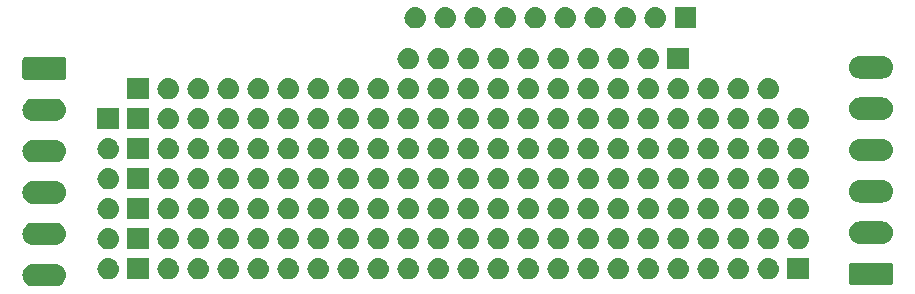
<source format=gbr>
G04 #@! TF.GenerationSoftware,KiCad,Pcbnew,(5.1.4)-1*
G04 #@! TF.CreationDate,2022-11-05T07:13:54+01:00*
G04 #@! TF.ProjectId,REG1-App-Universal,52454731-2d41-4707-902d-556e69766572,V00.02*
G04 #@! TF.SameCoordinates,Original*
G04 #@! TF.FileFunction,Soldermask,Top*
G04 #@! TF.FilePolarity,Negative*
%FSLAX46Y46*%
G04 Gerber Fmt 4.6, Leading zero omitted, Abs format (unit mm)*
G04 Created by KiCad (PCBNEW (5.1.4)-1) date 2022-11-05 07:13:54*
%MOMM*%
%LPD*%
G04 APERTURE LIST*
%ADD10C,0.100000*%
G04 APERTURE END LIST*
D10*
G36*
X77586428Y-115162760D02*
G01*
X77765694Y-115217140D01*
X77930902Y-115305445D01*
X78075712Y-115424288D01*
X78194555Y-115569098D01*
X78282860Y-115734306D01*
X78337240Y-115913572D01*
X78355601Y-116100000D01*
X78337240Y-116286428D01*
X78282860Y-116465694D01*
X78194555Y-116630902D01*
X78075712Y-116775712D01*
X77930902Y-116894555D01*
X77765694Y-116982860D01*
X77586428Y-117037240D01*
X77446718Y-117051000D01*
X75553282Y-117051000D01*
X75413572Y-117037240D01*
X75234306Y-116982860D01*
X75069098Y-116894555D01*
X74924288Y-116775712D01*
X74805445Y-116630902D01*
X74717140Y-116465694D01*
X74662760Y-116286428D01*
X74644399Y-116100000D01*
X74662760Y-115913572D01*
X74717140Y-115734306D01*
X74805445Y-115569098D01*
X74924288Y-115424288D01*
X75069098Y-115305445D01*
X75234306Y-115217140D01*
X75413572Y-115162760D01*
X75553282Y-115149000D01*
X77446718Y-115149000D01*
X77586428Y-115162760D01*
X77586428Y-115162760D01*
G37*
G36*
X148167387Y-115053619D02*
G01*
X148210126Y-115066584D01*
X148249512Y-115087636D01*
X148284034Y-115115966D01*
X148312364Y-115150488D01*
X148333416Y-115189874D01*
X148346381Y-115232613D01*
X148351000Y-115279510D01*
X148351000Y-116720490D01*
X148346381Y-116767387D01*
X148333416Y-116810126D01*
X148312364Y-116849512D01*
X148284034Y-116884034D01*
X148249512Y-116912364D01*
X148210126Y-116933416D01*
X148167387Y-116946381D01*
X148120490Y-116951000D01*
X144879510Y-116951000D01*
X144832613Y-116946381D01*
X144789874Y-116933416D01*
X144750488Y-116912364D01*
X144715966Y-116884034D01*
X144687636Y-116849512D01*
X144666584Y-116810126D01*
X144653619Y-116767387D01*
X144649000Y-116720490D01*
X144649000Y-115279510D01*
X144653619Y-115232613D01*
X144666584Y-115189874D01*
X144687636Y-115150488D01*
X144715966Y-115115966D01*
X144750488Y-115087636D01*
X144789874Y-115066584D01*
X144832613Y-115053619D01*
X144879510Y-115049000D01*
X148120490Y-115049000D01*
X148167387Y-115053619D01*
X148167387Y-115053619D01*
G37*
G36*
X94732504Y-114667691D02*
G01*
X94776627Y-114672037D01*
X94946466Y-114723557D01*
X94998641Y-114751445D01*
X95102989Y-114807220D01*
X95240185Y-114919815D01*
X95352780Y-115057011D01*
X95389854Y-115126372D01*
X95436443Y-115213534D01*
X95487963Y-115383373D01*
X95505359Y-115560000D01*
X95487963Y-115736627D01*
X95436443Y-115906466D01*
X95408555Y-115958641D01*
X95352780Y-116062989D01*
X95240185Y-116200185D01*
X95102989Y-116312780D01*
X94998641Y-116368555D01*
X94946466Y-116396443D01*
X94776627Y-116447963D01*
X94732504Y-116452309D01*
X94644260Y-116461000D01*
X94555740Y-116461000D01*
X94467496Y-116452309D01*
X94423373Y-116447963D01*
X94253534Y-116396443D01*
X94201359Y-116368555D01*
X94097011Y-116312780D01*
X93959815Y-116200185D01*
X93847220Y-116062989D01*
X93791445Y-115958641D01*
X93763557Y-115906466D01*
X93712037Y-115736627D01*
X93694641Y-115560000D01*
X93712037Y-115383373D01*
X93763557Y-115213534D01*
X93810146Y-115126372D01*
X93847220Y-115057011D01*
X93959815Y-114919815D01*
X94097011Y-114807220D01*
X94201359Y-114751445D01*
X94253534Y-114723557D01*
X94423373Y-114672037D01*
X94467496Y-114667691D01*
X94555740Y-114659000D01*
X94644260Y-114659000D01*
X94732504Y-114667691D01*
X94732504Y-114667691D01*
G37*
G36*
X82032504Y-114667691D02*
G01*
X82076627Y-114672037D01*
X82246466Y-114723557D01*
X82298641Y-114751445D01*
X82402989Y-114807220D01*
X82540185Y-114919815D01*
X82652780Y-115057011D01*
X82689854Y-115126372D01*
X82736443Y-115213534D01*
X82787963Y-115383373D01*
X82805359Y-115560000D01*
X82787963Y-115736627D01*
X82736443Y-115906466D01*
X82708555Y-115958641D01*
X82652780Y-116062989D01*
X82540185Y-116200185D01*
X82402989Y-116312780D01*
X82298641Y-116368555D01*
X82246466Y-116396443D01*
X82076627Y-116447963D01*
X82032504Y-116452309D01*
X81944260Y-116461000D01*
X81855740Y-116461000D01*
X81767496Y-116452309D01*
X81723373Y-116447963D01*
X81553534Y-116396443D01*
X81501359Y-116368555D01*
X81397011Y-116312780D01*
X81259815Y-116200185D01*
X81147220Y-116062989D01*
X81091445Y-115958641D01*
X81063557Y-115906466D01*
X81012037Y-115736627D01*
X80994641Y-115560000D01*
X81012037Y-115383373D01*
X81063557Y-115213534D01*
X81110146Y-115126372D01*
X81147220Y-115057011D01*
X81259815Y-114919815D01*
X81397011Y-114807220D01*
X81501359Y-114751445D01*
X81553534Y-114723557D01*
X81723373Y-114672037D01*
X81767496Y-114667691D01*
X81855740Y-114659000D01*
X81944260Y-114659000D01*
X82032504Y-114667691D01*
X82032504Y-114667691D01*
G37*
G36*
X141221000Y-116461000D02*
G01*
X139419000Y-116461000D01*
X139419000Y-114659000D01*
X141221000Y-114659000D01*
X141221000Y-116461000D01*
X141221000Y-116461000D01*
G37*
G36*
X85341000Y-116461000D02*
G01*
X83539000Y-116461000D01*
X83539000Y-114659000D01*
X85341000Y-114659000D01*
X85341000Y-116461000D01*
X85341000Y-116461000D01*
G37*
G36*
X87112504Y-114667691D02*
G01*
X87156627Y-114672037D01*
X87326466Y-114723557D01*
X87378641Y-114751445D01*
X87482989Y-114807220D01*
X87620185Y-114919815D01*
X87732780Y-115057011D01*
X87769854Y-115126372D01*
X87816443Y-115213534D01*
X87867963Y-115383373D01*
X87885359Y-115560000D01*
X87867963Y-115736627D01*
X87816443Y-115906466D01*
X87788555Y-115958641D01*
X87732780Y-116062989D01*
X87620185Y-116200185D01*
X87482989Y-116312780D01*
X87378641Y-116368555D01*
X87326466Y-116396443D01*
X87156627Y-116447963D01*
X87112504Y-116452309D01*
X87024260Y-116461000D01*
X86935740Y-116461000D01*
X86847496Y-116452309D01*
X86803373Y-116447963D01*
X86633534Y-116396443D01*
X86581359Y-116368555D01*
X86477011Y-116312780D01*
X86339815Y-116200185D01*
X86227220Y-116062989D01*
X86171445Y-115958641D01*
X86143557Y-115906466D01*
X86092037Y-115736627D01*
X86074641Y-115560000D01*
X86092037Y-115383373D01*
X86143557Y-115213534D01*
X86190146Y-115126372D01*
X86227220Y-115057011D01*
X86339815Y-114919815D01*
X86477011Y-114807220D01*
X86581359Y-114751445D01*
X86633534Y-114723557D01*
X86803373Y-114672037D01*
X86847496Y-114667691D01*
X86935740Y-114659000D01*
X87024260Y-114659000D01*
X87112504Y-114667691D01*
X87112504Y-114667691D01*
G37*
G36*
X89652504Y-114667691D02*
G01*
X89696627Y-114672037D01*
X89866466Y-114723557D01*
X89918641Y-114751445D01*
X90022989Y-114807220D01*
X90160185Y-114919815D01*
X90272780Y-115057011D01*
X90309854Y-115126372D01*
X90356443Y-115213534D01*
X90407963Y-115383373D01*
X90425359Y-115560000D01*
X90407963Y-115736627D01*
X90356443Y-115906466D01*
X90328555Y-115958641D01*
X90272780Y-116062989D01*
X90160185Y-116200185D01*
X90022989Y-116312780D01*
X89918641Y-116368555D01*
X89866466Y-116396443D01*
X89696627Y-116447963D01*
X89652504Y-116452309D01*
X89564260Y-116461000D01*
X89475740Y-116461000D01*
X89387496Y-116452309D01*
X89343373Y-116447963D01*
X89173534Y-116396443D01*
X89121359Y-116368555D01*
X89017011Y-116312780D01*
X88879815Y-116200185D01*
X88767220Y-116062989D01*
X88711445Y-115958641D01*
X88683557Y-115906466D01*
X88632037Y-115736627D01*
X88614641Y-115560000D01*
X88632037Y-115383373D01*
X88683557Y-115213534D01*
X88730146Y-115126372D01*
X88767220Y-115057011D01*
X88879815Y-114919815D01*
X89017011Y-114807220D01*
X89121359Y-114751445D01*
X89173534Y-114723557D01*
X89343373Y-114672037D01*
X89387496Y-114667691D01*
X89475740Y-114659000D01*
X89564260Y-114659000D01*
X89652504Y-114667691D01*
X89652504Y-114667691D01*
G37*
G36*
X92192504Y-114667691D02*
G01*
X92236627Y-114672037D01*
X92406466Y-114723557D01*
X92458641Y-114751445D01*
X92562989Y-114807220D01*
X92700185Y-114919815D01*
X92812780Y-115057011D01*
X92849854Y-115126372D01*
X92896443Y-115213534D01*
X92947963Y-115383373D01*
X92965359Y-115560000D01*
X92947963Y-115736627D01*
X92896443Y-115906466D01*
X92868555Y-115958641D01*
X92812780Y-116062989D01*
X92700185Y-116200185D01*
X92562989Y-116312780D01*
X92458641Y-116368555D01*
X92406466Y-116396443D01*
X92236627Y-116447963D01*
X92192504Y-116452309D01*
X92104260Y-116461000D01*
X92015740Y-116461000D01*
X91927496Y-116452309D01*
X91883373Y-116447963D01*
X91713534Y-116396443D01*
X91661359Y-116368555D01*
X91557011Y-116312780D01*
X91419815Y-116200185D01*
X91307220Y-116062989D01*
X91251445Y-115958641D01*
X91223557Y-115906466D01*
X91172037Y-115736627D01*
X91154641Y-115560000D01*
X91172037Y-115383373D01*
X91223557Y-115213534D01*
X91270146Y-115126372D01*
X91307220Y-115057011D01*
X91419815Y-114919815D01*
X91557011Y-114807220D01*
X91661359Y-114751445D01*
X91713534Y-114723557D01*
X91883373Y-114672037D01*
X91927496Y-114667691D01*
X92015740Y-114659000D01*
X92104260Y-114659000D01*
X92192504Y-114667691D01*
X92192504Y-114667691D01*
G37*
G36*
X97272504Y-114667691D02*
G01*
X97316627Y-114672037D01*
X97486466Y-114723557D01*
X97538641Y-114751445D01*
X97642989Y-114807220D01*
X97780185Y-114919815D01*
X97892780Y-115057011D01*
X97929854Y-115126372D01*
X97976443Y-115213534D01*
X98027963Y-115383373D01*
X98045359Y-115560000D01*
X98027963Y-115736627D01*
X97976443Y-115906466D01*
X97948555Y-115958641D01*
X97892780Y-116062989D01*
X97780185Y-116200185D01*
X97642989Y-116312780D01*
X97538641Y-116368555D01*
X97486466Y-116396443D01*
X97316627Y-116447963D01*
X97272504Y-116452309D01*
X97184260Y-116461000D01*
X97095740Y-116461000D01*
X97007496Y-116452309D01*
X96963373Y-116447963D01*
X96793534Y-116396443D01*
X96741359Y-116368555D01*
X96637011Y-116312780D01*
X96499815Y-116200185D01*
X96387220Y-116062989D01*
X96331445Y-115958641D01*
X96303557Y-115906466D01*
X96252037Y-115736627D01*
X96234641Y-115560000D01*
X96252037Y-115383373D01*
X96303557Y-115213534D01*
X96350146Y-115126372D01*
X96387220Y-115057011D01*
X96499815Y-114919815D01*
X96637011Y-114807220D01*
X96741359Y-114751445D01*
X96793534Y-114723557D01*
X96963373Y-114672037D01*
X97007496Y-114667691D01*
X97095740Y-114659000D01*
X97184260Y-114659000D01*
X97272504Y-114667691D01*
X97272504Y-114667691D01*
G37*
G36*
X99812504Y-114667691D02*
G01*
X99856627Y-114672037D01*
X100026466Y-114723557D01*
X100078641Y-114751445D01*
X100182989Y-114807220D01*
X100320185Y-114919815D01*
X100432780Y-115057011D01*
X100469854Y-115126372D01*
X100516443Y-115213534D01*
X100567963Y-115383373D01*
X100585359Y-115560000D01*
X100567963Y-115736627D01*
X100516443Y-115906466D01*
X100488555Y-115958641D01*
X100432780Y-116062989D01*
X100320185Y-116200185D01*
X100182989Y-116312780D01*
X100078641Y-116368555D01*
X100026466Y-116396443D01*
X99856627Y-116447963D01*
X99812504Y-116452309D01*
X99724260Y-116461000D01*
X99635740Y-116461000D01*
X99547496Y-116452309D01*
X99503373Y-116447963D01*
X99333534Y-116396443D01*
X99281359Y-116368555D01*
X99177011Y-116312780D01*
X99039815Y-116200185D01*
X98927220Y-116062989D01*
X98871445Y-115958641D01*
X98843557Y-115906466D01*
X98792037Y-115736627D01*
X98774641Y-115560000D01*
X98792037Y-115383373D01*
X98843557Y-115213534D01*
X98890146Y-115126372D01*
X98927220Y-115057011D01*
X99039815Y-114919815D01*
X99177011Y-114807220D01*
X99281359Y-114751445D01*
X99333534Y-114723557D01*
X99503373Y-114672037D01*
X99547496Y-114667691D01*
X99635740Y-114659000D01*
X99724260Y-114659000D01*
X99812504Y-114667691D01*
X99812504Y-114667691D01*
G37*
G36*
X102352504Y-114667691D02*
G01*
X102396627Y-114672037D01*
X102566466Y-114723557D01*
X102618641Y-114751445D01*
X102722989Y-114807220D01*
X102860185Y-114919815D01*
X102972780Y-115057011D01*
X103009854Y-115126372D01*
X103056443Y-115213534D01*
X103107963Y-115383373D01*
X103125359Y-115560000D01*
X103107963Y-115736627D01*
X103056443Y-115906466D01*
X103028555Y-115958641D01*
X102972780Y-116062989D01*
X102860185Y-116200185D01*
X102722989Y-116312780D01*
X102618641Y-116368555D01*
X102566466Y-116396443D01*
X102396627Y-116447963D01*
X102352504Y-116452309D01*
X102264260Y-116461000D01*
X102175740Y-116461000D01*
X102087496Y-116452309D01*
X102043373Y-116447963D01*
X101873534Y-116396443D01*
X101821359Y-116368555D01*
X101717011Y-116312780D01*
X101579815Y-116200185D01*
X101467220Y-116062989D01*
X101411445Y-115958641D01*
X101383557Y-115906466D01*
X101332037Y-115736627D01*
X101314641Y-115560000D01*
X101332037Y-115383373D01*
X101383557Y-115213534D01*
X101430146Y-115126372D01*
X101467220Y-115057011D01*
X101579815Y-114919815D01*
X101717011Y-114807220D01*
X101821359Y-114751445D01*
X101873534Y-114723557D01*
X102043373Y-114672037D01*
X102087496Y-114667691D01*
X102175740Y-114659000D01*
X102264260Y-114659000D01*
X102352504Y-114667691D01*
X102352504Y-114667691D01*
G37*
G36*
X104892504Y-114667691D02*
G01*
X104936627Y-114672037D01*
X105106466Y-114723557D01*
X105158641Y-114751445D01*
X105262989Y-114807220D01*
X105400185Y-114919815D01*
X105512780Y-115057011D01*
X105549854Y-115126372D01*
X105596443Y-115213534D01*
X105647963Y-115383373D01*
X105665359Y-115560000D01*
X105647963Y-115736627D01*
X105596443Y-115906466D01*
X105568555Y-115958641D01*
X105512780Y-116062989D01*
X105400185Y-116200185D01*
X105262989Y-116312780D01*
X105158641Y-116368555D01*
X105106466Y-116396443D01*
X104936627Y-116447963D01*
X104892504Y-116452309D01*
X104804260Y-116461000D01*
X104715740Y-116461000D01*
X104627496Y-116452309D01*
X104583373Y-116447963D01*
X104413534Y-116396443D01*
X104361359Y-116368555D01*
X104257011Y-116312780D01*
X104119815Y-116200185D01*
X104007220Y-116062989D01*
X103951445Y-115958641D01*
X103923557Y-115906466D01*
X103872037Y-115736627D01*
X103854641Y-115560000D01*
X103872037Y-115383373D01*
X103923557Y-115213534D01*
X103970146Y-115126372D01*
X104007220Y-115057011D01*
X104119815Y-114919815D01*
X104257011Y-114807220D01*
X104361359Y-114751445D01*
X104413534Y-114723557D01*
X104583373Y-114672037D01*
X104627496Y-114667691D01*
X104715740Y-114659000D01*
X104804260Y-114659000D01*
X104892504Y-114667691D01*
X104892504Y-114667691D01*
G37*
G36*
X109972504Y-114667691D02*
G01*
X110016627Y-114672037D01*
X110186466Y-114723557D01*
X110238641Y-114751445D01*
X110342989Y-114807220D01*
X110480185Y-114919815D01*
X110592780Y-115057011D01*
X110629854Y-115126372D01*
X110676443Y-115213534D01*
X110727963Y-115383373D01*
X110745359Y-115560000D01*
X110727963Y-115736627D01*
X110676443Y-115906466D01*
X110648555Y-115958641D01*
X110592780Y-116062989D01*
X110480185Y-116200185D01*
X110342989Y-116312780D01*
X110238641Y-116368555D01*
X110186466Y-116396443D01*
X110016627Y-116447963D01*
X109972504Y-116452309D01*
X109884260Y-116461000D01*
X109795740Y-116461000D01*
X109707496Y-116452309D01*
X109663373Y-116447963D01*
X109493534Y-116396443D01*
X109441359Y-116368555D01*
X109337011Y-116312780D01*
X109199815Y-116200185D01*
X109087220Y-116062989D01*
X109031445Y-115958641D01*
X109003557Y-115906466D01*
X108952037Y-115736627D01*
X108934641Y-115560000D01*
X108952037Y-115383373D01*
X109003557Y-115213534D01*
X109050146Y-115126372D01*
X109087220Y-115057011D01*
X109199815Y-114919815D01*
X109337011Y-114807220D01*
X109441359Y-114751445D01*
X109493534Y-114723557D01*
X109663373Y-114672037D01*
X109707496Y-114667691D01*
X109795740Y-114659000D01*
X109884260Y-114659000D01*
X109972504Y-114667691D01*
X109972504Y-114667691D01*
G37*
G36*
X115052504Y-114667691D02*
G01*
X115096627Y-114672037D01*
X115266466Y-114723557D01*
X115318641Y-114751445D01*
X115422989Y-114807220D01*
X115560185Y-114919815D01*
X115672780Y-115057011D01*
X115709854Y-115126372D01*
X115756443Y-115213534D01*
X115807963Y-115383373D01*
X115825359Y-115560000D01*
X115807963Y-115736627D01*
X115756443Y-115906466D01*
X115728555Y-115958641D01*
X115672780Y-116062989D01*
X115560185Y-116200185D01*
X115422989Y-116312780D01*
X115318641Y-116368555D01*
X115266466Y-116396443D01*
X115096627Y-116447963D01*
X115052504Y-116452309D01*
X114964260Y-116461000D01*
X114875740Y-116461000D01*
X114787496Y-116452309D01*
X114743373Y-116447963D01*
X114573534Y-116396443D01*
X114521359Y-116368555D01*
X114417011Y-116312780D01*
X114279815Y-116200185D01*
X114167220Y-116062989D01*
X114111445Y-115958641D01*
X114083557Y-115906466D01*
X114032037Y-115736627D01*
X114014641Y-115560000D01*
X114032037Y-115383373D01*
X114083557Y-115213534D01*
X114130146Y-115126372D01*
X114167220Y-115057011D01*
X114279815Y-114919815D01*
X114417011Y-114807220D01*
X114521359Y-114751445D01*
X114573534Y-114723557D01*
X114743373Y-114672037D01*
X114787496Y-114667691D01*
X114875740Y-114659000D01*
X114964260Y-114659000D01*
X115052504Y-114667691D01*
X115052504Y-114667691D01*
G37*
G36*
X107432504Y-114667691D02*
G01*
X107476627Y-114672037D01*
X107646466Y-114723557D01*
X107698641Y-114751445D01*
X107802989Y-114807220D01*
X107940185Y-114919815D01*
X108052780Y-115057011D01*
X108089854Y-115126372D01*
X108136443Y-115213534D01*
X108187963Y-115383373D01*
X108205359Y-115560000D01*
X108187963Y-115736627D01*
X108136443Y-115906466D01*
X108108555Y-115958641D01*
X108052780Y-116062989D01*
X107940185Y-116200185D01*
X107802989Y-116312780D01*
X107698641Y-116368555D01*
X107646466Y-116396443D01*
X107476627Y-116447963D01*
X107432504Y-116452309D01*
X107344260Y-116461000D01*
X107255740Y-116461000D01*
X107167496Y-116452309D01*
X107123373Y-116447963D01*
X106953534Y-116396443D01*
X106901359Y-116368555D01*
X106797011Y-116312780D01*
X106659815Y-116200185D01*
X106547220Y-116062989D01*
X106491445Y-115958641D01*
X106463557Y-115906466D01*
X106412037Y-115736627D01*
X106394641Y-115560000D01*
X106412037Y-115383373D01*
X106463557Y-115213534D01*
X106510146Y-115126372D01*
X106547220Y-115057011D01*
X106659815Y-114919815D01*
X106797011Y-114807220D01*
X106901359Y-114751445D01*
X106953534Y-114723557D01*
X107123373Y-114672037D01*
X107167496Y-114667691D01*
X107255740Y-114659000D01*
X107344260Y-114659000D01*
X107432504Y-114667691D01*
X107432504Y-114667691D01*
G37*
G36*
X137912504Y-114667691D02*
G01*
X137956627Y-114672037D01*
X138126466Y-114723557D01*
X138178641Y-114751445D01*
X138282989Y-114807220D01*
X138420185Y-114919815D01*
X138532780Y-115057011D01*
X138569854Y-115126372D01*
X138616443Y-115213534D01*
X138667963Y-115383373D01*
X138685359Y-115560000D01*
X138667963Y-115736627D01*
X138616443Y-115906466D01*
X138588555Y-115958641D01*
X138532780Y-116062989D01*
X138420185Y-116200185D01*
X138282989Y-116312780D01*
X138178641Y-116368555D01*
X138126466Y-116396443D01*
X137956627Y-116447963D01*
X137912504Y-116452309D01*
X137824260Y-116461000D01*
X137735740Y-116461000D01*
X137647496Y-116452309D01*
X137603373Y-116447963D01*
X137433534Y-116396443D01*
X137381359Y-116368555D01*
X137277011Y-116312780D01*
X137139815Y-116200185D01*
X137027220Y-116062989D01*
X136971445Y-115958641D01*
X136943557Y-115906466D01*
X136892037Y-115736627D01*
X136874641Y-115560000D01*
X136892037Y-115383373D01*
X136943557Y-115213534D01*
X136990146Y-115126372D01*
X137027220Y-115057011D01*
X137139815Y-114919815D01*
X137277011Y-114807220D01*
X137381359Y-114751445D01*
X137433534Y-114723557D01*
X137603373Y-114672037D01*
X137647496Y-114667691D01*
X137735740Y-114659000D01*
X137824260Y-114659000D01*
X137912504Y-114667691D01*
X137912504Y-114667691D01*
G37*
G36*
X135372504Y-114667691D02*
G01*
X135416627Y-114672037D01*
X135586466Y-114723557D01*
X135638641Y-114751445D01*
X135742989Y-114807220D01*
X135880185Y-114919815D01*
X135992780Y-115057011D01*
X136029854Y-115126372D01*
X136076443Y-115213534D01*
X136127963Y-115383373D01*
X136145359Y-115560000D01*
X136127963Y-115736627D01*
X136076443Y-115906466D01*
X136048555Y-115958641D01*
X135992780Y-116062989D01*
X135880185Y-116200185D01*
X135742989Y-116312780D01*
X135638641Y-116368555D01*
X135586466Y-116396443D01*
X135416627Y-116447963D01*
X135372504Y-116452309D01*
X135284260Y-116461000D01*
X135195740Y-116461000D01*
X135107496Y-116452309D01*
X135063373Y-116447963D01*
X134893534Y-116396443D01*
X134841359Y-116368555D01*
X134737011Y-116312780D01*
X134599815Y-116200185D01*
X134487220Y-116062989D01*
X134431445Y-115958641D01*
X134403557Y-115906466D01*
X134352037Y-115736627D01*
X134334641Y-115560000D01*
X134352037Y-115383373D01*
X134403557Y-115213534D01*
X134450146Y-115126372D01*
X134487220Y-115057011D01*
X134599815Y-114919815D01*
X134737011Y-114807220D01*
X134841359Y-114751445D01*
X134893534Y-114723557D01*
X135063373Y-114672037D01*
X135107496Y-114667691D01*
X135195740Y-114659000D01*
X135284260Y-114659000D01*
X135372504Y-114667691D01*
X135372504Y-114667691D01*
G37*
G36*
X132832504Y-114667691D02*
G01*
X132876627Y-114672037D01*
X133046466Y-114723557D01*
X133098641Y-114751445D01*
X133202989Y-114807220D01*
X133340185Y-114919815D01*
X133452780Y-115057011D01*
X133489854Y-115126372D01*
X133536443Y-115213534D01*
X133587963Y-115383373D01*
X133605359Y-115560000D01*
X133587963Y-115736627D01*
X133536443Y-115906466D01*
X133508555Y-115958641D01*
X133452780Y-116062989D01*
X133340185Y-116200185D01*
X133202989Y-116312780D01*
X133098641Y-116368555D01*
X133046466Y-116396443D01*
X132876627Y-116447963D01*
X132832504Y-116452309D01*
X132744260Y-116461000D01*
X132655740Y-116461000D01*
X132567496Y-116452309D01*
X132523373Y-116447963D01*
X132353534Y-116396443D01*
X132301359Y-116368555D01*
X132197011Y-116312780D01*
X132059815Y-116200185D01*
X131947220Y-116062989D01*
X131891445Y-115958641D01*
X131863557Y-115906466D01*
X131812037Y-115736627D01*
X131794641Y-115560000D01*
X131812037Y-115383373D01*
X131863557Y-115213534D01*
X131910146Y-115126372D01*
X131947220Y-115057011D01*
X132059815Y-114919815D01*
X132197011Y-114807220D01*
X132301359Y-114751445D01*
X132353534Y-114723557D01*
X132523373Y-114672037D01*
X132567496Y-114667691D01*
X132655740Y-114659000D01*
X132744260Y-114659000D01*
X132832504Y-114667691D01*
X132832504Y-114667691D01*
G37*
G36*
X130292504Y-114667691D02*
G01*
X130336627Y-114672037D01*
X130506466Y-114723557D01*
X130558641Y-114751445D01*
X130662989Y-114807220D01*
X130800185Y-114919815D01*
X130912780Y-115057011D01*
X130949854Y-115126372D01*
X130996443Y-115213534D01*
X131047963Y-115383373D01*
X131065359Y-115560000D01*
X131047963Y-115736627D01*
X130996443Y-115906466D01*
X130968555Y-115958641D01*
X130912780Y-116062989D01*
X130800185Y-116200185D01*
X130662989Y-116312780D01*
X130558641Y-116368555D01*
X130506466Y-116396443D01*
X130336627Y-116447963D01*
X130292504Y-116452309D01*
X130204260Y-116461000D01*
X130115740Y-116461000D01*
X130027496Y-116452309D01*
X129983373Y-116447963D01*
X129813534Y-116396443D01*
X129761359Y-116368555D01*
X129657011Y-116312780D01*
X129519815Y-116200185D01*
X129407220Y-116062989D01*
X129351445Y-115958641D01*
X129323557Y-115906466D01*
X129272037Y-115736627D01*
X129254641Y-115560000D01*
X129272037Y-115383373D01*
X129323557Y-115213534D01*
X129370146Y-115126372D01*
X129407220Y-115057011D01*
X129519815Y-114919815D01*
X129657011Y-114807220D01*
X129761359Y-114751445D01*
X129813534Y-114723557D01*
X129983373Y-114672037D01*
X130027496Y-114667691D01*
X130115740Y-114659000D01*
X130204260Y-114659000D01*
X130292504Y-114667691D01*
X130292504Y-114667691D01*
G37*
G36*
X127752504Y-114667691D02*
G01*
X127796627Y-114672037D01*
X127966466Y-114723557D01*
X128018641Y-114751445D01*
X128122989Y-114807220D01*
X128260185Y-114919815D01*
X128372780Y-115057011D01*
X128409854Y-115126372D01*
X128456443Y-115213534D01*
X128507963Y-115383373D01*
X128525359Y-115560000D01*
X128507963Y-115736627D01*
X128456443Y-115906466D01*
X128428555Y-115958641D01*
X128372780Y-116062989D01*
X128260185Y-116200185D01*
X128122989Y-116312780D01*
X128018641Y-116368555D01*
X127966466Y-116396443D01*
X127796627Y-116447963D01*
X127752504Y-116452309D01*
X127664260Y-116461000D01*
X127575740Y-116461000D01*
X127487496Y-116452309D01*
X127443373Y-116447963D01*
X127273534Y-116396443D01*
X127221359Y-116368555D01*
X127117011Y-116312780D01*
X126979815Y-116200185D01*
X126867220Y-116062989D01*
X126811445Y-115958641D01*
X126783557Y-115906466D01*
X126732037Y-115736627D01*
X126714641Y-115560000D01*
X126732037Y-115383373D01*
X126783557Y-115213534D01*
X126830146Y-115126372D01*
X126867220Y-115057011D01*
X126979815Y-114919815D01*
X127117011Y-114807220D01*
X127221359Y-114751445D01*
X127273534Y-114723557D01*
X127443373Y-114672037D01*
X127487496Y-114667691D01*
X127575740Y-114659000D01*
X127664260Y-114659000D01*
X127752504Y-114667691D01*
X127752504Y-114667691D01*
G37*
G36*
X122672504Y-114667691D02*
G01*
X122716627Y-114672037D01*
X122886466Y-114723557D01*
X122938641Y-114751445D01*
X123042989Y-114807220D01*
X123180185Y-114919815D01*
X123292780Y-115057011D01*
X123329854Y-115126372D01*
X123376443Y-115213534D01*
X123427963Y-115383373D01*
X123445359Y-115560000D01*
X123427963Y-115736627D01*
X123376443Y-115906466D01*
X123348555Y-115958641D01*
X123292780Y-116062989D01*
X123180185Y-116200185D01*
X123042989Y-116312780D01*
X122938641Y-116368555D01*
X122886466Y-116396443D01*
X122716627Y-116447963D01*
X122672504Y-116452309D01*
X122584260Y-116461000D01*
X122495740Y-116461000D01*
X122407496Y-116452309D01*
X122363373Y-116447963D01*
X122193534Y-116396443D01*
X122141359Y-116368555D01*
X122037011Y-116312780D01*
X121899815Y-116200185D01*
X121787220Y-116062989D01*
X121731445Y-115958641D01*
X121703557Y-115906466D01*
X121652037Y-115736627D01*
X121634641Y-115560000D01*
X121652037Y-115383373D01*
X121703557Y-115213534D01*
X121750146Y-115126372D01*
X121787220Y-115057011D01*
X121899815Y-114919815D01*
X122037011Y-114807220D01*
X122141359Y-114751445D01*
X122193534Y-114723557D01*
X122363373Y-114672037D01*
X122407496Y-114667691D01*
X122495740Y-114659000D01*
X122584260Y-114659000D01*
X122672504Y-114667691D01*
X122672504Y-114667691D01*
G37*
G36*
X120132504Y-114667691D02*
G01*
X120176627Y-114672037D01*
X120346466Y-114723557D01*
X120398641Y-114751445D01*
X120502989Y-114807220D01*
X120640185Y-114919815D01*
X120752780Y-115057011D01*
X120789854Y-115126372D01*
X120836443Y-115213534D01*
X120887963Y-115383373D01*
X120905359Y-115560000D01*
X120887963Y-115736627D01*
X120836443Y-115906466D01*
X120808555Y-115958641D01*
X120752780Y-116062989D01*
X120640185Y-116200185D01*
X120502989Y-116312780D01*
X120398641Y-116368555D01*
X120346466Y-116396443D01*
X120176627Y-116447963D01*
X120132504Y-116452309D01*
X120044260Y-116461000D01*
X119955740Y-116461000D01*
X119867496Y-116452309D01*
X119823373Y-116447963D01*
X119653534Y-116396443D01*
X119601359Y-116368555D01*
X119497011Y-116312780D01*
X119359815Y-116200185D01*
X119247220Y-116062989D01*
X119191445Y-115958641D01*
X119163557Y-115906466D01*
X119112037Y-115736627D01*
X119094641Y-115560000D01*
X119112037Y-115383373D01*
X119163557Y-115213534D01*
X119210146Y-115126372D01*
X119247220Y-115057011D01*
X119359815Y-114919815D01*
X119497011Y-114807220D01*
X119601359Y-114751445D01*
X119653534Y-114723557D01*
X119823373Y-114672037D01*
X119867496Y-114667691D01*
X119955740Y-114659000D01*
X120044260Y-114659000D01*
X120132504Y-114667691D01*
X120132504Y-114667691D01*
G37*
G36*
X117592504Y-114667691D02*
G01*
X117636627Y-114672037D01*
X117806466Y-114723557D01*
X117858641Y-114751445D01*
X117962989Y-114807220D01*
X118100185Y-114919815D01*
X118212780Y-115057011D01*
X118249854Y-115126372D01*
X118296443Y-115213534D01*
X118347963Y-115383373D01*
X118365359Y-115560000D01*
X118347963Y-115736627D01*
X118296443Y-115906466D01*
X118268555Y-115958641D01*
X118212780Y-116062989D01*
X118100185Y-116200185D01*
X117962989Y-116312780D01*
X117858641Y-116368555D01*
X117806466Y-116396443D01*
X117636627Y-116447963D01*
X117592504Y-116452309D01*
X117504260Y-116461000D01*
X117415740Y-116461000D01*
X117327496Y-116452309D01*
X117283373Y-116447963D01*
X117113534Y-116396443D01*
X117061359Y-116368555D01*
X116957011Y-116312780D01*
X116819815Y-116200185D01*
X116707220Y-116062989D01*
X116651445Y-115958641D01*
X116623557Y-115906466D01*
X116572037Y-115736627D01*
X116554641Y-115560000D01*
X116572037Y-115383373D01*
X116623557Y-115213534D01*
X116670146Y-115126372D01*
X116707220Y-115057011D01*
X116819815Y-114919815D01*
X116957011Y-114807220D01*
X117061359Y-114751445D01*
X117113534Y-114723557D01*
X117283373Y-114672037D01*
X117327496Y-114667691D01*
X117415740Y-114659000D01*
X117504260Y-114659000D01*
X117592504Y-114667691D01*
X117592504Y-114667691D01*
G37*
G36*
X112512504Y-114667691D02*
G01*
X112556627Y-114672037D01*
X112726466Y-114723557D01*
X112778641Y-114751445D01*
X112882989Y-114807220D01*
X113020185Y-114919815D01*
X113132780Y-115057011D01*
X113169854Y-115126372D01*
X113216443Y-115213534D01*
X113267963Y-115383373D01*
X113285359Y-115560000D01*
X113267963Y-115736627D01*
X113216443Y-115906466D01*
X113188555Y-115958641D01*
X113132780Y-116062989D01*
X113020185Y-116200185D01*
X112882989Y-116312780D01*
X112778641Y-116368555D01*
X112726466Y-116396443D01*
X112556627Y-116447963D01*
X112512504Y-116452309D01*
X112424260Y-116461000D01*
X112335740Y-116461000D01*
X112247496Y-116452309D01*
X112203373Y-116447963D01*
X112033534Y-116396443D01*
X111981359Y-116368555D01*
X111877011Y-116312780D01*
X111739815Y-116200185D01*
X111627220Y-116062989D01*
X111571445Y-115958641D01*
X111543557Y-115906466D01*
X111492037Y-115736627D01*
X111474641Y-115560000D01*
X111492037Y-115383373D01*
X111543557Y-115213534D01*
X111590146Y-115126372D01*
X111627220Y-115057011D01*
X111739815Y-114919815D01*
X111877011Y-114807220D01*
X111981359Y-114751445D01*
X112033534Y-114723557D01*
X112203373Y-114672037D01*
X112247496Y-114667691D01*
X112335740Y-114659000D01*
X112424260Y-114659000D01*
X112512504Y-114667691D01*
X112512504Y-114667691D01*
G37*
G36*
X125212504Y-114667691D02*
G01*
X125256627Y-114672037D01*
X125426466Y-114723557D01*
X125478641Y-114751445D01*
X125582989Y-114807220D01*
X125720185Y-114919815D01*
X125832780Y-115057011D01*
X125869854Y-115126372D01*
X125916443Y-115213534D01*
X125967963Y-115383373D01*
X125985359Y-115560000D01*
X125967963Y-115736627D01*
X125916443Y-115906466D01*
X125888555Y-115958641D01*
X125832780Y-116062989D01*
X125720185Y-116200185D01*
X125582989Y-116312780D01*
X125478641Y-116368555D01*
X125426466Y-116396443D01*
X125256627Y-116447963D01*
X125212504Y-116452309D01*
X125124260Y-116461000D01*
X125035740Y-116461000D01*
X124947496Y-116452309D01*
X124903373Y-116447963D01*
X124733534Y-116396443D01*
X124681359Y-116368555D01*
X124577011Y-116312780D01*
X124439815Y-116200185D01*
X124327220Y-116062989D01*
X124271445Y-115958641D01*
X124243557Y-115906466D01*
X124192037Y-115736627D01*
X124174641Y-115560000D01*
X124192037Y-115383373D01*
X124243557Y-115213534D01*
X124290146Y-115126372D01*
X124327220Y-115057011D01*
X124439815Y-114919815D01*
X124577011Y-114807220D01*
X124681359Y-114751445D01*
X124733534Y-114723557D01*
X124903373Y-114672037D01*
X124947496Y-114667691D01*
X125035740Y-114659000D01*
X125124260Y-114659000D01*
X125212504Y-114667691D01*
X125212504Y-114667691D01*
G37*
G36*
X125212504Y-112127691D02*
G01*
X125256627Y-112132037D01*
X125426466Y-112183557D01*
X125478641Y-112211445D01*
X125582989Y-112267220D01*
X125720185Y-112379815D01*
X125832780Y-112517011D01*
X125877138Y-112600000D01*
X125916443Y-112673534D01*
X125967963Y-112843373D01*
X125985359Y-113020000D01*
X125967963Y-113196627D01*
X125916443Y-113366466D01*
X125916442Y-113366467D01*
X125832780Y-113522989D01*
X125720185Y-113660185D01*
X125582989Y-113772780D01*
X125478641Y-113828555D01*
X125426466Y-113856443D01*
X125256627Y-113907963D01*
X125212504Y-113912309D01*
X125124260Y-113921000D01*
X125035740Y-113921000D01*
X124947496Y-113912309D01*
X124903373Y-113907963D01*
X124733534Y-113856443D01*
X124681359Y-113828555D01*
X124577011Y-113772780D01*
X124439815Y-113660185D01*
X124327220Y-113522989D01*
X124243558Y-113366467D01*
X124243557Y-113366466D01*
X124192037Y-113196627D01*
X124174641Y-113020000D01*
X124192037Y-112843373D01*
X124243557Y-112673534D01*
X124282862Y-112600000D01*
X124327220Y-112517011D01*
X124439815Y-112379815D01*
X124577011Y-112267220D01*
X124681359Y-112211445D01*
X124733534Y-112183557D01*
X124903373Y-112132037D01*
X124947496Y-112127691D01*
X125035740Y-112119000D01*
X125124260Y-112119000D01*
X125212504Y-112127691D01*
X125212504Y-112127691D01*
G37*
G36*
X102352504Y-112127691D02*
G01*
X102396627Y-112132037D01*
X102566466Y-112183557D01*
X102618641Y-112211445D01*
X102722989Y-112267220D01*
X102860185Y-112379815D01*
X102972780Y-112517011D01*
X103017138Y-112600000D01*
X103056443Y-112673534D01*
X103107963Y-112843373D01*
X103125359Y-113020000D01*
X103107963Y-113196627D01*
X103056443Y-113366466D01*
X103056442Y-113366467D01*
X102972780Y-113522989D01*
X102860185Y-113660185D01*
X102722989Y-113772780D01*
X102618641Y-113828555D01*
X102566466Y-113856443D01*
X102396627Y-113907963D01*
X102352504Y-113912309D01*
X102264260Y-113921000D01*
X102175740Y-113921000D01*
X102087496Y-113912309D01*
X102043373Y-113907963D01*
X101873534Y-113856443D01*
X101821359Y-113828555D01*
X101717011Y-113772780D01*
X101579815Y-113660185D01*
X101467220Y-113522989D01*
X101383558Y-113366467D01*
X101383557Y-113366466D01*
X101332037Y-113196627D01*
X101314641Y-113020000D01*
X101332037Y-112843373D01*
X101383557Y-112673534D01*
X101422862Y-112600000D01*
X101467220Y-112517011D01*
X101579815Y-112379815D01*
X101717011Y-112267220D01*
X101821359Y-112211445D01*
X101873534Y-112183557D01*
X102043373Y-112132037D01*
X102087496Y-112127691D01*
X102175740Y-112119000D01*
X102264260Y-112119000D01*
X102352504Y-112127691D01*
X102352504Y-112127691D01*
G37*
G36*
X104892504Y-112127691D02*
G01*
X104936627Y-112132037D01*
X105106466Y-112183557D01*
X105158641Y-112211445D01*
X105262989Y-112267220D01*
X105400185Y-112379815D01*
X105512780Y-112517011D01*
X105557138Y-112600000D01*
X105596443Y-112673534D01*
X105647963Y-112843373D01*
X105665359Y-113020000D01*
X105647963Y-113196627D01*
X105596443Y-113366466D01*
X105596442Y-113366467D01*
X105512780Y-113522989D01*
X105400185Y-113660185D01*
X105262989Y-113772780D01*
X105158641Y-113828555D01*
X105106466Y-113856443D01*
X104936627Y-113907963D01*
X104892504Y-113912309D01*
X104804260Y-113921000D01*
X104715740Y-113921000D01*
X104627496Y-113912309D01*
X104583373Y-113907963D01*
X104413534Y-113856443D01*
X104361359Y-113828555D01*
X104257011Y-113772780D01*
X104119815Y-113660185D01*
X104007220Y-113522989D01*
X103923558Y-113366467D01*
X103923557Y-113366466D01*
X103872037Y-113196627D01*
X103854641Y-113020000D01*
X103872037Y-112843373D01*
X103923557Y-112673534D01*
X103962862Y-112600000D01*
X104007220Y-112517011D01*
X104119815Y-112379815D01*
X104257011Y-112267220D01*
X104361359Y-112211445D01*
X104413534Y-112183557D01*
X104583373Y-112132037D01*
X104627496Y-112127691D01*
X104715740Y-112119000D01*
X104804260Y-112119000D01*
X104892504Y-112127691D01*
X104892504Y-112127691D01*
G37*
G36*
X135372504Y-112127691D02*
G01*
X135416627Y-112132037D01*
X135586466Y-112183557D01*
X135638641Y-112211445D01*
X135742989Y-112267220D01*
X135880185Y-112379815D01*
X135992780Y-112517011D01*
X136037138Y-112600000D01*
X136076443Y-112673534D01*
X136127963Y-112843373D01*
X136145359Y-113020000D01*
X136127963Y-113196627D01*
X136076443Y-113366466D01*
X136076442Y-113366467D01*
X135992780Y-113522989D01*
X135880185Y-113660185D01*
X135742989Y-113772780D01*
X135638641Y-113828555D01*
X135586466Y-113856443D01*
X135416627Y-113907963D01*
X135372504Y-113912309D01*
X135284260Y-113921000D01*
X135195740Y-113921000D01*
X135107496Y-113912309D01*
X135063373Y-113907963D01*
X134893534Y-113856443D01*
X134841359Y-113828555D01*
X134737011Y-113772780D01*
X134599815Y-113660185D01*
X134487220Y-113522989D01*
X134403558Y-113366467D01*
X134403557Y-113366466D01*
X134352037Y-113196627D01*
X134334641Y-113020000D01*
X134352037Y-112843373D01*
X134403557Y-112673534D01*
X134442862Y-112600000D01*
X134487220Y-112517011D01*
X134599815Y-112379815D01*
X134737011Y-112267220D01*
X134841359Y-112211445D01*
X134893534Y-112183557D01*
X135063373Y-112132037D01*
X135107496Y-112127691D01*
X135195740Y-112119000D01*
X135284260Y-112119000D01*
X135372504Y-112127691D01*
X135372504Y-112127691D01*
G37*
G36*
X109972504Y-112127691D02*
G01*
X110016627Y-112132037D01*
X110186466Y-112183557D01*
X110238641Y-112211445D01*
X110342989Y-112267220D01*
X110480185Y-112379815D01*
X110592780Y-112517011D01*
X110637138Y-112600000D01*
X110676443Y-112673534D01*
X110727963Y-112843373D01*
X110745359Y-113020000D01*
X110727963Y-113196627D01*
X110676443Y-113366466D01*
X110676442Y-113366467D01*
X110592780Y-113522989D01*
X110480185Y-113660185D01*
X110342989Y-113772780D01*
X110238641Y-113828555D01*
X110186466Y-113856443D01*
X110016627Y-113907963D01*
X109972504Y-113912309D01*
X109884260Y-113921000D01*
X109795740Y-113921000D01*
X109707496Y-113912309D01*
X109663373Y-113907963D01*
X109493534Y-113856443D01*
X109441359Y-113828555D01*
X109337011Y-113772780D01*
X109199815Y-113660185D01*
X109087220Y-113522989D01*
X109003558Y-113366467D01*
X109003557Y-113366466D01*
X108952037Y-113196627D01*
X108934641Y-113020000D01*
X108952037Y-112843373D01*
X109003557Y-112673534D01*
X109042862Y-112600000D01*
X109087220Y-112517011D01*
X109199815Y-112379815D01*
X109337011Y-112267220D01*
X109441359Y-112211445D01*
X109493534Y-112183557D01*
X109663373Y-112132037D01*
X109707496Y-112127691D01*
X109795740Y-112119000D01*
X109884260Y-112119000D01*
X109972504Y-112127691D01*
X109972504Y-112127691D01*
G37*
G36*
X112512504Y-112127691D02*
G01*
X112556627Y-112132037D01*
X112726466Y-112183557D01*
X112778641Y-112211445D01*
X112882989Y-112267220D01*
X113020185Y-112379815D01*
X113132780Y-112517011D01*
X113177138Y-112600000D01*
X113216443Y-112673534D01*
X113267963Y-112843373D01*
X113285359Y-113020000D01*
X113267963Y-113196627D01*
X113216443Y-113366466D01*
X113216442Y-113366467D01*
X113132780Y-113522989D01*
X113020185Y-113660185D01*
X112882989Y-113772780D01*
X112778641Y-113828555D01*
X112726466Y-113856443D01*
X112556627Y-113907963D01*
X112512504Y-113912309D01*
X112424260Y-113921000D01*
X112335740Y-113921000D01*
X112247496Y-113912309D01*
X112203373Y-113907963D01*
X112033534Y-113856443D01*
X111981359Y-113828555D01*
X111877011Y-113772780D01*
X111739815Y-113660185D01*
X111627220Y-113522989D01*
X111543558Y-113366467D01*
X111543557Y-113366466D01*
X111492037Y-113196627D01*
X111474641Y-113020000D01*
X111492037Y-112843373D01*
X111543557Y-112673534D01*
X111582862Y-112600000D01*
X111627220Y-112517011D01*
X111739815Y-112379815D01*
X111877011Y-112267220D01*
X111981359Y-112211445D01*
X112033534Y-112183557D01*
X112203373Y-112132037D01*
X112247496Y-112127691D01*
X112335740Y-112119000D01*
X112424260Y-112119000D01*
X112512504Y-112127691D01*
X112512504Y-112127691D01*
G37*
G36*
X115052504Y-112127691D02*
G01*
X115096627Y-112132037D01*
X115266466Y-112183557D01*
X115318641Y-112211445D01*
X115422989Y-112267220D01*
X115560185Y-112379815D01*
X115672780Y-112517011D01*
X115717138Y-112600000D01*
X115756443Y-112673534D01*
X115807963Y-112843373D01*
X115825359Y-113020000D01*
X115807963Y-113196627D01*
X115756443Y-113366466D01*
X115756442Y-113366467D01*
X115672780Y-113522989D01*
X115560185Y-113660185D01*
X115422989Y-113772780D01*
X115318641Y-113828555D01*
X115266466Y-113856443D01*
X115096627Y-113907963D01*
X115052504Y-113912309D01*
X114964260Y-113921000D01*
X114875740Y-113921000D01*
X114787496Y-113912309D01*
X114743373Y-113907963D01*
X114573534Y-113856443D01*
X114521359Y-113828555D01*
X114417011Y-113772780D01*
X114279815Y-113660185D01*
X114167220Y-113522989D01*
X114083558Y-113366467D01*
X114083557Y-113366466D01*
X114032037Y-113196627D01*
X114014641Y-113020000D01*
X114032037Y-112843373D01*
X114083557Y-112673534D01*
X114122862Y-112600000D01*
X114167220Y-112517011D01*
X114279815Y-112379815D01*
X114417011Y-112267220D01*
X114521359Y-112211445D01*
X114573534Y-112183557D01*
X114743373Y-112132037D01*
X114787496Y-112127691D01*
X114875740Y-112119000D01*
X114964260Y-112119000D01*
X115052504Y-112127691D01*
X115052504Y-112127691D01*
G37*
G36*
X117592504Y-112127691D02*
G01*
X117636627Y-112132037D01*
X117806466Y-112183557D01*
X117858641Y-112211445D01*
X117962989Y-112267220D01*
X118100185Y-112379815D01*
X118212780Y-112517011D01*
X118257138Y-112600000D01*
X118296443Y-112673534D01*
X118347963Y-112843373D01*
X118365359Y-113020000D01*
X118347963Y-113196627D01*
X118296443Y-113366466D01*
X118296442Y-113366467D01*
X118212780Y-113522989D01*
X118100185Y-113660185D01*
X117962989Y-113772780D01*
X117858641Y-113828555D01*
X117806466Y-113856443D01*
X117636627Y-113907963D01*
X117592504Y-113912309D01*
X117504260Y-113921000D01*
X117415740Y-113921000D01*
X117327496Y-113912309D01*
X117283373Y-113907963D01*
X117113534Y-113856443D01*
X117061359Y-113828555D01*
X116957011Y-113772780D01*
X116819815Y-113660185D01*
X116707220Y-113522989D01*
X116623558Y-113366467D01*
X116623557Y-113366466D01*
X116572037Y-113196627D01*
X116554641Y-113020000D01*
X116572037Y-112843373D01*
X116623557Y-112673534D01*
X116662862Y-112600000D01*
X116707220Y-112517011D01*
X116819815Y-112379815D01*
X116957011Y-112267220D01*
X117061359Y-112211445D01*
X117113534Y-112183557D01*
X117283373Y-112132037D01*
X117327496Y-112127691D01*
X117415740Y-112119000D01*
X117504260Y-112119000D01*
X117592504Y-112127691D01*
X117592504Y-112127691D01*
G37*
G36*
X122672504Y-112127691D02*
G01*
X122716627Y-112132037D01*
X122886466Y-112183557D01*
X122938641Y-112211445D01*
X123042989Y-112267220D01*
X123180185Y-112379815D01*
X123292780Y-112517011D01*
X123337138Y-112600000D01*
X123376443Y-112673534D01*
X123427963Y-112843373D01*
X123445359Y-113020000D01*
X123427963Y-113196627D01*
X123376443Y-113366466D01*
X123376442Y-113366467D01*
X123292780Y-113522989D01*
X123180185Y-113660185D01*
X123042989Y-113772780D01*
X122938641Y-113828555D01*
X122886466Y-113856443D01*
X122716627Y-113907963D01*
X122672504Y-113912309D01*
X122584260Y-113921000D01*
X122495740Y-113921000D01*
X122407496Y-113912309D01*
X122363373Y-113907963D01*
X122193534Y-113856443D01*
X122141359Y-113828555D01*
X122037011Y-113772780D01*
X121899815Y-113660185D01*
X121787220Y-113522989D01*
X121703558Y-113366467D01*
X121703557Y-113366466D01*
X121652037Y-113196627D01*
X121634641Y-113020000D01*
X121652037Y-112843373D01*
X121703557Y-112673534D01*
X121742862Y-112600000D01*
X121787220Y-112517011D01*
X121899815Y-112379815D01*
X122037011Y-112267220D01*
X122141359Y-112211445D01*
X122193534Y-112183557D01*
X122363373Y-112132037D01*
X122407496Y-112127691D01*
X122495740Y-112119000D01*
X122584260Y-112119000D01*
X122672504Y-112127691D01*
X122672504Y-112127691D01*
G37*
G36*
X127752504Y-112127691D02*
G01*
X127796627Y-112132037D01*
X127966466Y-112183557D01*
X128018641Y-112211445D01*
X128122989Y-112267220D01*
X128260185Y-112379815D01*
X128372780Y-112517011D01*
X128417138Y-112600000D01*
X128456443Y-112673534D01*
X128507963Y-112843373D01*
X128525359Y-113020000D01*
X128507963Y-113196627D01*
X128456443Y-113366466D01*
X128456442Y-113366467D01*
X128372780Y-113522989D01*
X128260185Y-113660185D01*
X128122989Y-113772780D01*
X128018641Y-113828555D01*
X127966466Y-113856443D01*
X127796627Y-113907963D01*
X127752504Y-113912309D01*
X127664260Y-113921000D01*
X127575740Y-113921000D01*
X127487496Y-113912309D01*
X127443373Y-113907963D01*
X127273534Y-113856443D01*
X127221359Y-113828555D01*
X127117011Y-113772780D01*
X126979815Y-113660185D01*
X126867220Y-113522989D01*
X126783558Y-113366467D01*
X126783557Y-113366466D01*
X126732037Y-113196627D01*
X126714641Y-113020000D01*
X126732037Y-112843373D01*
X126783557Y-112673534D01*
X126822862Y-112600000D01*
X126867220Y-112517011D01*
X126979815Y-112379815D01*
X127117011Y-112267220D01*
X127221359Y-112211445D01*
X127273534Y-112183557D01*
X127443373Y-112132037D01*
X127487496Y-112127691D01*
X127575740Y-112119000D01*
X127664260Y-112119000D01*
X127752504Y-112127691D01*
X127752504Y-112127691D01*
G37*
G36*
X130292504Y-112127691D02*
G01*
X130336627Y-112132037D01*
X130506466Y-112183557D01*
X130558641Y-112211445D01*
X130662989Y-112267220D01*
X130800185Y-112379815D01*
X130912780Y-112517011D01*
X130957138Y-112600000D01*
X130996443Y-112673534D01*
X131047963Y-112843373D01*
X131065359Y-113020000D01*
X131047963Y-113196627D01*
X130996443Y-113366466D01*
X130996442Y-113366467D01*
X130912780Y-113522989D01*
X130800185Y-113660185D01*
X130662989Y-113772780D01*
X130558641Y-113828555D01*
X130506466Y-113856443D01*
X130336627Y-113907963D01*
X130292504Y-113912309D01*
X130204260Y-113921000D01*
X130115740Y-113921000D01*
X130027496Y-113912309D01*
X129983373Y-113907963D01*
X129813534Y-113856443D01*
X129761359Y-113828555D01*
X129657011Y-113772780D01*
X129519815Y-113660185D01*
X129407220Y-113522989D01*
X129323558Y-113366467D01*
X129323557Y-113366466D01*
X129272037Y-113196627D01*
X129254641Y-113020000D01*
X129272037Y-112843373D01*
X129323557Y-112673534D01*
X129362862Y-112600000D01*
X129407220Y-112517011D01*
X129519815Y-112379815D01*
X129657011Y-112267220D01*
X129761359Y-112211445D01*
X129813534Y-112183557D01*
X129983373Y-112132037D01*
X130027496Y-112127691D01*
X130115740Y-112119000D01*
X130204260Y-112119000D01*
X130292504Y-112127691D01*
X130292504Y-112127691D01*
G37*
G36*
X120132504Y-112127691D02*
G01*
X120176627Y-112132037D01*
X120346466Y-112183557D01*
X120398641Y-112211445D01*
X120502989Y-112267220D01*
X120640185Y-112379815D01*
X120752780Y-112517011D01*
X120797138Y-112600000D01*
X120836443Y-112673534D01*
X120887963Y-112843373D01*
X120905359Y-113020000D01*
X120887963Y-113196627D01*
X120836443Y-113366466D01*
X120836442Y-113366467D01*
X120752780Y-113522989D01*
X120640185Y-113660185D01*
X120502989Y-113772780D01*
X120398641Y-113828555D01*
X120346466Y-113856443D01*
X120176627Y-113907963D01*
X120132504Y-113912309D01*
X120044260Y-113921000D01*
X119955740Y-113921000D01*
X119867496Y-113912309D01*
X119823373Y-113907963D01*
X119653534Y-113856443D01*
X119601359Y-113828555D01*
X119497011Y-113772780D01*
X119359815Y-113660185D01*
X119247220Y-113522989D01*
X119163558Y-113366467D01*
X119163557Y-113366466D01*
X119112037Y-113196627D01*
X119094641Y-113020000D01*
X119112037Y-112843373D01*
X119163557Y-112673534D01*
X119202862Y-112600000D01*
X119247220Y-112517011D01*
X119359815Y-112379815D01*
X119497011Y-112267220D01*
X119601359Y-112211445D01*
X119653534Y-112183557D01*
X119823373Y-112132037D01*
X119867496Y-112127691D01*
X119955740Y-112119000D01*
X120044260Y-112119000D01*
X120132504Y-112127691D01*
X120132504Y-112127691D01*
G37*
G36*
X97272504Y-112127691D02*
G01*
X97316627Y-112132037D01*
X97486466Y-112183557D01*
X97538641Y-112211445D01*
X97642989Y-112267220D01*
X97780185Y-112379815D01*
X97892780Y-112517011D01*
X97937138Y-112600000D01*
X97976443Y-112673534D01*
X98027963Y-112843373D01*
X98045359Y-113020000D01*
X98027963Y-113196627D01*
X97976443Y-113366466D01*
X97976442Y-113366467D01*
X97892780Y-113522989D01*
X97780185Y-113660185D01*
X97642989Y-113772780D01*
X97538641Y-113828555D01*
X97486466Y-113856443D01*
X97316627Y-113907963D01*
X97272504Y-113912309D01*
X97184260Y-113921000D01*
X97095740Y-113921000D01*
X97007496Y-113912309D01*
X96963373Y-113907963D01*
X96793534Y-113856443D01*
X96741359Y-113828555D01*
X96637011Y-113772780D01*
X96499815Y-113660185D01*
X96387220Y-113522989D01*
X96303558Y-113366467D01*
X96303557Y-113366466D01*
X96252037Y-113196627D01*
X96234641Y-113020000D01*
X96252037Y-112843373D01*
X96303557Y-112673534D01*
X96342862Y-112600000D01*
X96387220Y-112517011D01*
X96499815Y-112379815D01*
X96637011Y-112267220D01*
X96741359Y-112211445D01*
X96793534Y-112183557D01*
X96963373Y-112132037D01*
X97007496Y-112127691D01*
X97095740Y-112119000D01*
X97184260Y-112119000D01*
X97272504Y-112127691D01*
X97272504Y-112127691D01*
G37*
G36*
X99812504Y-112127691D02*
G01*
X99856627Y-112132037D01*
X100026466Y-112183557D01*
X100078641Y-112211445D01*
X100182989Y-112267220D01*
X100320185Y-112379815D01*
X100432780Y-112517011D01*
X100477138Y-112600000D01*
X100516443Y-112673534D01*
X100567963Y-112843373D01*
X100585359Y-113020000D01*
X100567963Y-113196627D01*
X100516443Y-113366466D01*
X100516442Y-113366467D01*
X100432780Y-113522989D01*
X100320185Y-113660185D01*
X100182989Y-113772780D01*
X100078641Y-113828555D01*
X100026466Y-113856443D01*
X99856627Y-113907963D01*
X99812504Y-113912309D01*
X99724260Y-113921000D01*
X99635740Y-113921000D01*
X99547496Y-113912309D01*
X99503373Y-113907963D01*
X99333534Y-113856443D01*
X99281359Y-113828555D01*
X99177011Y-113772780D01*
X99039815Y-113660185D01*
X98927220Y-113522989D01*
X98843558Y-113366467D01*
X98843557Y-113366466D01*
X98792037Y-113196627D01*
X98774641Y-113020000D01*
X98792037Y-112843373D01*
X98843557Y-112673534D01*
X98882862Y-112600000D01*
X98927220Y-112517011D01*
X99039815Y-112379815D01*
X99177011Y-112267220D01*
X99281359Y-112211445D01*
X99333534Y-112183557D01*
X99503373Y-112132037D01*
X99547496Y-112127691D01*
X99635740Y-112119000D01*
X99724260Y-112119000D01*
X99812504Y-112127691D01*
X99812504Y-112127691D01*
G37*
G36*
X132832504Y-112127691D02*
G01*
X132876627Y-112132037D01*
X133046466Y-112183557D01*
X133098641Y-112211445D01*
X133202989Y-112267220D01*
X133340185Y-112379815D01*
X133452780Y-112517011D01*
X133497138Y-112600000D01*
X133536443Y-112673534D01*
X133587963Y-112843373D01*
X133605359Y-113020000D01*
X133587963Y-113196627D01*
X133536443Y-113366466D01*
X133536442Y-113366467D01*
X133452780Y-113522989D01*
X133340185Y-113660185D01*
X133202989Y-113772780D01*
X133098641Y-113828555D01*
X133046466Y-113856443D01*
X132876627Y-113907963D01*
X132832504Y-113912309D01*
X132744260Y-113921000D01*
X132655740Y-113921000D01*
X132567496Y-113912309D01*
X132523373Y-113907963D01*
X132353534Y-113856443D01*
X132301359Y-113828555D01*
X132197011Y-113772780D01*
X132059815Y-113660185D01*
X131947220Y-113522989D01*
X131863558Y-113366467D01*
X131863557Y-113366466D01*
X131812037Y-113196627D01*
X131794641Y-113020000D01*
X131812037Y-112843373D01*
X131863557Y-112673534D01*
X131902862Y-112600000D01*
X131947220Y-112517011D01*
X132059815Y-112379815D01*
X132197011Y-112267220D01*
X132301359Y-112211445D01*
X132353534Y-112183557D01*
X132523373Y-112132037D01*
X132567496Y-112127691D01*
X132655740Y-112119000D01*
X132744260Y-112119000D01*
X132832504Y-112127691D01*
X132832504Y-112127691D01*
G37*
G36*
X137912504Y-112127691D02*
G01*
X137956627Y-112132037D01*
X138126466Y-112183557D01*
X138178641Y-112211445D01*
X138282989Y-112267220D01*
X138420185Y-112379815D01*
X138532780Y-112517011D01*
X138577138Y-112600000D01*
X138616443Y-112673534D01*
X138667963Y-112843373D01*
X138685359Y-113020000D01*
X138667963Y-113196627D01*
X138616443Y-113366466D01*
X138616442Y-113366467D01*
X138532780Y-113522989D01*
X138420185Y-113660185D01*
X138282989Y-113772780D01*
X138178641Y-113828555D01*
X138126466Y-113856443D01*
X137956627Y-113907963D01*
X137912504Y-113912309D01*
X137824260Y-113921000D01*
X137735740Y-113921000D01*
X137647496Y-113912309D01*
X137603373Y-113907963D01*
X137433534Y-113856443D01*
X137381359Y-113828555D01*
X137277011Y-113772780D01*
X137139815Y-113660185D01*
X137027220Y-113522989D01*
X136943558Y-113366467D01*
X136943557Y-113366466D01*
X136892037Y-113196627D01*
X136874641Y-113020000D01*
X136892037Y-112843373D01*
X136943557Y-112673534D01*
X136982862Y-112600000D01*
X137027220Y-112517011D01*
X137139815Y-112379815D01*
X137277011Y-112267220D01*
X137381359Y-112211445D01*
X137433534Y-112183557D01*
X137603373Y-112132037D01*
X137647496Y-112127691D01*
X137735740Y-112119000D01*
X137824260Y-112119000D01*
X137912504Y-112127691D01*
X137912504Y-112127691D01*
G37*
G36*
X107432504Y-112127691D02*
G01*
X107476627Y-112132037D01*
X107646466Y-112183557D01*
X107698641Y-112211445D01*
X107802989Y-112267220D01*
X107940185Y-112379815D01*
X108052780Y-112517011D01*
X108097138Y-112600000D01*
X108136443Y-112673534D01*
X108187963Y-112843373D01*
X108205359Y-113020000D01*
X108187963Y-113196627D01*
X108136443Y-113366466D01*
X108136442Y-113366467D01*
X108052780Y-113522989D01*
X107940185Y-113660185D01*
X107802989Y-113772780D01*
X107698641Y-113828555D01*
X107646466Y-113856443D01*
X107476627Y-113907963D01*
X107432504Y-113912309D01*
X107344260Y-113921000D01*
X107255740Y-113921000D01*
X107167496Y-113912309D01*
X107123373Y-113907963D01*
X106953534Y-113856443D01*
X106901359Y-113828555D01*
X106797011Y-113772780D01*
X106659815Y-113660185D01*
X106547220Y-113522989D01*
X106463558Y-113366467D01*
X106463557Y-113366466D01*
X106412037Y-113196627D01*
X106394641Y-113020000D01*
X106412037Y-112843373D01*
X106463557Y-112673534D01*
X106502862Y-112600000D01*
X106547220Y-112517011D01*
X106659815Y-112379815D01*
X106797011Y-112267220D01*
X106901359Y-112211445D01*
X106953534Y-112183557D01*
X107123373Y-112132037D01*
X107167496Y-112127691D01*
X107255740Y-112119000D01*
X107344260Y-112119000D01*
X107432504Y-112127691D01*
X107432504Y-112127691D01*
G37*
G36*
X82032504Y-112127691D02*
G01*
X82076627Y-112132037D01*
X82246466Y-112183557D01*
X82298641Y-112211445D01*
X82402989Y-112267220D01*
X82540185Y-112379815D01*
X82652780Y-112517011D01*
X82697138Y-112600000D01*
X82736443Y-112673534D01*
X82787963Y-112843373D01*
X82805359Y-113020000D01*
X82787963Y-113196627D01*
X82736443Y-113366466D01*
X82736442Y-113366467D01*
X82652780Y-113522989D01*
X82540185Y-113660185D01*
X82402989Y-113772780D01*
X82298641Y-113828555D01*
X82246466Y-113856443D01*
X82076627Y-113907963D01*
X82032504Y-113912309D01*
X81944260Y-113921000D01*
X81855740Y-113921000D01*
X81767496Y-113912309D01*
X81723373Y-113907963D01*
X81553534Y-113856443D01*
X81501359Y-113828555D01*
X81397011Y-113772780D01*
X81259815Y-113660185D01*
X81147220Y-113522989D01*
X81063558Y-113366467D01*
X81063557Y-113366466D01*
X81012037Y-113196627D01*
X80994641Y-113020000D01*
X81012037Y-112843373D01*
X81063557Y-112673534D01*
X81102862Y-112600000D01*
X81147220Y-112517011D01*
X81259815Y-112379815D01*
X81397011Y-112267220D01*
X81501359Y-112211445D01*
X81553534Y-112183557D01*
X81723373Y-112132037D01*
X81767496Y-112127691D01*
X81855740Y-112119000D01*
X81944260Y-112119000D01*
X82032504Y-112127691D01*
X82032504Y-112127691D01*
G37*
G36*
X140452504Y-112127691D02*
G01*
X140496627Y-112132037D01*
X140666466Y-112183557D01*
X140718641Y-112211445D01*
X140822989Y-112267220D01*
X140960185Y-112379815D01*
X141072780Y-112517011D01*
X141117138Y-112600000D01*
X141156443Y-112673534D01*
X141207963Y-112843373D01*
X141225359Y-113020000D01*
X141207963Y-113196627D01*
X141156443Y-113366466D01*
X141156442Y-113366467D01*
X141072780Y-113522989D01*
X140960185Y-113660185D01*
X140822989Y-113772780D01*
X140718641Y-113828555D01*
X140666466Y-113856443D01*
X140496627Y-113907963D01*
X140452504Y-113912309D01*
X140364260Y-113921000D01*
X140275740Y-113921000D01*
X140187496Y-113912309D01*
X140143373Y-113907963D01*
X139973534Y-113856443D01*
X139921359Y-113828555D01*
X139817011Y-113772780D01*
X139679815Y-113660185D01*
X139567220Y-113522989D01*
X139483558Y-113366467D01*
X139483557Y-113366466D01*
X139432037Y-113196627D01*
X139414641Y-113020000D01*
X139432037Y-112843373D01*
X139483557Y-112673534D01*
X139522862Y-112600000D01*
X139567220Y-112517011D01*
X139679815Y-112379815D01*
X139817011Y-112267220D01*
X139921359Y-112211445D01*
X139973534Y-112183557D01*
X140143373Y-112132037D01*
X140187496Y-112127691D01*
X140275740Y-112119000D01*
X140364260Y-112119000D01*
X140452504Y-112127691D01*
X140452504Y-112127691D01*
G37*
G36*
X87112504Y-112127691D02*
G01*
X87156627Y-112132037D01*
X87326466Y-112183557D01*
X87378641Y-112211445D01*
X87482989Y-112267220D01*
X87620185Y-112379815D01*
X87732780Y-112517011D01*
X87777138Y-112600000D01*
X87816443Y-112673534D01*
X87867963Y-112843373D01*
X87885359Y-113020000D01*
X87867963Y-113196627D01*
X87816443Y-113366466D01*
X87816442Y-113366467D01*
X87732780Y-113522989D01*
X87620185Y-113660185D01*
X87482989Y-113772780D01*
X87378641Y-113828555D01*
X87326466Y-113856443D01*
X87156627Y-113907963D01*
X87112504Y-113912309D01*
X87024260Y-113921000D01*
X86935740Y-113921000D01*
X86847496Y-113912309D01*
X86803373Y-113907963D01*
X86633534Y-113856443D01*
X86581359Y-113828555D01*
X86477011Y-113772780D01*
X86339815Y-113660185D01*
X86227220Y-113522989D01*
X86143558Y-113366467D01*
X86143557Y-113366466D01*
X86092037Y-113196627D01*
X86074641Y-113020000D01*
X86092037Y-112843373D01*
X86143557Y-112673534D01*
X86182862Y-112600000D01*
X86227220Y-112517011D01*
X86339815Y-112379815D01*
X86477011Y-112267220D01*
X86581359Y-112211445D01*
X86633534Y-112183557D01*
X86803373Y-112132037D01*
X86847496Y-112127691D01*
X86935740Y-112119000D01*
X87024260Y-112119000D01*
X87112504Y-112127691D01*
X87112504Y-112127691D01*
G37*
G36*
X89652504Y-112127691D02*
G01*
X89696627Y-112132037D01*
X89866466Y-112183557D01*
X89918641Y-112211445D01*
X90022989Y-112267220D01*
X90160185Y-112379815D01*
X90272780Y-112517011D01*
X90317138Y-112600000D01*
X90356443Y-112673534D01*
X90407963Y-112843373D01*
X90425359Y-113020000D01*
X90407963Y-113196627D01*
X90356443Y-113366466D01*
X90356442Y-113366467D01*
X90272780Y-113522989D01*
X90160185Y-113660185D01*
X90022989Y-113772780D01*
X89918641Y-113828555D01*
X89866466Y-113856443D01*
X89696627Y-113907963D01*
X89652504Y-113912309D01*
X89564260Y-113921000D01*
X89475740Y-113921000D01*
X89387496Y-113912309D01*
X89343373Y-113907963D01*
X89173534Y-113856443D01*
X89121359Y-113828555D01*
X89017011Y-113772780D01*
X88879815Y-113660185D01*
X88767220Y-113522989D01*
X88683558Y-113366467D01*
X88683557Y-113366466D01*
X88632037Y-113196627D01*
X88614641Y-113020000D01*
X88632037Y-112843373D01*
X88683557Y-112673534D01*
X88722862Y-112600000D01*
X88767220Y-112517011D01*
X88879815Y-112379815D01*
X89017011Y-112267220D01*
X89121359Y-112211445D01*
X89173534Y-112183557D01*
X89343373Y-112132037D01*
X89387496Y-112127691D01*
X89475740Y-112119000D01*
X89564260Y-112119000D01*
X89652504Y-112127691D01*
X89652504Y-112127691D01*
G37*
G36*
X92192504Y-112127691D02*
G01*
X92236627Y-112132037D01*
X92406466Y-112183557D01*
X92458641Y-112211445D01*
X92562989Y-112267220D01*
X92700185Y-112379815D01*
X92812780Y-112517011D01*
X92857138Y-112600000D01*
X92896443Y-112673534D01*
X92947963Y-112843373D01*
X92965359Y-113020000D01*
X92947963Y-113196627D01*
X92896443Y-113366466D01*
X92896442Y-113366467D01*
X92812780Y-113522989D01*
X92700185Y-113660185D01*
X92562989Y-113772780D01*
X92458641Y-113828555D01*
X92406466Y-113856443D01*
X92236627Y-113907963D01*
X92192504Y-113912309D01*
X92104260Y-113921000D01*
X92015740Y-113921000D01*
X91927496Y-113912309D01*
X91883373Y-113907963D01*
X91713534Y-113856443D01*
X91661359Y-113828555D01*
X91557011Y-113772780D01*
X91419815Y-113660185D01*
X91307220Y-113522989D01*
X91223558Y-113366467D01*
X91223557Y-113366466D01*
X91172037Y-113196627D01*
X91154641Y-113020000D01*
X91172037Y-112843373D01*
X91223557Y-112673534D01*
X91262862Y-112600000D01*
X91307220Y-112517011D01*
X91419815Y-112379815D01*
X91557011Y-112267220D01*
X91661359Y-112211445D01*
X91713534Y-112183557D01*
X91883373Y-112132037D01*
X91927496Y-112127691D01*
X92015740Y-112119000D01*
X92104260Y-112119000D01*
X92192504Y-112127691D01*
X92192504Y-112127691D01*
G37*
G36*
X94732504Y-112127691D02*
G01*
X94776627Y-112132037D01*
X94946466Y-112183557D01*
X94998641Y-112211445D01*
X95102989Y-112267220D01*
X95240185Y-112379815D01*
X95352780Y-112517011D01*
X95397138Y-112600000D01*
X95436443Y-112673534D01*
X95487963Y-112843373D01*
X95505359Y-113020000D01*
X95487963Y-113196627D01*
X95436443Y-113366466D01*
X95436442Y-113366467D01*
X95352780Y-113522989D01*
X95240185Y-113660185D01*
X95102989Y-113772780D01*
X94998641Y-113828555D01*
X94946466Y-113856443D01*
X94776627Y-113907963D01*
X94732504Y-113912309D01*
X94644260Y-113921000D01*
X94555740Y-113921000D01*
X94467496Y-113912309D01*
X94423373Y-113907963D01*
X94253534Y-113856443D01*
X94201359Y-113828555D01*
X94097011Y-113772780D01*
X93959815Y-113660185D01*
X93847220Y-113522989D01*
X93763558Y-113366467D01*
X93763557Y-113366466D01*
X93712037Y-113196627D01*
X93694641Y-113020000D01*
X93712037Y-112843373D01*
X93763557Y-112673534D01*
X93802862Y-112600000D01*
X93847220Y-112517011D01*
X93959815Y-112379815D01*
X94097011Y-112267220D01*
X94201359Y-112211445D01*
X94253534Y-112183557D01*
X94423373Y-112132037D01*
X94467496Y-112127691D01*
X94555740Y-112119000D01*
X94644260Y-112119000D01*
X94732504Y-112127691D01*
X94732504Y-112127691D01*
G37*
G36*
X85341000Y-113921000D02*
G01*
X83539000Y-113921000D01*
X83539000Y-112119000D01*
X85341000Y-112119000D01*
X85341000Y-113921000D01*
X85341000Y-113921000D01*
G37*
G36*
X77586428Y-111662760D02*
G01*
X77765694Y-111717140D01*
X77930902Y-111805445D01*
X78075712Y-111924288D01*
X78194555Y-112069098D01*
X78282860Y-112234306D01*
X78337240Y-112413572D01*
X78355601Y-112600000D01*
X78337240Y-112786428D01*
X78282860Y-112965694D01*
X78194555Y-113130902D01*
X78075712Y-113275712D01*
X77930902Y-113394555D01*
X77765694Y-113482860D01*
X77586428Y-113537240D01*
X77446718Y-113551000D01*
X75553282Y-113551000D01*
X75413572Y-113537240D01*
X75234306Y-113482860D01*
X75069098Y-113394555D01*
X74924288Y-113275712D01*
X74805445Y-113130902D01*
X74717140Y-112965694D01*
X74662760Y-112786428D01*
X74644399Y-112600000D01*
X74662760Y-112413572D01*
X74717140Y-112234306D01*
X74805445Y-112069098D01*
X74924288Y-111924288D01*
X75069098Y-111805445D01*
X75234306Y-111717140D01*
X75413572Y-111662760D01*
X75553282Y-111649000D01*
X77446718Y-111649000D01*
X77586428Y-111662760D01*
X77586428Y-111662760D01*
G37*
G36*
X147586428Y-111562760D02*
G01*
X147765694Y-111617140D01*
X147930902Y-111705445D01*
X148075712Y-111824288D01*
X148194555Y-111969098D01*
X148282860Y-112134306D01*
X148337240Y-112313572D01*
X148355601Y-112500000D01*
X148337240Y-112686428D01*
X148282860Y-112865694D01*
X148194555Y-113030902D01*
X148075712Y-113175712D01*
X147930902Y-113294555D01*
X147765694Y-113382860D01*
X147586428Y-113437240D01*
X147446718Y-113451000D01*
X145553282Y-113451000D01*
X145413572Y-113437240D01*
X145234306Y-113382860D01*
X145069098Y-113294555D01*
X144924288Y-113175712D01*
X144805445Y-113030902D01*
X144717140Y-112865694D01*
X144662760Y-112686428D01*
X144644399Y-112500000D01*
X144662760Y-112313572D01*
X144717140Y-112134306D01*
X144805445Y-111969098D01*
X144924288Y-111824288D01*
X145069098Y-111705445D01*
X145234306Y-111617140D01*
X145413572Y-111562760D01*
X145553282Y-111549000D01*
X147446718Y-111549000D01*
X147586428Y-111562760D01*
X147586428Y-111562760D01*
G37*
G36*
X99812504Y-109587691D02*
G01*
X99856627Y-109592037D01*
X100026466Y-109643557D01*
X100078641Y-109671445D01*
X100182989Y-109727220D01*
X100320185Y-109839815D01*
X100432780Y-109977011D01*
X100488555Y-110081359D01*
X100516443Y-110133534D01*
X100567963Y-110303373D01*
X100585359Y-110480000D01*
X100567963Y-110656627D01*
X100516443Y-110826466D01*
X100516442Y-110826467D01*
X100432780Y-110982989D01*
X100320185Y-111120185D01*
X100182989Y-111232780D01*
X100078641Y-111288555D01*
X100026466Y-111316443D01*
X99856627Y-111367963D01*
X99812504Y-111372309D01*
X99724260Y-111381000D01*
X99635740Y-111381000D01*
X99547496Y-111372309D01*
X99503373Y-111367963D01*
X99333534Y-111316443D01*
X99281359Y-111288555D01*
X99177011Y-111232780D01*
X99039815Y-111120185D01*
X98927220Y-110982989D01*
X98843558Y-110826467D01*
X98843557Y-110826466D01*
X98792037Y-110656627D01*
X98774641Y-110480000D01*
X98792037Y-110303373D01*
X98843557Y-110133534D01*
X98871445Y-110081359D01*
X98927220Y-109977011D01*
X99039815Y-109839815D01*
X99177011Y-109727220D01*
X99281359Y-109671445D01*
X99333534Y-109643557D01*
X99503373Y-109592037D01*
X99547496Y-109587691D01*
X99635740Y-109579000D01*
X99724260Y-109579000D01*
X99812504Y-109587691D01*
X99812504Y-109587691D01*
G37*
G36*
X102352504Y-109587691D02*
G01*
X102396627Y-109592037D01*
X102566466Y-109643557D01*
X102618641Y-109671445D01*
X102722989Y-109727220D01*
X102860185Y-109839815D01*
X102972780Y-109977011D01*
X103028555Y-110081359D01*
X103056443Y-110133534D01*
X103107963Y-110303373D01*
X103125359Y-110480000D01*
X103107963Y-110656627D01*
X103056443Y-110826466D01*
X103056442Y-110826467D01*
X102972780Y-110982989D01*
X102860185Y-111120185D01*
X102722989Y-111232780D01*
X102618641Y-111288555D01*
X102566466Y-111316443D01*
X102396627Y-111367963D01*
X102352504Y-111372309D01*
X102264260Y-111381000D01*
X102175740Y-111381000D01*
X102087496Y-111372309D01*
X102043373Y-111367963D01*
X101873534Y-111316443D01*
X101821359Y-111288555D01*
X101717011Y-111232780D01*
X101579815Y-111120185D01*
X101467220Y-110982989D01*
X101383558Y-110826467D01*
X101383557Y-110826466D01*
X101332037Y-110656627D01*
X101314641Y-110480000D01*
X101332037Y-110303373D01*
X101383557Y-110133534D01*
X101411445Y-110081359D01*
X101467220Y-109977011D01*
X101579815Y-109839815D01*
X101717011Y-109727220D01*
X101821359Y-109671445D01*
X101873534Y-109643557D01*
X102043373Y-109592037D01*
X102087496Y-109587691D01*
X102175740Y-109579000D01*
X102264260Y-109579000D01*
X102352504Y-109587691D01*
X102352504Y-109587691D01*
G37*
G36*
X104892504Y-109587691D02*
G01*
X104936627Y-109592037D01*
X105106466Y-109643557D01*
X105158641Y-109671445D01*
X105262989Y-109727220D01*
X105400185Y-109839815D01*
X105512780Y-109977011D01*
X105568555Y-110081359D01*
X105596443Y-110133534D01*
X105647963Y-110303373D01*
X105665359Y-110480000D01*
X105647963Y-110656627D01*
X105596443Y-110826466D01*
X105596442Y-110826467D01*
X105512780Y-110982989D01*
X105400185Y-111120185D01*
X105262989Y-111232780D01*
X105158641Y-111288555D01*
X105106466Y-111316443D01*
X104936627Y-111367963D01*
X104892504Y-111372309D01*
X104804260Y-111381000D01*
X104715740Y-111381000D01*
X104627496Y-111372309D01*
X104583373Y-111367963D01*
X104413534Y-111316443D01*
X104361359Y-111288555D01*
X104257011Y-111232780D01*
X104119815Y-111120185D01*
X104007220Y-110982989D01*
X103923558Y-110826467D01*
X103923557Y-110826466D01*
X103872037Y-110656627D01*
X103854641Y-110480000D01*
X103872037Y-110303373D01*
X103923557Y-110133534D01*
X103951445Y-110081359D01*
X104007220Y-109977011D01*
X104119815Y-109839815D01*
X104257011Y-109727220D01*
X104361359Y-109671445D01*
X104413534Y-109643557D01*
X104583373Y-109592037D01*
X104627496Y-109587691D01*
X104715740Y-109579000D01*
X104804260Y-109579000D01*
X104892504Y-109587691D01*
X104892504Y-109587691D01*
G37*
G36*
X107432504Y-109587691D02*
G01*
X107476627Y-109592037D01*
X107646466Y-109643557D01*
X107698641Y-109671445D01*
X107802989Y-109727220D01*
X107940185Y-109839815D01*
X108052780Y-109977011D01*
X108108555Y-110081359D01*
X108136443Y-110133534D01*
X108187963Y-110303373D01*
X108205359Y-110480000D01*
X108187963Y-110656627D01*
X108136443Y-110826466D01*
X108136442Y-110826467D01*
X108052780Y-110982989D01*
X107940185Y-111120185D01*
X107802989Y-111232780D01*
X107698641Y-111288555D01*
X107646466Y-111316443D01*
X107476627Y-111367963D01*
X107432504Y-111372309D01*
X107344260Y-111381000D01*
X107255740Y-111381000D01*
X107167496Y-111372309D01*
X107123373Y-111367963D01*
X106953534Y-111316443D01*
X106901359Y-111288555D01*
X106797011Y-111232780D01*
X106659815Y-111120185D01*
X106547220Y-110982989D01*
X106463558Y-110826467D01*
X106463557Y-110826466D01*
X106412037Y-110656627D01*
X106394641Y-110480000D01*
X106412037Y-110303373D01*
X106463557Y-110133534D01*
X106491445Y-110081359D01*
X106547220Y-109977011D01*
X106659815Y-109839815D01*
X106797011Y-109727220D01*
X106901359Y-109671445D01*
X106953534Y-109643557D01*
X107123373Y-109592037D01*
X107167496Y-109587691D01*
X107255740Y-109579000D01*
X107344260Y-109579000D01*
X107432504Y-109587691D01*
X107432504Y-109587691D01*
G37*
G36*
X109972504Y-109587691D02*
G01*
X110016627Y-109592037D01*
X110186466Y-109643557D01*
X110238641Y-109671445D01*
X110342989Y-109727220D01*
X110480185Y-109839815D01*
X110592780Y-109977011D01*
X110648555Y-110081359D01*
X110676443Y-110133534D01*
X110727963Y-110303373D01*
X110745359Y-110480000D01*
X110727963Y-110656627D01*
X110676443Y-110826466D01*
X110676442Y-110826467D01*
X110592780Y-110982989D01*
X110480185Y-111120185D01*
X110342989Y-111232780D01*
X110238641Y-111288555D01*
X110186466Y-111316443D01*
X110016627Y-111367963D01*
X109972504Y-111372309D01*
X109884260Y-111381000D01*
X109795740Y-111381000D01*
X109707496Y-111372309D01*
X109663373Y-111367963D01*
X109493534Y-111316443D01*
X109441359Y-111288555D01*
X109337011Y-111232780D01*
X109199815Y-111120185D01*
X109087220Y-110982989D01*
X109003558Y-110826467D01*
X109003557Y-110826466D01*
X108952037Y-110656627D01*
X108934641Y-110480000D01*
X108952037Y-110303373D01*
X109003557Y-110133534D01*
X109031445Y-110081359D01*
X109087220Y-109977011D01*
X109199815Y-109839815D01*
X109337011Y-109727220D01*
X109441359Y-109671445D01*
X109493534Y-109643557D01*
X109663373Y-109592037D01*
X109707496Y-109587691D01*
X109795740Y-109579000D01*
X109884260Y-109579000D01*
X109972504Y-109587691D01*
X109972504Y-109587691D01*
G37*
G36*
X112512504Y-109587691D02*
G01*
X112556627Y-109592037D01*
X112726466Y-109643557D01*
X112778641Y-109671445D01*
X112882989Y-109727220D01*
X113020185Y-109839815D01*
X113132780Y-109977011D01*
X113188555Y-110081359D01*
X113216443Y-110133534D01*
X113267963Y-110303373D01*
X113285359Y-110480000D01*
X113267963Y-110656627D01*
X113216443Y-110826466D01*
X113216442Y-110826467D01*
X113132780Y-110982989D01*
X113020185Y-111120185D01*
X112882989Y-111232780D01*
X112778641Y-111288555D01*
X112726466Y-111316443D01*
X112556627Y-111367963D01*
X112512504Y-111372309D01*
X112424260Y-111381000D01*
X112335740Y-111381000D01*
X112247496Y-111372309D01*
X112203373Y-111367963D01*
X112033534Y-111316443D01*
X111981359Y-111288555D01*
X111877011Y-111232780D01*
X111739815Y-111120185D01*
X111627220Y-110982989D01*
X111543558Y-110826467D01*
X111543557Y-110826466D01*
X111492037Y-110656627D01*
X111474641Y-110480000D01*
X111492037Y-110303373D01*
X111543557Y-110133534D01*
X111571445Y-110081359D01*
X111627220Y-109977011D01*
X111739815Y-109839815D01*
X111877011Y-109727220D01*
X111981359Y-109671445D01*
X112033534Y-109643557D01*
X112203373Y-109592037D01*
X112247496Y-109587691D01*
X112335740Y-109579000D01*
X112424260Y-109579000D01*
X112512504Y-109587691D01*
X112512504Y-109587691D01*
G37*
G36*
X115052504Y-109587691D02*
G01*
X115096627Y-109592037D01*
X115266466Y-109643557D01*
X115318641Y-109671445D01*
X115422989Y-109727220D01*
X115560185Y-109839815D01*
X115672780Y-109977011D01*
X115728555Y-110081359D01*
X115756443Y-110133534D01*
X115807963Y-110303373D01*
X115825359Y-110480000D01*
X115807963Y-110656627D01*
X115756443Y-110826466D01*
X115756442Y-110826467D01*
X115672780Y-110982989D01*
X115560185Y-111120185D01*
X115422989Y-111232780D01*
X115318641Y-111288555D01*
X115266466Y-111316443D01*
X115096627Y-111367963D01*
X115052504Y-111372309D01*
X114964260Y-111381000D01*
X114875740Y-111381000D01*
X114787496Y-111372309D01*
X114743373Y-111367963D01*
X114573534Y-111316443D01*
X114521359Y-111288555D01*
X114417011Y-111232780D01*
X114279815Y-111120185D01*
X114167220Y-110982989D01*
X114083558Y-110826467D01*
X114083557Y-110826466D01*
X114032037Y-110656627D01*
X114014641Y-110480000D01*
X114032037Y-110303373D01*
X114083557Y-110133534D01*
X114111445Y-110081359D01*
X114167220Y-109977011D01*
X114279815Y-109839815D01*
X114417011Y-109727220D01*
X114521359Y-109671445D01*
X114573534Y-109643557D01*
X114743373Y-109592037D01*
X114787496Y-109587691D01*
X114875740Y-109579000D01*
X114964260Y-109579000D01*
X115052504Y-109587691D01*
X115052504Y-109587691D01*
G37*
G36*
X120132504Y-109587691D02*
G01*
X120176627Y-109592037D01*
X120346466Y-109643557D01*
X120398641Y-109671445D01*
X120502989Y-109727220D01*
X120640185Y-109839815D01*
X120752780Y-109977011D01*
X120808555Y-110081359D01*
X120836443Y-110133534D01*
X120887963Y-110303373D01*
X120905359Y-110480000D01*
X120887963Y-110656627D01*
X120836443Y-110826466D01*
X120836442Y-110826467D01*
X120752780Y-110982989D01*
X120640185Y-111120185D01*
X120502989Y-111232780D01*
X120398641Y-111288555D01*
X120346466Y-111316443D01*
X120176627Y-111367963D01*
X120132504Y-111372309D01*
X120044260Y-111381000D01*
X119955740Y-111381000D01*
X119867496Y-111372309D01*
X119823373Y-111367963D01*
X119653534Y-111316443D01*
X119601359Y-111288555D01*
X119497011Y-111232780D01*
X119359815Y-111120185D01*
X119247220Y-110982989D01*
X119163558Y-110826467D01*
X119163557Y-110826466D01*
X119112037Y-110656627D01*
X119094641Y-110480000D01*
X119112037Y-110303373D01*
X119163557Y-110133534D01*
X119191445Y-110081359D01*
X119247220Y-109977011D01*
X119359815Y-109839815D01*
X119497011Y-109727220D01*
X119601359Y-109671445D01*
X119653534Y-109643557D01*
X119823373Y-109592037D01*
X119867496Y-109587691D01*
X119955740Y-109579000D01*
X120044260Y-109579000D01*
X120132504Y-109587691D01*
X120132504Y-109587691D01*
G37*
G36*
X122672504Y-109587691D02*
G01*
X122716627Y-109592037D01*
X122886466Y-109643557D01*
X122938641Y-109671445D01*
X123042989Y-109727220D01*
X123180185Y-109839815D01*
X123292780Y-109977011D01*
X123348555Y-110081359D01*
X123376443Y-110133534D01*
X123427963Y-110303373D01*
X123445359Y-110480000D01*
X123427963Y-110656627D01*
X123376443Y-110826466D01*
X123376442Y-110826467D01*
X123292780Y-110982989D01*
X123180185Y-111120185D01*
X123042989Y-111232780D01*
X122938641Y-111288555D01*
X122886466Y-111316443D01*
X122716627Y-111367963D01*
X122672504Y-111372309D01*
X122584260Y-111381000D01*
X122495740Y-111381000D01*
X122407496Y-111372309D01*
X122363373Y-111367963D01*
X122193534Y-111316443D01*
X122141359Y-111288555D01*
X122037011Y-111232780D01*
X121899815Y-111120185D01*
X121787220Y-110982989D01*
X121703558Y-110826467D01*
X121703557Y-110826466D01*
X121652037Y-110656627D01*
X121634641Y-110480000D01*
X121652037Y-110303373D01*
X121703557Y-110133534D01*
X121731445Y-110081359D01*
X121787220Y-109977011D01*
X121899815Y-109839815D01*
X122037011Y-109727220D01*
X122141359Y-109671445D01*
X122193534Y-109643557D01*
X122363373Y-109592037D01*
X122407496Y-109587691D01*
X122495740Y-109579000D01*
X122584260Y-109579000D01*
X122672504Y-109587691D01*
X122672504Y-109587691D01*
G37*
G36*
X125212504Y-109587691D02*
G01*
X125256627Y-109592037D01*
X125426466Y-109643557D01*
X125478641Y-109671445D01*
X125582989Y-109727220D01*
X125720185Y-109839815D01*
X125832780Y-109977011D01*
X125888555Y-110081359D01*
X125916443Y-110133534D01*
X125967963Y-110303373D01*
X125985359Y-110480000D01*
X125967963Y-110656627D01*
X125916443Y-110826466D01*
X125916442Y-110826467D01*
X125832780Y-110982989D01*
X125720185Y-111120185D01*
X125582989Y-111232780D01*
X125478641Y-111288555D01*
X125426466Y-111316443D01*
X125256627Y-111367963D01*
X125212504Y-111372309D01*
X125124260Y-111381000D01*
X125035740Y-111381000D01*
X124947496Y-111372309D01*
X124903373Y-111367963D01*
X124733534Y-111316443D01*
X124681359Y-111288555D01*
X124577011Y-111232780D01*
X124439815Y-111120185D01*
X124327220Y-110982989D01*
X124243558Y-110826467D01*
X124243557Y-110826466D01*
X124192037Y-110656627D01*
X124174641Y-110480000D01*
X124192037Y-110303373D01*
X124243557Y-110133534D01*
X124271445Y-110081359D01*
X124327220Y-109977011D01*
X124439815Y-109839815D01*
X124577011Y-109727220D01*
X124681359Y-109671445D01*
X124733534Y-109643557D01*
X124903373Y-109592037D01*
X124947496Y-109587691D01*
X125035740Y-109579000D01*
X125124260Y-109579000D01*
X125212504Y-109587691D01*
X125212504Y-109587691D01*
G37*
G36*
X127752504Y-109587691D02*
G01*
X127796627Y-109592037D01*
X127966466Y-109643557D01*
X128018641Y-109671445D01*
X128122989Y-109727220D01*
X128260185Y-109839815D01*
X128372780Y-109977011D01*
X128428555Y-110081359D01*
X128456443Y-110133534D01*
X128507963Y-110303373D01*
X128525359Y-110480000D01*
X128507963Y-110656627D01*
X128456443Y-110826466D01*
X128456442Y-110826467D01*
X128372780Y-110982989D01*
X128260185Y-111120185D01*
X128122989Y-111232780D01*
X128018641Y-111288555D01*
X127966466Y-111316443D01*
X127796627Y-111367963D01*
X127752504Y-111372309D01*
X127664260Y-111381000D01*
X127575740Y-111381000D01*
X127487496Y-111372309D01*
X127443373Y-111367963D01*
X127273534Y-111316443D01*
X127221359Y-111288555D01*
X127117011Y-111232780D01*
X126979815Y-111120185D01*
X126867220Y-110982989D01*
X126783558Y-110826467D01*
X126783557Y-110826466D01*
X126732037Y-110656627D01*
X126714641Y-110480000D01*
X126732037Y-110303373D01*
X126783557Y-110133534D01*
X126811445Y-110081359D01*
X126867220Y-109977011D01*
X126979815Y-109839815D01*
X127117011Y-109727220D01*
X127221359Y-109671445D01*
X127273534Y-109643557D01*
X127443373Y-109592037D01*
X127487496Y-109587691D01*
X127575740Y-109579000D01*
X127664260Y-109579000D01*
X127752504Y-109587691D01*
X127752504Y-109587691D01*
G37*
G36*
X137912504Y-109587691D02*
G01*
X137956627Y-109592037D01*
X138126466Y-109643557D01*
X138178641Y-109671445D01*
X138282989Y-109727220D01*
X138420185Y-109839815D01*
X138532780Y-109977011D01*
X138588555Y-110081359D01*
X138616443Y-110133534D01*
X138667963Y-110303373D01*
X138685359Y-110480000D01*
X138667963Y-110656627D01*
X138616443Y-110826466D01*
X138616442Y-110826467D01*
X138532780Y-110982989D01*
X138420185Y-111120185D01*
X138282989Y-111232780D01*
X138178641Y-111288555D01*
X138126466Y-111316443D01*
X137956627Y-111367963D01*
X137912504Y-111372309D01*
X137824260Y-111381000D01*
X137735740Y-111381000D01*
X137647496Y-111372309D01*
X137603373Y-111367963D01*
X137433534Y-111316443D01*
X137381359Y-111288555D01*
X137277011Y-111232780D01*
X137139815Y-111120185D01*
X137027220Y-110982989D01*
X136943558Y-110826467D01*
X136943557Y-110826466D01*
X136892037Y-110656627D01*
X136874641Y-110480000D01*
X136892037Y-110303373D01*
X136943557Y-110133534D01*
X136971445Y-110081359D01*
X137027220Y-109977011D01*
X137139815Y-109839815D01*
X137277011Y-109727220D01*
X137381359Y-109671445D01*
X137433534Y-109643557D01*
X137603373Y-109592037D01*
X137647496Y-109587691D01*
X137735740Y-109579000D01*
X137824260Y-109579000D01*
X137912504Y-109587691D01*
X137912504Y-109587691D01*
G37*
G36*
X117592504Y-109587691D02*
G01*
X117636627Y-109592037D01*
X117806466Y-109643557D01*
X117858641Y-109671445D01*
X117962989Y-109727220D01*
X118100185Y-109839815D01*
X118212780Y-109977011D01*
X118268555Y-110081359D01*
X118296443Y-110133534D01*
X118347963Y-110303373D01*
X118365359Y-110480000D01*
X118347963Y-110656627D01*
X118296443Y-110826466D01*
X118296442Y-110826467D01*
X118212780Y-110982989D01*
X118100185Y-111120185D01*
X117962989Y-111232780D01*
X117858641Y-111288555D01*
X117806466Y-111316443D01*
X117636627Y-111367963D01*
X117592504Y-111372309D01*
X117504260Y-111381000D01*
X117415740Y-111381000D01*
X117327496Y-111372309D01*
X117283373Y-111367963D01*
X117113534Y-111316443D01*
X117061359Y-111288555D01*
X116957011Y-111232780D01*
X116819815Y-111120185D01*
X116707220Y-110982989D01*
X116623558Y-110826467D01*
X116623557Y-110826466D01*
X116572037Y-110656627D01*
X116554641Y-110480000D01*
X116572037Y-110303373D01*
X116623557Y-110133534D01*
X116651445Y-110081359D01*
X116707220Y-109977011D01*
X116819815Y-109839815D01*
X116957011Y-109727220D01*
X117061359Y-109671445D01*
X117113534Y-109643557D01*
X117283373Y-109592037D01*
X117327496Y-109587691D01*
X117415740Y-109579000D01*
X117504260Y-109579000D01*
X117592504Y-109587691D01*
X117592504Y-109587691D01*
G37*
G36*
X92192504Y-109587691D02*
G01*
X92236627Y-109592037D01*
X92406466Y-109643557D01*
X92458641Y-109671445D01*
X92562989Y-109727220D01*
X92700185Y-109839815D01*
X92812780Y-109977011D01*
X92868555Y-110081359D01*
X92896443Y-110133534D01*
X92947963Y-110303373D01*
X92965359Y-110480000D01*
X92947963Y-110656627D01*
X92896443Y-110826466D01*
X92896442Y-110826467D01*
X92812780Y-110982989D01*
X92700185Y-111120185D01*
X92562989Y-111232780D01*
X92458641Y-111288555D01*
X92406466Y-111316443D01*
X92236627Y-111367963D01*
X92192504Y-111372309D01*
X92104260Y-111381000D01*
X92015740Y-111381000D01*
X91927496Y-111372309D01*
X91883373Y-111367963D01*
X91713534Y-111316443D01*
X91661359Y-111288555D01*
X91557011Y-111232780D01*
X91419815Y-111120185D01*
X91307220Y-110982989D01*
X91223558Y-110826467D01*
X91223557Y-110826466D01*
X91172037Y-110656627D01*
X91154641Y-110480000D01*
X91172037Y-110303373D01*
X91223557Y-110133534D01*
X91251445Y-110081359D01*
X91307220Y-109977011D01*
X91419815Y-109839815D01*
X91557011Y-109727220D01*
X91661359Y-109671445D01*
X91713534Y-109643557D01*
X91883373Y-109592037D01*
X91927496Y-109587691D01*
X92015740Y-109579000D01*
X92104260Y-109579000D01*
X92192504Y-109587691D01*
X92192504Y-109587691D01*
G37*
G36*
X89652504Y-109587691D02*
G01*
X89696627Y-109592037D01*
X89866466Y-109643557D01*
X89918641Y-109671445D01*
X90022989Y-109727220D01*
X90160185Y-109839815D01*
X90272780Y-109977011D01*
X90328555Y-110081359D01*
X90356443Y-110133534D01*
X90407963Y-110303373D01*
X90425359Y-110480000D01*
X90407963Y-110656627D01*
X90356443Y-110826466D01*
X90356442Y-110826467D01*
X90272780Y-110982989D01*
X90160185Y-111120185D01*
X90022989Y-111232780D01*
X89918641Y-111288555D01*
X89866466Y-111316443D01*
X89696627Y-111367963D01*
X89652504Y-111372309D01*
X89564260Y-111381000D01*
X89475740Y-111381000D01*
X89387496Y-111372309D01*
X89343373Y-111367963D01*
X89173534Y-111316443D01*
X89121359Y-111288555D01*
X89017011Y-111232780D01*
X88879815Y-111120185D01*
X88767220Y-110982989D01*
X88683558Y-110826467D01*
X88683557Y-110826466D01*
X88632037Y-110656627D01*
X88614641Y-110480000D01*
X88632037Y-110303373D01*
X88683557Y-110133534D01*
X88711445Y-110081359D01*
X88767220Y-109977011D01*
X88879815Y-109839815D01*
X89017011Y-109727220D01*
X89121359Y-109671445D01*
X89173534Y-109643557D01*
X89343373Y-109592037D01*
X89387496Y-109587691D01*
X89475740Y-109579000D01*
X89564260Y-109579000D01*
X89652504Y-109587691D01*
X89652504Y-109587691D01*
G37*
G36*
X87112504Y-109587691D02*
G01*
X87156627Y-109592037D01*
X87326466Y-109643557D01*
X87378641Y-109671445D01*
X87482989Y-109727220D01*
X87620185Y-109839815D01*
X87732780Y-109977011D01*
X87788555Y-110081359D01*
X87816443Y-110133534D01*
X87867963Y-110303373D01*
X87885359Y-110480000D01*
X87867963Y-110656627D01*
X87816443Y-110826466D01*
X87816442Y-110826467D01*
X87732780Y-110982989D01*
X87620185Y-111120185D01*
X87482989Y-111232780D01*
X87378641Y-111288555D01*
X87326466Y-111316443D01*
X87156627Y-111367963D01*
X87112504Y-111372309D01*
X87024260Y-111381000D01*
X86935740Y-111381000D01*
X86847496Y-111372309D01*
X86803373Y-111367963D01*
X86633534Y-111316443D01*
X86581359Y-111288555D01*
X86477011Y-111232780D01*
X86339815Y-111120185D01*
X86227220Y-110982989D01*
X86143558Y-110826467D01*
X86143557Y-110826466D01*
X86092037Y-110656627D01*
X86074641Y-110480000D01*
X86092037Y-110303373D01*
X86143557Y-110133534D01*
X86171445Y-110081359D01*
X86227220Y-109977011D01*
X86339815Y-109839815D01*
X86477011Y-109727220D01*
X86581359Y-109671445D01*
X86633534Y-109643557D01*
X86803373Y-109592037D01*
X86847496Y-109587691D01*
X86935740Y-109579000D01*
X87024260Y-109579000D01*
X87112504Y-109587691D01*
X87112504Y-109587691D01*
G37*
G36*
X85341000Y-111381000D02*
G01*
X83539000Y-111381000D01*
X83539000Y-109579000D01*
X85341000Y-109579000D01*
X85341000Y-111381000D01*
X85341000Y-111381000D01*
G37*
G36*
X130292504Y-109587691D02*
G01*
X130336627Y-109592037D01*
X130506466Y-109643557D01*
X130558641Y-109671445D01*
X130662989Y-109727220D01*
X130800185Y-109839815D01*
X130912780Y-109977011D01*
X130968555Y-110081359D01*
X130996443Y-110133534D01*
X131047963Y-110303373D01*
X131065359Y-110480000D01*
X131047963Y-110656627D01*
X130996443Y-110826466D01*
X130996442Y-110826467D01*
X130912780Y-110982989D01*
X130800185Y-111120185D01*
X130662989Y-111232780D01*
X130558641Y-111288555D01*
X130506466Y-111316443D01*
X130336627Y-111367963D01*
X130292504Y-111372309D01*
X130204260Y-111381000D01*
X130115740Y-111381000D01*
X130027496Y-111372309D01*
X129983373Y-111367963D01*
X129813534Y-111316443D01*
X129761359Y-111288555D01*
X129657011Y-111232780D01*
X129519815Y-111120185D01*
X129407220Y-110982989D01*
X129323558Y-110826467D01*
X129323557Y-110826466D01*
X129272037Y-110656627D01*
X129254641Y-110480000D01*
X129272037Y-110303373D01*
X129323557Y-110133534D01*
X129351445Y-110081359D01*
X129407220Y-109977011D01*
X129519815Y-109839815D01*
X129657011Y-109727220D01*
X129761359Y-109671445D01*
X129813534Y-109643557D01*
X129983373Y-109592037D01*
X130027496Y-109587691D01*
X130115740Y-109579000D01*
X130204260Y-109579000D01*
X130292504Y-109587691D01*
X130292504Y-109587691D01*
G37*
G36*
X132832504Y-109587691D02*
G01*
X132876627Y-109592037D01*
X133046466Y-109643557D01*
X133098641Y-109671445D01*
X133202989Y-109727220D01*
X133340185Y-109839815D01*
X133452780Y-109977011D01*
X133508555Y-110081359D01*
X133536443Y-110133534D01*
X133587963Y-110303373D01*
X133605359Y-110480000D01*
X133587963Y-110656627D01*
X133536443Y-110826466D01*
X133536442Y-110826467D01*
X133452780Y-110982989D01*
X133340185Y-111120185D01*
X133202989Y-111232780D01*
X133098641Y-111288555D01*
X133046466Y-111316443D01*
X132876627Y-111367963D01*
X132832504Y-111372309D01*
X132744260Y-111381000D01*
X132655740Y-111381000D01*
X132567496Y-111372309D01*
X132523373Y-111367963D01*
X132353534Y-111316443D01*
X132301359Y-111288555D01*
X132197011Y-111232780D01*
X132059815Y-111120185D01*
X131947220Y-110982989D01*
X131863558Y-110826467D01*
X131863557Y-110826466D01*
X131812037Y-110656627D01*
X131794641Y-110480000D01*
X131812037Y-110303373D01*
X131863557Y-110133534D01*
X131891445Y-110081359D01*
X131947220Y-109977011D01*
X132059815Y-109839815D01*
X132197011Y-109727220D01*
X132301359Y-109671445D01*
X132353534Y-109643557D01*
X132523373Y-109592037D01*
X132567496Y-109587691D01*
X132655740Y-109579000D01*
X132744260Y-109579000D01*
X132832504Y-109587691D01*
X132832504Y-109587691D01*
G37*
G36*
X135372504Y-109587691D02*
G01*
X135416627Y-109592037D01*
X135586466Y-109643557D01*
X135638641Y-109671445D01*
X135742989Y-109727220D01*
X135880185Y-109839815D01*
X135992780Y-109977011D01*
X136048555Y-110081359D01*
X136076443Y-110133534D01*
X136127963Y-110303373D01*
X136145359Y-110480000D01*
X136127963Y-110656627D01*
X136076443Y-110826466D01*
X136076442Y-110826467D01*
X135992780Y-110982989D01*
X135880185Y-111120185D01*
X135742989Y-111232780D01*
X135638641Y-111288555D01*
X135586466Y-111316443D01*
X135416627Y-111367963D01*
X135372504Y-111372309D01*
X135284260Y-111381000D01*
X135195740Y-111381000D01*
X135107496Y-111372309D01*
X135063373Y-111367963D01*
X134893534Y-111316443D01*
X134841359Y-111288555D01*
X134737011Y-111232780D01*
X134599815Y-111120185D01*
X134487220Y-110982989D01*
X134403558Y-110826467D01*
X134403557Y-110826466D01*
X134352037Y-110656627D01*
X134334641Y-110480000D01*
X134352037Y-110303373D01*
X134403557Y-110133534D01*
X134431445Y-110081359D01*
X134487220Y-109977011D01*
X134599815Y-109839815D01*
X134737011Y-109727220D01*
X134841359Y-109671445D01*
X134893534Y-109643557D01*
X135063373Y-109592037D01*
X135107496Y-109587691D01*
X135195740Y-109579000D01*
X135284260Y-109579000D01*
X135372504Y-109587691D01*
X135372504Y-109587691D01*
G37*
G36*
X94732504Y-109587691D02*
G01*
X94776627Y-109592037D01*
X94946466Y-109643557D01*
X94998641Y-109671445D01*
X95102989Y-109727220D01*
X95240185Y-109839815D01*
X95352780Y-109977011D01*
X95408555Y-110081359D01*
X95436443Y-110133534D01*
X95487963Y-110303373D01*
X95505359Y-110480000D01*
X95487963Y-110656627D01*
X95436443Y-110826466D01*
X95436442Y-110826467D01*
X95352780Y-110982989D01*
X95240185Y-111120185D01*
X95102989Y-111232780D01*
X94998641Y-111288555D01*
X94946466Y-111316443D01*
X94776627Y-111367963D01*
X94732504Y-111372309D01*
X94644260Y-111381000D01*
X94555740Y-111381000D01*
X94467496Y-111372309D01*
X94423373Y-111367963D01*
X94253534Y-111316443D01*
X94201359Y-111288555D01*
X94097011Y-111232780D01*
X93959815Y-111120185D01*
X93847220Y-110982989D01*
X93763558Y-110826467D01*
X93763557Y-110826466D01*
X93712037Y-110656627D01*
X93694641Y-110480000D01*
X93712037Y-110303373D01*
X93763557Y-110133534D01*
X93791445Y-110081359D01*
X93847220Y-109977011D01*
X93959815Y-109839815D01*
X94097011Y-109727220D01*
X94201359Y-109671445D01*
X94253534Y-109643557D01*
X94423373Y-109592037D01*
X94467496Y-109587691D01*
X94555740Y-109579000D01*
X94644260Y-109579000D01*
X94732504Y-109587691D01*
X94732504Y-109587691D01*
G37*
G36*
X82032504Y-109587691D02*
G01*
X82076627Y-109592037D01*
X82246466Y-109643557D01*
X82298641Y-109671445D01*
X82402989Y-109727220D01*
X82540185Y-109839815D01*
X82652780Y-109977011D01*
X82708555Y-110081359D01*
X82736443Y-110133534D01*
X82787963Y-110303373D01*
X82805359Y-110480000D01*
X82787963Y-110656627D01*
X82736443Y-110826466D01*
X82736442Y-110826467D01*
X82652780Y-110982989D01*
X82540185Y-111120185D01*
X82402989Y-111232780D01*
X82298641Y-111288555D01*
X82246466Y-111316443D01*
X82076627Y-111367963D01*
X82032504Y-111372309D01*
X81944260Y-111381000D01*
X81855740Y-111381000D01*
X81767496Y-111372309D01*
X81723373Y-111367963D01*
X81553534Y-111316443D01*
X81501359Y-111288555D01*
X81397011Y-111232780D01*
X81259815Y-111120185D01*
X81147220Y-110982989D01*
X81063558Y-110826467D01*
X81063557Y-110826466D01*
X81012037Y-110656627D01*
X80994641Y-110480000D01*
X81012037Y-110303373D01*
X81063557Y-110133534D01*
X81091445Y-110081359D01*
X81147220Y-109977011D01*
X81259815Y-109839815D01*
X81397011Y-109727220D01*
X81501359Y-109671445D01*
X81553534Y-109643557D01*
X81723373Y-109592037D01*
X81767496Y-109587691D01*
X81855740Y-109579000D01*
X81944260Y-109579000D01*
X82032504Y-109587691D01*
X82032504Y-109587691D01*
G37*
G36*
X140452504Y-109587691D02*
G01*
X140496627Y-109592037D01*
X140666466Y-109643557D01*
X140718641Y-109671445D01*
X140822989Y-109727220D01*
X140960185Y-109839815D01*
X141072780Y-109977011D01*
X141128555Y-110081359D01*
X141156443Y-110133534D01*
X141207963Y-110303373D01*
X141225359Y-110480000D01*
X141207963Y-110656627D01*
X141156443Y-110826466D01*
X141156442Y-110826467D01*
X141072780Y-110982989D01*
X140960185Y-111120185D01*
X140822989Y-111232780D01*
X140718641Y-111288555D01*
X140666466Y-111316443D01*
X140496627Y-111367963D01*
X140452504Y-111372309D01*
X140364260Y-111381000D01*
X140275740Y-111381000D01*
X140187496Y-111372309D01*
X140143373Y-111367963D01*
X139973534Y-111316443D01*
X139921359Y-111288555D01*
X139817011Y-111232780D01*
X139679815Y-111120185D01*
X139567220Y-110982989D01*
X139483558Y-110826467D01*
X139483557Y-110826466D01*
X139432037Y-110656627D01*
X139414641Y-110480000D01*
X139432037Y-110303373D01*
X139483557Y-110133534D01*
X139511445Y-110081359D01*
X139567220Y-109977011D01*
X139679815Y-109839815D01*
X139817011Y-109727220D01*
X139921359Y-109671445D01*
X139973534Y-109643557D01*
X140143373Y-109592037D01*
X140187496Y-109587691D01*
X140275740Y-109579000D01*
X140364260Y-109579000D01*
X140452504Y-109587691D01*
X140452504Y-109587691D01*
G37*
G36*
X97272504Y-109587691D02*
G01*
X97316627Y-109592037D01*
X97486466Y-109643557D01*
X97538641Y-109671445D01*
X97642989Y-109727220D01*
X97780185Y-109839815D01*
X97892780Y-109977011D01*
X97948555Y-110081359D01*
X97976443Y-110133534D01*
X98027963Y-110303373D01*
X98045359Y-110480000D01*
X98027963Y-110656627D01*
X97976443Y-110826466D01*
X97976442Y-110826467D01*
X97892780Y-110982989D01*
X97780185Y-111120185D01*
X97642989Y-111232780D01*
X97538641Y-111288555D01*
X97486466Y-111316443D01*
X97316627Y-111367963D01*
X97272504Y-111372309D01*
X97184260Y-111381000D01*
X97095740Y-111381000D01*
X97007496Y-111372309D01*
X96963373Y-111367963D01*
X96793534Y-111316443D01*
X96741359Y-111288555D01*
X96637011Y-111232780D01*
X96499815Y-111120185D01*
X96387220Y-110982989D01*
X96303558Y-110826467D01*
X96303557Y-110826466D01*
X96252037Y-110656627D01*
X96234641Y-110480000D01*
X96252037Y-110303373D01*
X96303557Y-110133534D01*
X96331445Y-110081359D01*
X96387220Y-109977011D01*
X96499815Y-109839815D01*
X96637011Y-109727220D01*
X96741359Y-109671445D01*
X96793534Y-109643557D01*
X96963373Y-109592037D01*
X97007496Y-109587691D01*
X97095740Y-109579000D01*
X97184260Y-109579000D01*
X97272504Y-109587691D01*
X97272504Y-109587691D01*
G37*
G36*
X77586428Y-108162760D02*
G01*
X77765694Y-108217140D01*
X77930902Y-108305445D01*
X78075712Y-108424288D01*
X78194555Y-108569098D01*
X78282860Y-108734306D01*
X78337240Y-108913572D01*
X78355601Y-109100000D01*
X78337240Y-109286428D01*
X78282860Y-109465694D01*
X78194555Y-109630902D01*
X78075712Y-109775712D01*
X77930902Y-109894555D01*
X77765694Y-109982860D01*
X77586428Y-110037240D01*
X77446718Y-110051000D01*
X75553282Y-110051000D01*
X75413572Y-110037240D01*
X75234306Y-109982860D01*
X75069098Y-109894555D01*
X74924288Y-109775712D01*
X74805445Y-109630902D01*
X74717140Y-109465694D01*
X74662760Y-109286428D01*
X74644399Y-109100000D01*
X74662760Y-108913572D01*
X74717140Y-108734306D01*
X74805445Y-108569098D01*
X74924288Y-108424288D01*
X75069098Y-108305445D01*
X75234306Y-108217140D01*
X75413572Y-108162760D01*
X75553282Y-108149000D01*
X77446718Y-108149000D01*
X77586428Y-108162760D01*
X77586428Y-108162760D01*
G37*
G36*
X147586428Y-108062760D02*
G01*
X147765694Y-108117140D01*
X147930902Y-108205445D01*
X148075712Y-108324288D01*
X148194555Y-108469098D01*
X148282860Y-108634306D01*
X148337240Y-108813572D01*
X148355601Y-109000000D01*
X148337240Y-109186428D01*
X148282860Y-109365694D01*
X148194555Y-109530902D01*
X148075712Y-109675712D01*
X147930902Y-109794555D01*
X147765694Y-109882860D01*
X147586428Y-109937240D01*
X147446718Y-109951000D01*
X145553282Y-109951000D01*
X145413572Y-109937240D01*
X145234306Y-109882860D01*
X145069098Y-109794555D01*
X144924288Y-109675712D01*
X144805445Y-109530902D01*
X144717140Y-109365694D01*
X144662760Y-109186428D01*
X144644399Y-109000000D01*
X144662760Y-108813572D01*
X144717140Y-108634306D01*
X144805445Y-108469098D01*
X144924288Y-108324288D01*
X145069098Y-108205445D01*
X145234306Y-108117140D01*
X145413572Y-108062760D01*
X145553282Y-108049000D01*
X147446718Y-108049000D01*
X147586428Y-108062760D01*
X147586428Y-108062760D01*
G37*
G36*
X140452504Y-107047691D02*
G01*
X140496627Y-107052037D01*
X140666466Y-107103557D01*
X140718641Y-107131445D01*
X140822989Y-107187220D01*
X140960185Y-107299815D01*
X141072780Y-107437011D01*
X141128555Y-107541359D01*
X141156443Y-107593534D01*
X141207963Y-107763373D01*
X141225359Y-107940000D01*
X141207963Y-108116627D01*
X141156443Y-108286466D01*
X141128555Y-108338641D01*
X141072780Y-108442989D01*
X140960185Y-108580185D01*
X140822989Y-108692780D01*
X140718641Y-108748555D01*
X140666466Y-108776443D01*
X140496627Y-108827963D01*
X140452504Y-108832309D01*
X140364260Y-108841000D01*
X140275740Y-108841000D01*
X140187496Y-108832309D01*
X140143373Y-108827963D01*
X139973534Y-108776443D01*
X139921359Y-108748555D01*
X139817011Y-108692780D01*
X139679815Y-108580185D01*
X139567220Y-108442989D01*
X139511445Y-108338641D01*
X139483557Y-108286466D01*
X139432037Y-108116627D01*
X139414641Y-107940000D01*
X139432037Y-107763373D01*
X139483557Y-107593534D01*
X139511445Y-107541359D01*
X139567220Y-107437011D01*
X139679815Y-107299815D01*
X139817011Y-107187220D01*
X139921359Y-107131445D01*
X139973534Y-107103557D01*
X140143373Y-107052037D01*
X140187496Y-107047691D01*
X140275740Y-107039000D01*
X140364260Y-107039000D01*
X140452504Y-107047691D01*
X140452504Y-107047691D01*
G37*
G36*
X107432504Y-107047691D02*
G01*
X107476627Y-107052037D01*
X107646466Y-107103557D01*
X107698641Y-107131445D01*
X107802989Y-107187220D01*
X107940185Y-107299815D01*
X108052780Y-107437011D01*
X108108555Y-107541359D01*
X108136443Y-107593534D01*
X108187963Y-107763373D01*
X108205359Y-107940000D01*
X108187963Y-108116627D01*
X108136443Y-108286466D01*
X108108555Y-108338641D01*
X108052780Y-108442989D01*
X107940185Y-108580185D01*
X107802989Y-108692780D01*
X107698641Y-108748555D01*
X107646466Y-108776443D01*
X107476627Y-108827963D01*
X107432504Y-108832309D01*
X107344260Y-108841000D01*
X107255740Y-108841000D01*
X107167496Y-108832309D01*
X107123373Y-108827963D01*
X106953534Y-108776443D01*
X106901359Y-108748555D01*
X106797011Y-108692780D01*
X106659815Y-108580185D01*
X106547220Y-108442989D01*
X106491445Y-108338641D01*
X106463557Y-108286466D01*
X106412037Y-108116627D01*
X106394641Y-107940000D01*
X106412037Y-107763373D01*
X106463557Y-107593534D01*
X106491445Y-107541359D01*
X106547220Y-107437011D01*
X106659815Y-107299815D01*
X106797011Y-107187220D01*
X106901359Y-107131445D01*
X106953534Y-107103557D01*
X107123373Y-107052037D01*
X107167496Y-107047691D01*
X107255740Y-107039000D01*
X107344260Y-107039000D01*
X107432504Y-107047691D01*
X107432504Y-107047691D01*
G37*
G36*
X82032504Y-107047691D02*
G01*
X82076627Y-107052037D01*
X82246466Y-107103557D01*
X82298641Y-107131445D01*
X82402989Y-107187220D01*
X82540185Y-107299815D01*
X82652780Y-107437011D01*
X82708555Y-107541359D01*
X82736443Y-107593534D01*
X82787963Y-107763373D01*
X82805359Y-107940000D01*
X82787963Y-108116627D01*
X82736443Y-108286466D01*
X82708555Y-108338641D01*
X82652780Y-108442989D01*
X82540185Y-108580185D01*
X82402989Y-108692780D01*
X82298641Y-108748555D01*
X82246466Y-108776443D01*
X82076627Y-108827963D01*
X82032504Y-108832309D01*
X81944260Y-108841000D01*
X81855740Y-108841000D01*
X81767496Y-108832309D01*
X81723373Y-108827963D01*
X81553534Y-108776443D01*
X81501359Y-108748555D01*
X81397011Y-108692780D01*
X81259815Y-108580185D01*
X81147220Y-108442989D01*
X81091445Y-108338641D01*
X81063557Y-108286466D01*
X81012037Y-108116627D01*
X80994641Y-107940000D01*
X81012037Y-107763373D01*
X81063557Y-107593534D01*
X81091445Y-107541359D01*
X81147220Y-107437011D01*
X81259815Y-107299815D01*
X81397011Y-107187220D01*
X81501359Y-107131445D01*
X81553534Y-107103557D01*
X81723373Y-107052037D01*
X81767496Y-107047691D01*
X81855740Y-107039000D01*
X81944260Y-107039000D01*
X82032504Y-107047691D01*
X82032504Y-107047691D01*
G37*
G36*
X85341000Y-108841000D02*
G01*
X83539000Y-108841000D01*
X83539000Y-107039000D01*
X85341000Y-107039000D01*
X85341000Y-108841000D01*
X85341000Y-108841000D01*
G37*
G36*
X87112504Y-107047691D02*
G01*
X87156627Y-107052037D01*
X87326466Y-107103557D01*
X87378641Y-107131445D01*
X87482989Y-107187220D01*
X87620185Y-107299815D01*
X87732780Y-107437011D01*
X87788555Y-107541359D01*
X87816443Y-107593534D01*
X87867963Y-107763373D01*
X87885359Y-107940000D01*
X87867963Y-108116627D01*
X87816443Y-108286466D01*
X87788555Y-108338641D01*
X87732780Y-108442989D01*
X87620185Y-108580185D01*
X87482989Y-108692780D01*
X87378641Y-108748555D01*
X87326466Y-108776443D01*
X87156627Y-108827963D01*
X87112504Y-108832309D01*
X87024260Y-108841000D01*
X86935740Y-108841000D01*
X86847496Y-108832309D01*
X86803373Y-108827963D01*
X86633534Y-108776443D01*
X86581359Y-108748555D01*
X86477011Y-108692780D01*
X86339815Y-108580185D01*
X86227220Y-108442989D01*
X86171445Y-108338641D01*
X86143557Y-108286466D01*
X86092037Y-108116627D01*
X86074641Y-107940000D01*
X86092037Y-107763373D01*
X86143557Y-107593534D01*
X86171445Y-107541359D01*
X86227220Y-107437011D01*
X86339815Y-107299815D01*
X86477011Y-107187220D01*
X86581359Y-107131445D01*
X86633534Y-107103557D01*
X86803373Y-107052037D01*
X86847496Y-107047691D01*
X86935740Y-107039000D01*
X87024260Y-107039000D01*
X87112504Y-107047691D01*
X87112504Y-107047691D01*
G37*
G36*
X89652504Y-107047691D02*
G01*
X89696627Y-107052037D01*
X89866466Y-107103557D01*
X89918641Y-107131445D01*
X90022989Y-107187220D01*
X90160185Y-107299815D01*
X90272780Y-107437011D01*
X90328555Y-107541359D01*
X90356443Y-107593534D01*
X90407963Y-107763373D01*
X90425359Y-107940000D01*
X90407963Y-108116627D01*
X90356443Y-108286466D01*
X90328555Y-108338641D01*
X90272780Y-108442989D01*
X90160185Y-108580185D01*
X90022989Y-108692780D01*
X89918641Y-108748555D01*
X89866466Y-108776443D01*
X89696627Y-108827963D01*
X89652504Y-108832309D01*
X89564260Y-108841000D01*
X89475740Y-108841000D01*
X89387496Y-108832309D01*
X89343373Y-108827963D01*
X89173534Y-108776443D01*
X89121359Y-108748555D01*
X89017011Y-108692780D01*
X88879815Y-108580185D01*
X88767220Y-108442989D01*
X88711445Y-108338641D01*
X88683557Y-108286466D01*
X88632037Y-108116627D01*
X88614641Y-107940000D01*
X88632037Y-107763373D01*
X88683557Y-107593534D01*
X88711445Y-107541359D01*
X88767220Y-107437011D01*
X88879815Y-107299815D01*
X89017011Y-107187220D01*
X89121359Y-107131445D01*
X89173534Y-107103557D01*
X89343373Y-107052037D01*
X89387496Y-107047691D01*
X89475740Y-107039000D01*
X89564260Y-107039000D01*
X89652504Y-107047691D01*
X89652504Y-107047691D01*
G37*
G36*
X92192504Y-107047691D02*
G01*
X92236627Y-107052037D01*
X92406466Y-107103557D01*
X92458641Y-107131445D01*
X92562989Y-107187220D01*
X92700185Y-107299815D01*
X92812780Y-107437011D01*
X92868555Y-107541359D01*
X92896443Y-107593534D01*
X92947963Y-107763373D01*
X92965359Y-107940000D01*
X92947963Y-108116627D01*
X92896443Y-108286466D01*
X92868555Y-108338641D01*
X92812780Y-108442989D01*
X92700185Y-108580185D01*
X92562989Y-108692780D01*
X92458641Y-108748555D01*
X92406466Y-108776443D01*
X92236627Y-108827963D01*
X92192504Y-108832309D01*
X92104260Y-108841000D01*
X92015740Y-108841000D01*
X91927496Y-108832309D01*
X91883373Y-108827963D01*
X91713534Y-108776443D01*
X91661359Y-108748555D01*
X91557011Y-108692780D01*
X91419815Y-108580185D01*
X91307220Y-108442989D01*
X91251445Y-108338641D01*
X91223557Y-108286466D01*
X91172037Y-108116627D01*
X91154641Y-107940000D01*
X91172037Y-107763373D01*
X91223557Y-107593534D01*
X91251445Y-107541359D01*
X91307220Y-107437011D01*
X91419815Y-107299815D01*
X91557011Y-107187220D01*
X91661359Y-107131445D01*
X91713534Y-107103557D01*
X91883373Y-107052037D01*
X91927496Y-107047691D01*
X92015740Y-107039000D01*
X92104260Y-107039000D01*
X92192504Y-107047691D01*
X92192504Y-107047691D01*
G37*
G36*
X94732504Y-107047691D02*
G01*
X94776627Y-107052037D01*
X94946466Y-107103557D01*
X94998641Y-107131445D01*
X95102989Y-107187220D01*
X95240185Y-107299815D01*
X95352780Y-107437011D01*
X95408555Y-107541359D01*
X95436443Y-107593534D01*
X95487963Y-107763373D01*
X95505359Y-107940000D01*
X95487963Y-108116627D01*
X95436443Y-108286466D01*
X95408555Y-108338641D01*
X95352780Y-108442989D01*
X95240185Y-108580185D01*
X95102989Y-108692780D01*
X94998641Y-108748555D01*
X94946466Y-108776443D01*
X94776627Y-108827963D01*
X94732504Y-108832309D01*
X94644260Y-108841000D01*
X94555740Y-108841000D01*
X94467496Y-108832309D01*
X94423373Y-108827963D01*
X94253534Y-108776443D01*
X94201359Y-108748555D01*
X94097011Y-108692780D01*
X93959815Y-108580185D01*
X93847220Y-108442989D01*
X93791445Y-108338641D01*
X93763557Y-108286466D01*
X93712037Y-108116627D01*
X93694641Y-107940000D01*
X93712037Y-107763373D01*
X93763557Y-107593534D01*
X93791445Y-107541359D01*
X93847220Y-107437011D01*
X93959815Y-107299815D01*
X94097011Y-107187220D01*
X94201359Y-107131445D01*
X94253534Y-107103557D01*
X94423373Y-107052037D01*
X94467496Y-107047691D01*
X94555740Y-107039000D01*
X94644260Y-107039000D01*
X94732504Y-107047691D01*
X94732504Y-107047691D01*
G37*
G36*
X97272504Y-107047691D02*
G01*
X97316627Y-107052037D01*
X97486466Y-107103557D01*
X97538641Y-107131445D01*
X97642989Y-107187220D01*
X97780185Y-107299815D01*
X97892780Y-107437011D01*
X97948555Y-107541359D01*
X97976443Y-107593534D01*
X98027963Y-107763373D01*
X98045359Y-107940000D01*
X98027963Y-108116627D01*
X97976443Y-108286466D01*
X97948555Y-108338641D01*
X97892780Y-108442989D01*
X97780185Y-108580185D01*
X97642989Y-108692780D01*
X97538641Y-108748555D01*
X97486466Y-108776443D01*
X97316627Y-108827963D01*
X97272504Y-108832309D01*
X97184260Y-108841000D01*
X97095740Y-108841000D01*
X97007496Y-108832309D01*
X96963373Y-108827963D01*
X96793534Y-108776443D01*
X96741359Y-108748555D01*
X96637011Y-108692780D01*
X96499815Y-108580185D01*
X96387220Y-108442989D01*
X96331445Y-108338641D01*
X96303557Y-108286466D01*
X96252037Y-108116627D01*
X96234641Y-107940000D01*
X96252037Y-107763373D01*
X96303557Y-107593534D01*
X96331445Y-107541359D01*
X96387220Y-107437011D01*
X96499815Y-107299815D01*
X96637011Y-107187220D01*
X96741359Y-107131445D01*
X96793534Y-107103557D01*
X96963373Y-107052037D01*
X97007496Y-107047691D01*
X97095740Y-107039000D01*
X97184260Y-107039000D01*
X97272504Y-107047691D01*
X97272504Y-107047691D01*
G37*
G36*
X99812504Y-107047691D02*
G01*
X99856627Y-107052037D01*
X100026466Y-107103557D01*
X100078641Y-107131445D01*
X100182989Y-107187220D01*
X100320185Y-107299815D01*
X100432780Y-107437011D01*
X100488555Y-107541359D01*
X100516443Y-107593534D01*
X100567963Y-107763373D01*
X100585359Y-107940000D01*
X100567963Y-108116627D01*
X100516443Y-108286466D01*
X100488555Y-108338641D01*
X100432780Y-108442989D01*
X100320185Y-108580185D01*
X100182989Y-108692780D01*
X100078641Y-108748555D01*
X100026466Y-108776443D01*
X99856627Y-108827963D01*
X99812504Y-108832309D01*
X99724260Y-108841000D01*
X99635740Y-108841000D01*
X99547496Y-108832309D01*
X99503373Y-108827963D01*
X99333534Y-108776443D01*
X99281359Y-108748555D01*
X99177011Y-108692780D01*
X99039815Y-108580185D01*
X98927220Y-108442989D01*
X98871445Y-108338641D01*
X98843557Y-108286466D01*
X98792037Y-108116627D01*
X98774641Y-107940000D01*
X98792037Y-107763373D01*
X98843557Y-107593534D01*
X98871445Y-107541359D01*
X98927220Y-107437011D01*
X99039815Y-107299815D01*
X99177011Y-107187220D01*
X99281359Y-107131445D01*
X99333534Y-107103557D01*
X99503373Y-107052037D01*
X99547496Y-107047691D01*
X99635740Y-107039000D01*
X99724260Y-107039000D01*
X99812504Y-107047691D01*
X99812504Y-107047691D01*
G37*
G36*
X102352504Y-107047691D02*
G01*
X102396627Y-107052037D01*
X102566466Y-107103557D01*
X102618641Y-107131445D01*
X102722989Y-107187220D01*
X102860185Y-107299815D01*
X102972780Y-107437011D01*
X103028555Y-107541359D01*
X103056443Y-107593534D01*
X103107963Y-107763373D01*
X103125359Y-107940000D01*
X103107963Y-108116627D01*
X103056443Y-108286466D01*
X103028555Y-108338641D01*
X102972780Y-108442989D01*
X102860185Y-108580185D01*
X102722989Y-108692780D01*
X102618641Y-108748555D01*
X102566466Y-108776443D01*
X102396627Y-108827963D01*
X102352504Y-108832309D01*
X102264260Y-108841000D01*
X102175740Y-108841000D01*
X102087496Y-108832309D01*
X102043373Y-108827963D01*
X101873534Y-108776443D01*
X101821359Y-108748555D01*
X101717011Y-108692780D01*
X101579815Y-108580185D01*
X101467220Y-108442989D01*
X101411445Y-108338641D01*
X101383557Y-108286466D01*
X101332037Y-108116627D01*
X101314641Y-107940000D01*
X101332037Y-107763373D01*
X101383557Y-107593534D01*
X101411445Y-107541359D01*
X101467220Y-107437011D01*
X101579815Y-107299815D01*
X101717011Y-107187220D01*
X101821359Y-107131445D01*
X101873534Y-107103557D01*
X102043373Y-107052037D01*
X102087496Y-107047691D01*
X102175740Y-107039000D01*
X102264260Y-107039000D01*
X102352504Y-107047691D01*
X102352504Y-107047691D01*
G37*
G36*
X104892504Y-107047691D02*
G01*
X104936627Y-107052037D01*
X105106466Y-107103557D01*
X105158641Y-107131445D01*
X105262989Y-107187220D01*
X105400185Y-107299815D01*
X105512780Y-107437011D01*
X105568555Y-107541359D01*
X105596443Y-107593534D01*
X105647963Y-107763373D01*
X105665359Y-107940000D01*
X105647963Y-108116627D01*
X105596443Y-108286466D01*
X105568555Y-108338641D01*
X105512780Y-108442989D01*
X105400185Y-108580185D01*
X105262989Y-108692780D01*
X105158641Y-108748555D01*
X105106466Y-108776443D01*
X104936627Y-108827963D01*
X104892504Y-108832309D01*
X104804260Y-108841000D01*
X104715740Y-108841000D01*
X104627496Y-108832309D01*
X104583373Y-108827963D01*
X104413534Y-108776443D01*
X104361359Y-108748555D01*
X104257011Y-108692780D01*
X104119815Y-108580185D01*
X104007220Y-108442989D01*
X103951445Y-108338641D01*
X103923557Y-108286466D01*
X103872037Y-108116627D01*
X103854641Y-107940000D01*
X103872037Y-107763373D01*
X103923557Y-107593534D01*
X103951445Y-107541359D01*
X104007220Y-107437011D01*
X104119815Y-107299815D01*
X104257011Y-107187220D01*
X104361359Y-107131445D01*
X104413534Y-107103557D01*
X104583373Y-107052037D01*
X104627496Y-107047691D01*
X104715740Y-107039000D01*
X104804260Y-107039000D01*
X104892504Y-107047691D01*
X104892504Y-107047691D01*
G37*
G36*
X112512504Y-107047691D02*
G01*
X112556627Y-107052037D01*
X112726466Y-107103557D01*
X112778641Y-107131445D01*
X112882989Y-107187220D01*
X113020185Y-107299815D01*
X113132780Y-107437011D01*
X113188555Y-107541359D01*
X113216443Y-107593534D01*
X113267963Y-107763373D01*
X113285359Y-107940000D01*
X113267963Y-108116627D01*
X113216443Y-108286466D01*
X113188555Y-108338641D01*
X113132780Y-108442989D01*
X113020185Y-108580185D01*
X112882989Y-108692780D01*
X112778641Y-108748555D01*
X112726466Y-108776443D01*
X112556627Y-108827963D01*
X112512504Y-108832309D01*
X112424260Y-108841000D01*
X112335740Y-108841000D01*
X112247496Y-108832309D01*
X112203373Y-108827963D01*
X112033534Y-108776443D01*
X111981359Y-108748555D01*
X111877011Y-108692780D01*
X111739815Y-108580185D01*
X111627220Y-108442989D01*
X111571445Y-108338641D01*
X111543557Y-108286466D01*
X111492037Y-108116627D01*
X111474641Y-107940000D01*
X111492037Y-107763373D01*
X111543557Y-107593534D01*
X111571445Y-107541359D01*
X111627220Y-107437011D01*
X111739815Y-107299815D01*
X111877011Y-107187220D01*
X111981359Y-107131445D01*
X112033534Y-107103557D01*
X112203373Y-107052037D01*
X112247496Y-107047691D01*
X112335740Y-107039000D01*
X112424260Y-107039000D01*
X112512504Y-107047691D01*
X112512504Y-107047691D01*
G37*
G36*
X115052504Y-107047691D02*
G01*
X115096627Y-107052037D01*
X115266466Y-107103557D01*
X115318641Y-107131445D01*
X115422989Y-107187220D01*
X115560185Y-107299815D01*
X115672780Y-107437011D01*
X115728555Y-107541359D01*
X115756443Y-107593534D01*
X115807963Y-107763373D01*
X115825359Y-107940000D01*
X115807963Y-108116627D01*
X115756443Y-108286466D01*
X115728555Y-108338641D01*
X115672780Y-108442989D01*
X115560185Y-108580185D01*
X115422989Y-108692780D01*
X115318641Y-108748555D01*
X115266466Y-108776443D01*
X115096627Y-108827963D01*
X115052504Y-108832309D01*
X114964260Y-108841000D01*
X114875740Y-108841000D01*
X114787496Y-108832309D01*
X114743373Y-108827963D01*
X114573534Y-108776443D01*
X114521359Y-108748555D01*
X114417011Y-108692780D01*
X114279815Y-108580185D01*
X114167220Y-108442989D01*
X114111445Y-108338641D01*
X114083557Y-108286466D01*
X114032037Y-108116627D01*
X114014641Y-107940000D01*
X114032037Y-107763373D01*
X114083557Y-107593534D01*
X114111445Y-107541359D01*
X114167220Y-107437011D01*
X114279815Y-107299815D01*
X114417011Y-107187220D01*
X114521359Y-107131445D01*
X114573534Y-107103557D01*
X114743373Y-107052037D01*
X114787496Y-107047691D01*
X114875740Y-107039000D01*
X114964260Y-107039000D01*
X115052504Y-107047691D01*
X115052504Y-107047691D01*
G37*
G36*
X117592504Y-107047691D02*
G01*
X117636627Y-107052037D01*
X117806466Y-107103557D01*
X117858641Y-107131445D01*
X117962989Y-107187220D01*
X118100185Y-107299815D01*
X118212780Y-107437011D01*
X118268555Y-107541359D01*
X118296443Y-107593534D01*
X118347963Y-107763373D01*
X118365359Y-107940000D01*
X118347963Y-108116627D01*
X118296443Y-108286466D01*
X118268555Y-108338641D01*
X118212780Y-108442989D01*
X118100185Y-108580185D01*
X117962989Y-108692780D01*
X117858641Y-108748555D01*
X117806466Y-108776443D01*
X117636627Y-108827963D01*
X117592504Y-108832309D01*
X117504260Y-108841000D01*
X117415740Y-108841000D01*
X117327496Y-108832309D01*
X117283373Y-108827963D01*
X117113534Y-108776443D01*
X117061359Y-108748555D01*
X116957011Y-108692780D01*
X116819815Y-108580185D01*
X116707220Y-108442989D01*
X116651445Y-108338641D01*
X116623557Y-108286466D01*
X116572037Y-108116627D01*
X116554641Y-107940000D01*
X116572037Y-107763373D01*
X116623557Y-107593534D01*
X116651445Y-107541359D01*
X116707220Y-107437011D01*
X116819815Y-107299815D01*
X116957011Y-107187220D01*
X117061359Y-107131445D01*
X117113534Y-107103557D01*
X117283373Y-107052037D01*
X117327496Y-107047691D01*
X117415740Y-107039000D01*
X117504260Y-107039000D01*
X117592504Y-107047691D01*
X117592504Y-107047691D01*
G37*
G36*
X120132504Y-107047691D02*
G01*
X120176627Y-107052037D01*
X120346466Y-107103557D01*
X120398641Y-107131445D01*
X120502989Y-107187220D01*
X120640185Y-107299815D01*
X120752780Y-107437011D01*
X120808555Y-107541359D01*
X120836443Y-107593534D01*
X120887963Y-107763373D01*
X120905359Y-107940000D01*
X120887963Y-108116627D01*
X120836443Y-108286466D01*
X120808555Y-108338641D01*
X120752780Y-108442989D01*
X120640185Y-108580185D01*
X120502989Y-108692780D01*
X120398641Y-108748555D01*
X120346466Y-108776443D01*
X120176627Y-108827963D01*
X120132504Y-108832309D01*
X120044260Y-108841000D01*
X119955740Y-108841000D01*
X119867496Y-108832309D01*
X119823373Y-108827963D01*
X119653534Y-108776443D01*
X119601359Y-108748555D01*
X119497011Y-108692780D01*
X119359815Y-108580185D01*
X119247220Y-108442989D01*
X119191445Y-108338641D01*
X119163557Y-108286466D01*
X119112037Y-108116627D01*
X119094641Y-107940000D01*
X119112037Y-107763373D01*
X119163557Y-107593534D01*
X119191445Y-107541359D01*
X119247220Y-107437011D01*
X119359815Y-107299815D01*
X119497011Y-107187220D01*
X119601359Y-107131445D01*
X119653534Y-107103557D01*
X119823373Y-107052037D01*
X119867496Y-107047691D01*
X119955740Y-107039000D01*
X120044260Y-107039000D01*
X120132504Y-107047691D01*
X120132504Y-107047691D01*
G37*
G36*
X122672504Y-107047691D02*
G01*
X122716627Y-107052037D01*
X122886466Y-107103557D01*
X122938641Y-107131445D01*
X123042989Y-107187220D01*
X123180185Y-107299815D01*
X123292780Y-107437011D01*
X123348555Y-107541359D01*
X123376443Y-107593534D01*
X123427963Y-107763373D01*
X123445359Y-107940000D01*
X123427963Y-108116627D01*
X123376443Y-108286466D01*
X123348555Y-108338641D01*
X123292780Y-108442989D01*
X123180185Y-108580185D01*
X123042989Y-108692780D01*
X122938641Y-108748555D01*
X122886466Y-108776443D01*
X122716627Y-108827963D01*
X122672504Y-108832309D01*
X122584260Y-108841000D01*
X122495740Y-108841000D01*
X122407496Y-108832309D01*
X122363373Y-108827963D01*
X122193534Y-108776443D01*
X122141359Y-108748555D01*
X122037011Y-108692780D01*
X121899815Y-108580185D01*
X121787220Y-108442989D01*
X121731445Y-108338641D01*
X121703557Y-108286466D01*
X121652037Y-108116627D01*
X121634641Y-107940000D01*
X121652037Y-107763373D01*
X121703557Y-107593534D01*
X121731445Y-107541359D01*
X121787220Y-107437011D01*
X121899815Y-107299815D01*
X122037011Y-107187220D01*
X122141359Y-107131445D01*
X122193534Y-107103557D01*
X122363373Y-107052037D01*
X122407496Y-107047691D01*
X122495740Y-107039000D01*
X122584260Y-107039000D01*
X122672504Y-107047691D01*
X122672504Y-107047691D01*
G37*
G36*
X137912504Y-107047691D02*
G01*
X137956627Y-107052037D01*
X138126466Y-107103557D01*
X138178641Y-107131445D01*
X138282989Y-107187220D01*
X138420185Y-107299815D01*
X138532780Y-107437011D01*
X138588555Y-107541359D01*
X138616443Y-107593534D01*
X138667963Y-107763373D01*
X138685359Y-107940000D01*
X138667963Y-108116627D01*
X138616443Y-108286466D01*
X138588555Y-108338641D01*
X138532780Y-108442989D01*
X138420185Y-108580185D01*
X138282989Y-108692780D01*
X138178641Y-108748555D01*
X138126466Y-108776443D01*
X137956627Y-108827963D01*
X137912504Y-108832309D01*
X137824260Y-108841000D01*
X137735740Y-108841000D01*
X137647496Y-108832309D01*
X137603373Y-108827963D01*
X137433534Y-108776443D01*
X137381359Y-108748555D01*
X137277011Y-108692780D01*
X137139815Y-108580185D01*
X137027220Y-108442989D01*
X136971445Y-108338641D01*
X136943557Y-108286466D01*
X136892037Y-108116627D01*
X136874641Y-107940000D01*
X136892037Y-107763373D01*
X136943557Y-107593534D01*
X136971445Y-107541359D01*
X137027220Y-107437011D01*
X137139815Y-107299815D01*
X137277011Y-107187220D01*
X137381359Y-107131445D01*
X137433534Y-107103557D01*
X137603373Y-107052037D01*
X137647496Y-107047691D01*
X137735740Y-107039000D01*
X137824260Y-107039000D01*
X137912504Y-107047691D01*
X137912504Y-107047691D01*
G37*
G36*
X125212504Y-107047691D02*
G01*
X125256627Y-107052037D01*
X125426466Y-107103557D01*
X125478641Y-107131445D01*
X125582989Y-107187220D01*
X125720185Y-107299815D01*
X125832780Y-107437011D01*
X125888555Y-107541359D01*
X125916443Y-107593534D01*
X125967963Y-107763373D01*
X125985359Y-107940000D01*
X125967963Y-108116627D01*
X125916443Y-108286466D01*
X125888555Y-108338641D01*
X125832780Y-108442989D01*
X125720185Y-108580185D01*
X125582989Y-108692780D01*
X125478641Y-108748555D01*
X125426466Y-108776443D01*
X125256627Y-108827963D01*
X125212504Y-108832309D01*
X125124260Y-108841000D01*
X125035740Y-108841000D01*
X124947496Y-108832309D01*
X124903373Y-108827963D01*
X124733534Y-108776443D01*
X124681359Y-108748555D01*
X124577011Y-108692780D01*
X124439815Y-108580185D01*
X124327220Y-108442989D01*
X124271445Y-108338641D01*
X124243557Y-108286466D01*
X124192037Y-108116627D01*
X124174641Y-107940000D01*
X124192037Y-107763373D01*
X124243557Y-107593534D01*
X124271445Y-107541359D01*
X124327220Y-107437011D01*
X124439815Y-107299815D01*
X124577011Y-107187220D01*
X124681359Y-107131445D01*
X124733534Y-107103557D01*
X124903373Y-107052037D01*
X124947496Y-107047691D01*
X125035740Y-107039000D01*
X125124260Y-107039000D01*
X125212504Y-107047691D01*
X125212504Y-107047691D01*
G37*
G36*
X127752504Y-107047691D02*
G01*
X127796627Y-107052037D01*
X127966466Y-107103557D01*
X128018641Y-107131445D01*
X128122989Y-107187220D01*
X128260185Y-107299815D01*
X128372780Y-107437011D01*
X128428555Y-107541359D01*
X128456443Y-107593534D01*
X128507963Y-107763373D01*
X128525359Y-107940000D01*
X128507963Y-108116627D01*
X128456443Y-108286466D01*
X128428555Y-108338641D01*
X128372780Y-108442989D01*
X128260185Y-108580185D01*
X128122989Y-108692780D01*
X128018641Y-108748555D01*
X127966466Y-108776443D01*
X127796627Y-108827963D01*
X127752504Y-108832309D01*
X127664260Y-108841000D01*
X127575740Y-108841000D01*
X127487496Y-108832309D01*
X127443373Y-108827963D01*
X127273534Y-108776443D01*
X127221359Y-108748555D01*
X127117011Y-108692780D01*
X126979815Y-108580185D01*
X126867220Y-108442989D01*
X126811445Y-108338641D01*
X126783557Y-108286466D01*
X126732037Y-108116627D01*
X126714641Y-107940000D01*
X126732037Y-107763373D01*
X126783557Y-107593534D01*
X126811445Y-107541359D01*
X126867220Y-107437011D01*
X126979815Y-107299815D01*
X127117011Y-107187220D01*
X127221359Y-107131445D01*
X127273534Y-107103557D01*
X127443373Y-107052037D01*
X127487496Y-107047691D01*
X127575740Y-107039000D01*
X127664260Y-107039000D01*
X127752504Y-107047691D01*
X127752504Y-107047691D01*
G37*
G36*
X130292504Y-107047691D02*
G01*
X130336627Y-107052037D01*
X130506466Y-107103557D01*
X130558641Y-107131445D01*
X130662989Y-107187220D01*
X130800185Y-107299815D01*
X130912780Y-107437011D01*
X130968555Y-107541359D01*
X130996443Y-107593534D01*
X131047963Y-107763373D01*
X131065359Y-107940000D01*
X131047963Y-108116627D01*
X130996443Y-108286466D01*
X130968555Y-108338641D01*
X130912780Y-108442989D01*
X130800185Y-108580185D01*
X130662989Y-108692780D01*
X130558641Y-108748555D01*
X130506466Y-108776443D01*
X130336627Y-108827963D01*
X130292504Y-108832309D01*
X130204260Y-108841000D01*
X130115740Y-108841000D01*
X130027496Y-108832309D01*
X129983373Y-108827963D01*
X129813534Y-108776443D01*
X129761359Y-108748555D01*
X129657011Y-108692780D01*
X129519815Y-108580185D01*
X129407220Y-108442989D01*
X129351445Y-108338641D01*
X129323557Y-108286466D01*
X129272037Y-108116627D01*
X129254641Y-107940000D01*
X129272037Y-107763373D01*
X129323557Y-107593534D01*
X129351445Y-107541359D01*
X129407220Y-107437011D01*
X129519815Y-107299815D01*
X129657011Y-107187220D01*
X129761359Y-107131445D01*
X129813534Y-107103557D01*
X129983373Y-107052037D01*
X130027496Y-107047691D01*
X130115740Y-107039000D01*
X130204260Y-107039000D01*
X130292504Y-107047691D01*
X130292504Y-107047691D01*
G37*
G36*
X135372504Y-107047691D02*
G01*
X135416627Y-107052037D01*
X135586466Y-107103557D01*
X135638641Y-107131445D01*
X135742989Y-107187220D01*
X135880185Y-107299815D01*
X135992780Y-107437011D01*
X136048555Y-107541359D01*
X136076443Y-107593534D01*
X136127963Y-107763373D01*
X136145359Y-107940000D01*
X136127963Y-108116627D01*
X136076443Y-108286466D01*
X136048555Y-108338641D01*
X135992780Y-108442989D01*
X135880185Y-108580185D01*
X135742989Y-108692780D01*
X135638641Y-108748555D01*
X135586466Y-108776443D01*
X135416627Y-108827963D01*
X135372504Y-108832309D01*
X135284260Y-108841000D01*
X135195740Y-108841000D01*
X135107496Y-108832309D01*
X135063373Y-108827963D01*
X134893534Y-108776443D01*
X134841359Y-108748555D01*
X134737011Y-108692780D01*
X134599815Y-108580185D01*
X134487220Y-108442989D01*
X134431445Y-108338641D01*
X134403557Y-108286466D01*
X134352037Y-108116627D01*
X134334641Y-107940000D01*
X134352037Y-107763373D01*
X134403557Y-107593534D01*
X134431445Y-107541359D01*
X134487220Y-107437011D01*
X134599815Y-107299815D01*
X134737011Y-107187220D01*
X134841359Y-107131445D01*
X134893534Y-107103557D01*
X135063373Y-107052037D01*
X135107496Y-107047691D01*
X135195740Y-107039000D01*
X135284260Y-107039000D01*
X135372504Y-107047691D01*
X135372504Y-107047691D01*
G37*
G36*
X132832504Y-107047691D02*
G01*
X132876627Y-107052037D01*
X133046466Y-107103557D01*
X133098641Y-107131445D01*
X133202989Y-107187220D01*
X133340185Y-107299815D01*
X133452780Y-107437011D01*
X133508555Y-107541359D01*
X133536443Y-107593534D01*
X133587963Y-107763373D01*
X133605359Y-107940000D01*
X133587963Y-108116627D01*
X133536443Y-108286466D01*
X133508555Y-108338641D01*
X133452780Y-108442989D01*
X133340185Y-108580185D01*
X133202989Y-108692780D01*
X133098641Y-108748555D01*
X133046466Y-108776443D01*
X132876627Y-108827963D01*
X132832504Y-108832309D01*
X132744260Y-108841000D01*
X132655740Y-108841000D01*
X132567496Y-108832309D01*
X132523373Y-108827963D01*
X132353534Y-108776443D01*
X132301359Y-108748555D01*
X132197011Y-108692780D01*
X132059815Y-108580185D01*
X131947220Y-108442989D01*
X131891445Y-108338641D01*
X131863557Y-108286466D01*
X131812037Y-108116627D01*
X131794641Y-107940000D01*
X131812037Y-107763373D01*
X131863557Y-107593534D01*
X131891445Y-107541359D01*
X131947220Y-107437011D01*
X132059815Y-107299815D01*
X132197011Y-107187220D01*
X132301359Y-107131445D01*
X132353534Y-107103557D01*
X132523373Y-107052037D01*
X132567496Y-107047691D01*
X132655740Y-107039000D01*
X132744260Y-107039000D01*
X132832504Y-107047691D01*
X132832504Y-107047691D01*
G37*
G36*
X109972504Y-107047691D02*
G01*
X110016627Y-107052037D01*
X110186466Y-107103557D01*
X110238641Y-107131445D01*
X110342989Y-107187220D01*
X110480185Y-107299815D01*
X110592780Y-107437011D01*
X110648555Y-107541359D01*
X110676443Y-107593534D01*
X110727963Y-107763373D01*
X110745359Y-107940000D01*
X110727963Y-108116627D01*
X110676443Y-108286466D01*
X110648555Y-108338641D01*
X110592780Y-108442989D01*
X110480185Y-108580185D01*
X110342989Y-108692780D01*
X110238641Y-108748555D01*
X110186466Y-108776443D01*
X110016627Y-108827963D01*
X109972504Y-108832309D01*
X109884260Y-108841000D01*
X109795740Y-108841000D01*
X109707496Y-108832309D01*
X109663373Y-108827963D01*
X109493534Y-108776443D01*
X109441359Y-108748555D01*
X109337011Y-108692780D01*
X109199815Y-108580185D01*
X109087220Y-108442989D01*
X109031445Y-108338641D01*
X109003557Y-108286466D01*
X108952037Y-108116627D01*
X108934641Y-107940000D01*
X108952037Y-107763373D01*
X109003557Y-107593534D01*
X109031445Y-107541359D01*
X109087220Y-107437011D01*
X109199815Y-107299815D01*
X109337011Y-107187220D01*
X109441359Y-107131445D01*
X109493534Y-107103557D01*
X109663373Y-107052037D01*
X109707496Y-107047691D01*
X109795740Y-107039000D01*
X109884260Y-107039000D01*
X109972504Y-107047691D01*
X109972504Y-107047691D01*
G37*
G36*
X77586428Y-104662760D02*
G01*
X77765694Y-104717140D01*
X77930902Y-104805445D01*
X78075712Y-104924288D01*
X78194555Y-105069098D01*
X78282860Y-105234306D01*
X78337240Y-105413572D01*
X78355601Y-105600000D01*
X78337240Y-105786428D01*
X78282860Y-105965694D01*
X78194555Y-106130902D01*
X78075712Y-106275712D01*
X77930902Y-106394555D01*
X77765694Y-106482860D01*
X77586428Y-106537240D01*
X77446718Y-106551000D01*
X75553282Y-106551000D01*
X75413572Y-106537240D01*
X75234306Y-106482860D01*
X75069098Y-106394555D01*
X74924288Y-106275712D01*
X74805445Y-106130902D01*
X74717140Y-105965694D01*
X74662760Y-105786428D01*
X74644399Y-105600000D01*
X74662760Y-105413572D01*
X74717140Y-105234306D01*
X74805445Y-105069098D01*
X74924288Y-104924288D01*
X75069098Y-104805445D01*
X75234306Y-104717140D01*
X75413572Y-104662760D01*
X75553282Y-104649000D01*
X77446718Y-104649000D01*
X77586428Y-104662760D01*
X77586428Y-104662760D01*
G37*
G36*
X147586428Y-104562760D02*
G01*
X147765694Y-104617140D01*
X147930902Y-104705445D01*
X148075712Y-104824288D01*
X148194555Y-104969098D01*
X148282860Y-105134306D01*
X148337240Y-105313572D01*
X148355601Y-105500000D01*
X148337240Y-105686428D01*
X148282860Y-105865694D01*
X148194555Y-106030902D01*
X148075712Y-106175712D01*
X147930902Y-106294555D01*
X147765694Y-106382860D01*
X147586428Y-106437240D01*
X147446718Y-106451000D01*
X145553282Y-106451000D01*
X145413572Y-106437240D01*
X145234306Y-106382860D01*
X145069098Y-106294555D01*
X144924288Y-106175712D01*
X144805445Y-106030902D01*
X144717140Y-105865694D01*
X144662760Y-105686428D01*
X144644399Y-105500000D01*
X144662760Y-105313572D01*
X144717140Y-105134306D01*
X144805445Y-104969098D01*
X144924288Y-104824288D01*
X145069098Y-104705445D01*
X145234306Y-104617140D01*
X145413572Y-104562760D01*
X145553282Y-104549000D01*
X147446718Y-104549000D01*
X147586428Y-104562760D01*
X147586428Y-104562760D01*
G37*
G36*
X104892504Y-104507691D02*
G01*
X104936627Y-104512037D01*
X105106466Y-104563557D01*
X105158641Y-104591445D01*
X105262989Y-104647220D01*
X105400185Y-104759815D01*
X105512780Y-104897011D01*
X105551310Y-104969097D01*
X105596443Y-105053534D01*
X105647963Y-105223373D01*
X105665359Y-105400000D01*
X105647963Y-105576627D01*
X105596443Y-105746466D01*
X105596442Y-105746467D01*
X105512780Y-105902989D01*
X105400185Y-106040185D01*
X105262989Y-106152780D01*
X105158641Y-106208555D01*
X105106466Y-106236443D01*
X104936627Y-106287963D01*
X104892504Y-106292309D01*
X104804260Y-106301000D01*
X104715740Y-106301000D01*
X104627496Y-106292309D01*
X104583373Y-106287963D01*
X104413534Y-106236443D01*
X104361359Y-106208555D01*
X104257011Y-106152780D01*
X104119815Y-106040185D01*
X104007220Y-105902989D01*
X103923558Y-105746467D01*
X103923557Y-105746466D01*
X103872037Y-105576627D01*
X103854641Y-105400000D01*
X103872037Y-105223373D01*
X103923557Y-105053534D01*
X103968690Y-104969097D01*
X104007220Y-104897011D01*
X104119815Y-104759815D01*
X104257011Y-104647220D01*
X104361359Y-104591445D01*
X104413534Y-104563557D01*
X104583373Y-104512037D01*
X104627496Y-104507691D01*
X104715740Y-104499000D01*
X104804260Y-104499000D01*
X104892504Y-104507691D01*
X104892504Y-104507691D01*
G37*
G36*
X125212504Y-104507691D02*
G01*
X125256627Y-104512037D01*
X125426466Y-104563557D01*
X125478641Y-104591445D01*
X125582989Y-104647220D01*
X125720185Y-104759815D01*
X125832780Y-104897011D01*
X125871310Y-104969097D01*
X125916443Y-105053534D01*
X125967963Y-105223373D01*
X125985359Y-105400000D01*
X125967963Y-105576627D01*
X125916443Y-105746466D01*
X125916442Y-105746467D01*
X125832780Y-105902989D01*
X125720185Y-106040185D01*
X125582989Y-106152780D01*
X125478641Y-106208555D01*
X125426466Y-106236443D01*
X125256627Y-106287963D01*
X125212504Y-106292309D01*
X125124260Y-106301000D01*
X125035740Y-106301000D01*
X124947496Y-106292309D01*
X124903373Y-106287963D01*
X124733534Y-106236443D01*
X124681359Y-106208555D01*
X124577011Y-106152780D01*
X124439815Y-106040185D01*
X124327220Y-105902989D01*
X124243558Y-105746467D01*
X124243557Y-105746466D01*
X124192037Y-105576627D01*
X124174641Y-105400000D01*
X124192037Y-105223373D01*
X124243557Y-105053534D01*
X124288690Y-104969097D01*
X124327220Y-104897011D01*
X124439815Y-104759815D01*
X124577011Y-104647220D01*
X124681359Y-104591445D01*
X124733534Y-104563557D01*
X124903373Y-104512037D01*
X124947496Y-104507691D01*
X125035740Y-104499000D01*
X125124260Y-104499000D01*
X125212504Y-104507691D01*
X125212504Y-104507691D01*
G37*
G36*
X127752504Y-104507691D02*
G01*
X127796627Y-104512037D01*
X127966466Y-104563557D01*
X128018641Y-104591445D01*
X128122989Y-104647220D01*
X128260185Y-104759815D01*
X128372780Y-104897011D01*
X128411310Y-104969097D01*
X128456443Y-105053534D01*
X128507963Y-105223373D01*
X128525359Y-105400000D01*
X128507963Y-105576627D01*
X128456443Y-105746466D01*
X128456442Y-105746467D01*
X128372780Y-105902989D01*
X128260185Y-106040185D01*
X128122989Y-106152780D01*
X128018641Y-106208555D01*
X127966466Y-106236443D01*
X127796627Y-106287963D01*
X127752504Y-106292309D01*
X127664260Y-106301000D01*
X127575740Y-106301000D01*
X127487496Y-106292309D01*
X127443373Y-106287963D01*
X127273534Y-106236443D01*
X127221359Y-106208555D01*
X127117011Y-106152780D01*
X126979815Y-106040185D01*
X126867220Y-105902989D01*
X126783558Y-105746467D01*
X126783557Y-105746466D01*
X126732037Y-105576627D01*
X126714641Y-105400000D01*
X126732037Y-105223373D01*
X126783557Y-105053534D01*
X126828690Y-104969097D01*
X126867220Y-104897011D01*
X126979815Y-104759815D01*
X127117011Y-104647220D01*
X127221359Y-104591445D01*
X127273534Y-104563557D01*
X127443373Y-104512037D01*
X127487496Y-104507691D01*
X127575740Y-104499000D01*
X127664260Y-104499000D01*
X127752504Y-104507691D01*
X127752504Y-104507691D01*
G37*
G36*
X130292504Y-104507691D02*
G01*
X130336627Y-104512037D01*
X130506466Y-104563557D01*
X130558641Y-104591445D01*
X130662989Y-104647220D01*
X130800185Y-104759815D01*
X130912780Y-104897011D01*
X130951310Y-104969097D01*
X130996443Y-105053534D01*
X131047963Y-105223373D01*
X131065359Y-105400000D01*
X131047963Y-105576627D01*
X130996443Y-105746466D01*
X130996442Y-105746467D01*
X130912780Y-105902989D01*
X130800185Y-106040185D01*
X130662989Y-106152780D01*
X130558641Y-106208555D01*
X130506466Y-106236443D01*
X130336627Y-106287963D01*
X130292504Y-106292309D01*
X130204260Y-106301000D01*
X130115740Y-106301000D01*
X130027496Y-106292309D01*
X129983373Y-106287963D01*
X129813534Y-106236443D01*
X129761359Y-106208555D01*
X129657011Y-106152780D01*
X129519815Y-106040185D01*
X129407220Y-105902989D01*
X129323558Y-105746467D01*
X129323557Y-105746466D01*
X129272037Y-105576627D01*
X129254641Y-105400000D01*
X129272037Y-105223373D01*
X129323557Y-105053534D01*
X129368690Y-104969097D01*
X129407220Y-104897011D01*
X129519815Y-104759815D01*
X129657011Y-104647220D01*
X129761359Y-104591445D01*
X129813534Y-104563557D01*
X129983373Y-104512037D01*
X130027496Y-104507691D01*
X130115740Y-104499000D01*
X130204260Y-104499000D01*
X130292504Y-104507691D01*
X130292504Y-104507691D01*
G37*
G36*
X132832504Y-104507691D02*
G01*
X132876627Y-104512037D01*
X133046466Y-104563557D01*
X133098641Y-104591445D01*
X133202989Y-104647220D01*
X133340185Y-104759815D01*
X133452780Y-104897011D01*
X133491310Y-104969097D01*
X133536443Y-105053534D01*
X133587963Y-105223373D01*
X133605359Y-105400000D01*
X133587963Y-105576627D01*
X133536443Y-105746466D01*
X133536442Y-105746467D01*
X133452780Y-105902989D01*
X133340185Y-106040185D01*
X133202989Y-106152780D01*
X133098641Y-106208555D01*
X133046466Y-106236443D01*
X132876627Y-106287963D01*
X132832504Y-106292309D01*
X132744260Y-106301000D01*
X132655740Y-106301000D01*
X132567496Y-106292309D01*
X132523373Y-106287963D01*
X132353534Y-106236443D01*
X132301359Y-106208555D01*
X132197011Y-106152780D01*
X132059815Y-106040185D01*
X131947220Y-105902989D01*
X131863558Y-105746467D01*
X131863557Y-105746466D01*
X131812037Y-105576627D01*
X131794641Y-105400000D01*
X131812037Y-105223373D01*
X131863557Y-105053534D01*
X131908690Y-104969097D01*
X131947220Y-104897011D01*
X132059815Y-104759815D01*
X132197011Y-104647220D01*
X132301359Y-104591445D01*
X132353534Y-104563557D01*
X132523373Y-104512037D01*
X132567496Y-104507691D01*
X132655740Y-104499000D01*
X132744260Y-104499000D01*
X132832504Y-104507691D01*
X132832504Y-104507691D01*
G37*
G36*
X135372504Y-104507691D02*
G01*
X135416627Y-104512037D01*
X135586466Y-104563557D01*
X135638641Y-104591445D01*
X135742989Y-104647220D01*
X135880185Y-104759815D01*
X135992780Y-104897011D01*
X136031310Y-104969097D01*
X136076443Y-105053534D01*
X136127963Y-105223373D01*
X136145359Y-105400000D01*
X136127963Y-105576627D01*
X136076443Y-105746466D01*
X136076442Y-105746467D01*
X135992780Y-105902989D01*
X135880185Y-106040185D01*
X135742989Y-106152780D01*
X135638641Y-106208555D01*
X135586466Y-106236443D01*
X135416627Y-106287963D01*
X135372504Y-106292309D01*
X135284260Y-106301000D01*
X135195740Y-106301000D01*
X135107496Y-106292309D01*
X135063373Y-106287963D01*
X134893534Y-106236443D01*
X134841359Y-106208555D01*
X134737011Y-106152780D01*
X134599815Y-106040185D01*
X134487220Y-105902989D01*
X134403558Y-105746467D01*
X134403557Y-105746466D01*
X134352037Y-105576627D01*
X134334641Y-105400000D01*
X134352037Y-105223373D01*
X134403557Y-105053534D01*
X134448690Y-104969097D01*
X134487220Y-104897011D01*
X134599815Y-104759815D01*
X134737011Y-104647220D01*
X134841359Y-104591445D01*
X134893534Y-104563557D01*
X135063373Y-104512037D01*
X135107496Y-104507691D01*
X135195740Y-104499000D01*
X135284260Y-104499000D01*
X135372504Y-104507691D01*
X135372504Y-104507691D01*
G37*
G36*
X137912504Y-104507691D02*
G01*
X137956627Y-104512037D01*
X138126466Y-104563557D01*
X138178641Y-104591445D01*
X138282989Y-104647220D01*
X138420185Y-104759815D01*
X138532780Y-104897011D01*
X138571310Y-104969097D01*
X138616443Y-105053534D01*
X138667963Y-105223373D01*
X138685359Y-105400000D01*
X138667963Y-105576627D01*
X138616443Y-105746466D01*
X138616442Y-105746467D01*
X138532780Y-105902989D01*
X138420185Y-106040185D01*
X138282989Y-106152780D01*
X138178641Y-106208555D01*
X138126466Y-106236443D01*
X137956627Y-106287963D01*
X137912504Y-106292309D01*
X137824260Y-106301000D01*
X137735740Y-106301000D01*
X137647496Y-106292309D01*
X137603373Y-106287963D01*
X137433534Y-106236443D01*
X137381359Y-106208555D01*
X137277011Y-106152780D01*
X137139815Y-106040185D01*
X137027220Y-105902989D01*
X136943558Y-105746467D01*
X136943557Y-105746466D01*
X136892037Y-105576627D01*
X136874641Y-105400000D01*
X136892037Y-105223373D01*
X136943557Y-105053534D01*
X136988690Y-104969097D01*
X137027220Y-104897011D01*
X137139815Y-104759815D01*
X137277011Y-104647220D01*
X137381359Y-104591445D01*
X137433534Y-104563557D01*
X137603373Y-104512037D01*
X137647496Y-104507691D01*
X137735740Y-104499000D01*
X137824260Y-104499000D01*
X137912504Y-104507691D01*
X137912504Y-104507691D01*
G37*
G36*
X120132504Y-104507691D02*
G01*
X120176627Y-104512037D01*
X120346466Y-104563557D01*
X120398641Y-104591445D01*
X120502989Y-104647220D01*
X120640185Y-104759815D01*
X120752780Y-104897011D01*
X120791310Y-104969097D01*
X120836443Y-105053534D01*
X120887963Y-105223373D01*
X120905359Y-105400000D01*
X120887963Y-105576627D01*
X120836443Y-105746466D01*
X120836442Y-105746467D01*
X120752780Y-105902989D01*
X120640185Y-106040185D01*
X120502989Y-106152780D01*
X120398641Y-106208555D01*
X120346466Y-106236443D01*
X120176627Y-106287963D01*
X120132504Y-106292309D01*
X120044260Y-106301000D01*
X119955740Y-106301000D01*
X119867496Y-106292309D01*
X119823373Y-106287963D01*
X119653534Y-106236443D01*
X119601359Y-106208555D01*
X119497011Y-106152780D01*
X119359815Y-106040185D01*
X119247220Y-105902989D01*
X119163558Y-105746467D01*
X119163557Y-105746466D01*
X119112037Y-105576627D01*
X119094641Y-105400000D01*
X119112037Y-105223373D01*
X119163557Y-105053534D01*
X119208690Y-104969097D01*
X119247220Y-104897011D01*
X119359815Y-104759815D01*
X119497011Y-104647220D01*
X119601359Y-104591445D01*
X119653534Y-104563557D01*
X119823373Y-104512037D01*
X119867496Y-104507691D01*
X119955740Y-104499000D01*
X120044260Y-104499000D01*
X120132504Y-104507691D01*
X120132504Y-104507691D01*
G37*
G36*
X117592504Y-104507691D02*
G01*
X117636627Y-104512037D01*
X117806466Y-104563557D01*
X117858641Y-104591445D01*
X117962989Y-104647220D01*
X118100185Y-104759815D01*
X118212780Y-104897011D01*
X118251310Y-104969097D01*
X118296443Y-105053534D01*
X118347963Y-105223373D01*
X118365359Y-105400000D01*
X118347963Y-105576627D01*
X118296443Y-105746466D01*
X118296442Y-105746467D01*
X118212780Y-105902989D01*
X118100185Y-106040185D01*
X117962989Y-106152780D01*
X117858641Y-106208555D01*
X117806466Y-106236443D01*
X117636627Y-106287963D01*
X117592504Y-106292309D01*
X117504260Y-106301000D01*
X117415740Y-106301000D01*
X117327496Y-106292309D01*
X117283373Y-106287963D01*
X117113534Y-106236443D01*
X117061359Y-106208555D01*
X116957011Y-106152780D01*
X116819815Y-106040185D01*
X116707220Y-105902989D01*
X116623558Y-105746467D01*
X116623557Y-105746466D01*
X116572037Y-105576627D01*
X116554641Y-105400000D01*
X116572037Y-105223373D01*
X116623557Y-105053534D01*
X116668690Y-104969097D01*
X116707220Y-104897011D01*
X116819815Y-104759815D01*
X116957011Y-104647220D01*
X117061359Y-104591445D01*
X117113534Y-104563557D01*
X117283373Y-104512037D01*
X117327496Y-104507691D01*
X117415740Y-104499000D01*
X117504260Y-104499000D01*
X117592504Y-104507691D01*
X117592504Y-104507691D01*
G37*
G36*
X115052504Y-104507691D02*
G01*
X115096627Y-104512037D01*
X115266466Y-104563557D01*
X115318641Y-104591445D01*
X115422989Y-104647220D01*
X115560185Y-104759815D01*
X115672780Y-104897011D01*
X115711310Y-104969097D01*
X115756443Y-105053534D01*
X115807963Y-105223373D01*
X115825359Y-105400000D01*
X115807963Y-105576627D01*
X115756443Y-105746466D01*
X115756442Y-105746467D01*
X115672780Y-105902989D01*
X115560185Y-106040185D01*
X115422989Y-106152780D01*
X115318641Y-106208555D01*
X115266466Y-106236443D01*
X115096627Y-106287963D01*
X115052504Y-106292309D01*
X114964260Y-106301000D01*
X114875740Y-106301000D01*
X114787496Y-106292309D01*
X114743373Y-106287963D01*
X114573534Y-106236443D01*
X114521359Y-106208555D01*
X114417011Y-106152780D01*
X114279815Y-106040185D01*
X114167220Y-105902989D01*
X114083558Y-105746467D01*
X114083557Y-105746466D01*
X114032037Y-105576627D01*
X114014641Y-105400000D01*
X114032037Y-105223373D01*
X114083557Y-105053534D01*
X114128690Y-104969097D01*
X114167220Y-104897011D01*
X114279815Y-104759815D01*
X114417011Y-104647220D01*
X114521359Y-104591445D01*
X114573534Y-104563557D01*
X114743373Y-104512037D01*
X114787496Y-104507691D01*
X114875740Y-104499000D01*
X114964260Y-104499000D01*
X115052504Y-104507691D01*
X115052504Y-104507691D01*
G37*
G36*
X112512504Y-104507691D02*
G01*
X112556627Y-104512037D01*
X112726466Y-104563557D01*
X112778641Y-104591445D01*
X112882989Y-104647220D01*
X113020185Y-104759815D01*
X113132780Y-104897011D01*
X113171310Y-104969097D01*
X113216443Y-105053534D01*
X113267963Y-105223373D01*
X113285359Y-105400000D01*
X113267963Y-105576627D01*
X113216443Y-105746466D01*
X113216442Y-105746467D01*
X113132780Y-105902989D01*
X113020185Y-106040185D01*
X112882989Y-106152780D01*
X112778641Y-106208555D01*
X112726466Y-106236443D01*
X112556627Y-106287963D01*
X112512504Y-106292309D01*
X112424260Y-106301000D01*
X112335740Y-106301000D01*
X112247496Y-106292309D01*
X112203373Y-106287963D01*
X112033534Y-106236443D01*
X111981359Y-106208555D01*
X111877011Y-106152780D01*
X111739815Y-106040185D01*
X111627220Y-105902989D01*
X111543558Y-105746467D01*
X111543557Y-105746466D01*
X111492037Y-105576627D01*
X111474641Y-105400000D01*
X111492037Y-105223373D01*
X111543557Y-105053534D01*
X111588690Y-104969097D01*
X111627220Y-104897011D01*
X111739815Y-104759815D01*
X111877011Y-104647220D01*
X111981359Y-104591445D01*
X112033534Y-104563557D01*
X112203373Y-104512037D01*
X112247496Y-104507691D01*
X112335740Y-104499000D01*
X112424260Y-104499000D01*
X112512504Y-104507691D01*
X112512504Y-104507691D01*
G37*
G36*
X109972504Y-104507691D02*
G01*
X110016627Y-104512037D01*
X110186466Y-104563557D01*
X110238641Y-104591445D01*
X110342989Y-104647220D01*
X110480185Y-104759815D01*
X110592780Y-104897011D01*
X110631310Y-104969097D01*
X110676443Y-105053534D01*
X110727963Y-105223373D01*
X110745359Y-105400000D01*
X110727963Y-105576627D01*
X110676443Y-105746466D01*
X110676442Y-105746467D01*
X110592780Y-105902989D01*
X110480185Y-106040185D01*
X110342989Y-106152780D01*
X110238641Y-106208555D01*
X110186466Y-106236443D01*
X110016627Y-106287963D01*
X109972504Y-106292309D01*
X109884260Y-106301000D01*
X109795740Y-106301000D01*
X109707496Y-106292309D01*
X109663373Y-106287963D01*
X109493534Y-106236443D01*
X109441359Y-106208555D01*
X109337011Y-106152780D01*
X109199815Y-106040185D01*
X109087220Y-105902989D01*
X109003558Y-105746467D01*
X109003557Y-105746466D01*
X108952037Y-105576627D01*
X108934641Y-105400000D01*
X108952037Y-105223373D01*
X109003557Y-105053534D01*
X109048690Y-104969097D01*
X109087220Y-104897011D01*
X109199815Y-104759815D01*
X109337011Y-104647220D01*
X109441359Y-104591445D01*
X109493534Y-104563557D01*
X109663373Y-104512037D01*
X109707496Y-104507691D01*
X109795740Y-104499000D01*
X109884260Y-104499000D01*
X109972504Y-104507691D01*
X109972504Y-104507691D01*
G37*
G36*
X102352504Y-104507691D02*
G01*
X102396627Y-104512037D01*
X102566466Y-104563557D01*
X102618641Y-104591445D01*
X102722989Y-104647220D01*
X102860185Y-104759815D01*
X102972780Y-104897011D01*
X103011310Y-104969097D01*
X103056443Y-105053534D01*
X103107963Y-105223373D01*
X103125359Y-105400000D01*
X103107963Y-105576627D01*
X103056443Y-105746466D01*
X103056442Y-105746467D01*
X102972780Y-105902989D01*
X102860185Y-106040185D01*
X102722989Y-106152780D01*
X102618641Y-106208555D01*
X102566466Y-106236443D01*
X102396627Y-106287963D01*
X102352504Y-106292309D01*
X102264260Y-106301000D01*
X102175740Y-106301000D01*
X102087496Y-106292309D01*
X102043373Y-106287963D01*
X101873534Y-106236443D01*
X101821359Y-106208555D01*
X101717011Y-106152780D01*
X101579815Y-106040185D01*
X101467220Y-105902989D01*
X101383558Y-105746467D01*
X101383557Y-105746466D01*
X101332037Y-105576627D01*
X101314641Y-105400000D01*
X101332037Y-105223373D01*
X101383557Y-105053534D01*
X101428690Y-104969097D01*
X101467220Y-104897011D01*
X101579815Y-104759815D01*
X101717011Y-104647220D01*
X101821359Y-104591445D01*
X101873534Y-104563557D01*
X102043373Y-104512037D01*
X102087496Y-104507691D01*
X102175740Y-104499000D01*
X102264260Y-104499000D01*
X102352504Y-104507691D01*
X102352504Y-104507691D01*
G37*
G36*
X122672504Y-104507691D02*
G01*
X122716627Y-104512037D01*
X122886466Y-104563557D01*
X122938641Y-104591445D01*
X123042989Y-104647220D01*
X123180185Y-104759815D01*
X123292780Y-104897011D01*
X123331310Y-104969097D01*
X123376443Y-105053534D01*
X123427963Y-105223373D01*
X123445359Y-105400000D01*
X123427963Y-105576627D01*
X123376443Y-105746466D01*
X123376442Y-105746467D01*
X123292780Y-105902989D01*
X123180185Y-106040185D01*
X123042989Y-106152780D01*
X122938641Y-106208555D01*
X122886466Y-106236443D01*
X122716627Y-106287963D01*
X122672504Y-106292309D01*
X122584260Y-106301000D01*
X122495740Y-106301000D01*
X122407496Y-106292309D01*
X122363373Y-106287963D01*
X122193534Y-106236443D01*
X122141359Y-106208555D01*
X122037011Y-106152780D01*
X121899815Y-106040185D01*
X121787220Y-105902989D01*
X121703558Y-105746467D01*
X121703557Y-105746466D01*
X121652037Y-105576627D01*
X121634641Y-105400000D01*
X121652037Y-105223373D01*
X121703557Y-105053534D01*
X121748690Y-104969097D01*
X121787220Y-104897011D01*
X121899815Y-104759815D01*
X122037011Y-104647220D01*
X122141359Y-104591445D01*
X122193534Y-104563557D01*
X122363373Y-104512037D01*
X122407496Y-104507691D01*
X122495740Y-104499000D01*
X122584260Y-104499000D01*
X122672504Y-104507691D01*
X122672504Y-104507691D01*
G37*
G36*
X97272504Y-104507691D02*
G01*
X97316627Y-104512037D01*
X97486466Y-104563557D01*
X97538641Y-104591445D01*
X97642989Y-104647220D01*
X97780185Y-104759815D01*
X97892780Y-104897011D01*
X97931310Y-104969097D01*
X97976443Y-105053534D01*
X98027963Y-105223373D01*
X98045359Y-105400000D01*
X98027963Y-105576627D01*
X97976443Y-105746466D01*
X97976442Y-105746467D01*
X97892780Y-105902989D01*
X97780185Y-106040185D01*
X97642989Y-106152780D01*
X97538641Y-106208555D01*
X97486466Y-106236443D01*
X97316627Y-106287963D01*
X97272504Y-106292309D01*
X97184260Y-106301000D01*
X97095740Y-106301000D01*
X97007496Y-106292309D01*
X96963373Y-106287963D01*
X96793534Y-106236443D01*
X96741359Y-106208555D01*
X96637011Y-106152780D01*
X96499815Y-106040185D01*
X96387220Y-105902989D01*
X96303558Y-105746467D01*
X96303557Y-105746466D01*
X96252037Y-105576627D01*
X96234641Y-105400000D01*
X96252037Y-105223373D01*
X96303557Y-105053534D01*
X96348690Y-104969097D01*
X96387220Y-104897011D01*
X96499815Y-104759815D01*
X96637011Y-104647220D01*
X96741359Y-104591445D01*
X96793534Y-104563557D01*
X96963373Y-104512037D01*
X97007496Y-104507691D01*
X97095740Y-104499000D01*
X97184260Y-104499000D01*
X97272504Y-104507691D01*
X97272504Y-104507691D01*
G37*
G36*
X94732504Y-104507691D02*
G01*
X94776627Y-104512037D01*
X94946466Y-104563557D01*
X94998641Y-104591445D01*
X95102989Y-104647220D01*
X95240185Y-104759815D01*
X95352780Y-104897011D01*
X95391310Y-104969097D01*
X95436443Y-105053534D01*
X95487963Y-105223373D01*
X95505359Y-105400000D01*
X95487963Y-105576627D01*
X95436443Y-105746466D01*
X95436442Y-105746467D01*
X95352780Y-105902989D01*
X95240185Y-106040185D01*
X95102989Y-106152780D01*
X94998641Y-106208555D01*
X94946466Y-106236443D01*
X94776627Y-106287963D01*
X94732504Y-106292309D01*
X94644260Y-106301000D01*
X94555740Y-106301000D01*
X94467496Y-106292309D01*
X94423373Y-106287963D01*
X94253534Y-106236443D01*
X94201359Y-106208555D01*
X94097011Y-106152780D01*
X93959815Y-106040185D01*
X93847220Y-105902989D01*
X93763558Y-105746467D01*
X93763557Y-105746466D01*
X93712037Y-105576627D01*
X93694641Y-105400000D01*
X93712037Y-105223373D01*
X93763557Y-105053534D01*
X93808690Y-104969097D01*
X93847220Y-104897011D01*
X93959815Y-104759815D01*
X94097011Y-104647220D01*
X94201359Y-104591445D01*
X94253534Y-104563557D01*
X94423373Y-104512037D01*
X94467496Y-104507691D01*
X94555740Y-104499000D01*
X94644260Y-104499000D01*
X94732504Y-104507691D01*
X94732504Y-104507691D01*
G37*
G36*
X92192504Y-104507691D02*
G01*
X92236627Y-104512037D01*
X92406466Y-104563557D01*
X92458641Y-104591445D01*
X92562989Y-104647220D01*
X92700185Y-104759815D01*
X92812780Y-104897011D01*
X92851310Y-104969097D01*
X92896443Y-105053534D01*
X92947963Y-105223373D01*
X92965359Y-105400000D01*
X92947963Y-105576627D01*
X92896443Y-105746466D01*
X92896442Y-105746467D01*
X92812780Y-105902989D01*
X92700185Y-106040185D01*
X92562989Y-106152780D01*
X92458641Y-106208555D01*
X92406466Y-106236443D01*
X92236627Y-106287963D01*
X92192504Y-106292309D01*
X92104260Y-106301000D01*
X92015740Y-106301000D01*
X91927496Y-106292309D01*
X91883373Y-106287963D01*
X91713534Y-106236443D01*
X91661359Y-106208555D01*
X91557011Y-106152780D01*
X91419815Y-106040185D01*
X91307220Y-105902989D01*
X91223558Y-105746467D01*
X91223557Y-105746466D01*
X91172037Y-105576627D01*
X91154641Y-105400000D01*
X91172037Y-105223373D01*
X91223557Y-105053534D01*
X91268690Y-104969097D01*
X91307220Y-104897011D01*
X91419815Y-104759815D01*
X91557011Y-104647220D01*
X91661359Y-104591445D01*
X91713534Y-104563557D01*
X91883373Y-104512037D01*
X91927496Y-104507691D01*
X92015740Y-104499000D01*
X92104260Y-104499000D01*
X92192504Y-104507691D01*
X92192504Y-104507691D01*
G37*
G36*
X89652504Y-104507691D02*
G01*
X89696627Y-104512037D01*
X89866466Y-104563557D01*
X89918641Y-104591445D01*
X90022989Y-104647220D01*
X90160185Y-104759815D01*
X90272780Y-104897011D01*
X90311310Y-104969097D01*
X90356443Y-105053534D01*
X90407963Y-105223373D01*
X90425359Y-105400000D01*
X90407963Y-105576627D01*
X90356443Y-105746466D01*
X90356442Y-105746467D01*
X90272780Y-105902989D01*
X90160185Y-106040185D01*
X90022989Y-106152780D01*
X89918641Y-106208555D01*
X89866466Y-106236443D01*
X89696627Y-106287963D01*
X89652504Y-106292309D01*
X89564260Y-106301000D01*
X89475740Y-106301000D01*
X89387496Y-106292309D01*
X89343373Y-106287963D01*
X89173534Y-106236443D01*
X89121359Y-106208555D01*
X89017011Y-106152780D01*
X88879815Y-106040185D01*
X88767220Y-105902989D01*
X88683558Y-105746467D01*
X88683557Y-105746466D01*
X88632037Y-105576627D01*
X88614641Y-105400000D01*
X88632037Y-105223373D01*
X88683557Y-105053534D01*
X88728690Y-104969097D01*
X88767220Y-104897011D01*
X88879815Y-104759815D01*
X89017011Y-104647220D01*
X89121359Y-104591445D01*
X89173534Y-104563557D01*
X89343373Y-104512037D01*
X89387496Y-104507691D01*
X89475740Y-104499000D01*
X89564260Y-104499000D01*
X89652504Y-104507691D01*
X89652504Y-104507691D01*
G37*
G36*
X87112504Y-104507691D02*
G01*
X87156627Y-104512037D01*
X87326466Y-104563557D01*
X87378641Y-104591445D01*
X87482989Y-104647220D01*
X87620185Y-104759815D01*
X87732780Y-104897011D01*
X87771310Y-104969097D01*
X87816443Y-105053534D01*
X87867963Y-105223373D01*
X87885359Y-105400000D01*
X87867963Y-105576627D01*
X87816443Y-105746466D01*
X87816442Y-105746467D01*
X87732780Y-105902989D01*
X87620185Y-106040185D01*
X87482989Y-106152780D01*
X87378641Y-106208555D01*
X87326466Y-106236443D01*
X87156627Y-106287963D01*
X87112504Y-106292309D01*
X87024260Y-106301000D01*
X86935740Y-106301000D01*
X86847496Y-106292309D01*
X86803373Y-106287963D01*
X86633534Y-106236443D01*
X86581359Y-106208555D01*
X86477011Y-106152780D01*
X86339815Y-106040185D01*
X86227220Y-105902989D01*
X86143558Y-105746467D01*
X86143557Y-105746466D01*
X86092037Y-105576627D01*
X86074641Y-105400000D01*
X86092037Y-105223373D01*
X86143557Y-105053534D01*
X86188690Y-104969097D01*
X86227220Y-104897011D01*
X86339815Y-104759815D01*
X86477011Y-104647220D01*
X86581359Y-104591445D01*
X86633534Y-104563557D01*
X86803373Y-104512037D01*
X86847496Y-104507691D01*
X86935740Y-104499000D01*
X87024260Y-104499000D01*
X87112504Y-104507691D01*
X87112504Y-104507691D01*
G37*
G36*
X85341000Y-106301000D02*
G01*
X83539000Y-106301000D01*
X83539000Y-104499000D01*
X85341000Y-104499000D01*
X85341000Y-106301000D01*
X85341000Y-106301000D01*
G37*
G36*
X140452504Y-104507691D02*
G01*
X140496627Y-104512037D01*
X140666466Y-104563557D01*
X140718641Y-104591445D01*
X140822989Y-104647220D01*
X140960185Y-104759815D01*
X141072780Y-104897011D01*
X141111310Y-104969097D01*
X141156443Y-105053534D01*
X141207963Y-105223373D01*
X141225359Y-105400000D01*
X141207963Y-105576627D01*
X141156443Y-105746466D01*
X141156442Y-105746467D01*
X141072780Y-105902989D01*
X140960185Y-106040185D01*
X140822989Y-106152780D01*
X140718641Y-106208555D01*
X140666466Y-106236443D01*
X140496627Y-106287963D01*
X140452504Y-106292309D01*
X140364260Y-106301000D01*
X140275740Y-106301000D01*
X140187496Y-106292309D01*
X140143373Y-106287963D01*
X139973534Y-106236443D01*
X139921359Y-106208555D01*
X139817011Y-106152780D01*
X139679815Y-106040185D01*
X139567220Y-105902989D01*
X139483558Y-105746467D01*
X139483557Y-105746466D01*
X139432037Y-105576627D01*
X139414641Y-105400000D01*
X139432037Y-105223373D01*
X139483557Y-105053534D01*
X139528690Y-104969097D01*
X139567220Y-104897011D01*
X139679815Y-104759815D01*
X139817011Y-104647220D01*
X139921359Y-104591445D01*
X139973534Y-104563557D01*
X140143373Y-104512037D01*
X140187496Y-104507691D01*
X140275740Y-104499000D01*
X140364260Y-104499000D01*
X140452504Y-104507691D01*
X140452504Y-104507691D01*
G37*
G36*
X82032504Y-104507691D02*
G01*
X82076627Y-104512037D01*
X82246466Y-104563557D01*
X82298641Y-104591445D01*
X82402989Y-104647220D01*
X82540185Y-104759815D01*
X82652780Y-104897011D01*
X82691310Y-104969097D01*
X82736443Y-105053534D01*
X82787963Y-105223373D01*
X82805359Y-105400000D01*
X82787963Y-105576627D01*
X82736443Y-105746466D01*
X82736442Y-105746467D01*
X82652780Y-105902989D01*
X82540185Y-106040185D01*
X82402989Y-106152780D01*
X82298641Y-106208555D01*
X82246466Y-106236443D01*
X82076627Y-106287963D01*
X82032504Y-106292309D01*
X81944260Y-106301000D01*
X81855740Y-106301000D01*
X81767496Y-106292309D01*
X81723373Y-106287963D01*
X81553534Y-106236443D01*
X81501359Y-106208555D01*
X81397011Y-106152780D01*
X81259815Y-106040185D01*
X81147220Y-105902989D01*
X81063558Y-105746467D01*
X81063557Y-105746466D01*
X81012037Y-105576627D01*
X80994641Y-105400000D01*
X81012037Y-105223373D01*
X81063557Y-105053534D01*
X81108690Y-104969097D01*
X81147220Y-104897011D01*
X81259815Y-104759815D01*
X81397011Y-104647220D01*
X81501359Y-104591445D01*
X81553534Y-104563557D01*
X81723373Y-104512037D01*
X81767496Y-104507691D01*
X81855740Y-104499000D01*
X81944260Y-104499000D01*
X82032504Y-104507691D01*
X82032504Y-104507691D01*
G37*
G36*
X107432504Y-104507691D02*
G01*
X107476627Y-104512037D01*
X107646466Y-104563557D01*
X107698641Y-104591445D01*
X107802989Y-104647220D01*
X107940185Y-104759815D01*
X108052780Y-104897011D01*
X108091310Y-104969097D01*
X108136443Y-105053534D01*
X108187963Y-105223373D01*
X108205359Y-105400000D01*
X108187963Y-105576627D01*
X108136443Y-105746466D01*
X108136442Y-105746467D01*
X108052780Y-105902989D01*
X107940185Y-106040185D01*
X107802989Y-106152780D01*
X107698641Y-106208555D01*
X107646466Y-106236443D01*
X107476627Y-106287963D01*
X107432504Y-106292309D01*
X107344260Y-106301000D01*
X107255740Y-106301000D01*
X107167496Y-106292309D01*
X107123373Y-106287963D01*
X106953534Y-106236443D01*
X106901359Y-106208555D01*
X106797011Y-106152780D01*
X106659815Y-106040185D01*
X106547220Y-105902989D01*
X106463558Y-105746467D01*
X106463557Y-105746466D01*
X106412037Y-105576627D01*
X106394641Y-105400000D01*
X106412037Y-105223373D01*
X106463557Y-105053534D01*
X106508690Y-104969097D01*
X106547220Y-104897011D01*
X106659815Y-104759815D01*
X106797011Y-104647220D01*
X106901359Y-104591445D01*
X106953534Y-104563557D01*
X107123373Y-104512037D01*
X107167496Y-104507691D01*
X107255740Y-104499000D01*
X107344260Y-104499000D01*
X107432504Y-104507691D01*
X107432504Y-104507691D01*
G37*
G36*
X99812504Y-104507691D02*
G01*
X99856627Y-104512037D01*
X100026466Y-104563557D01*
X100078641Y-104591445D01*
X100182989Y-104647220D01*
X100320185Y-104759815D01*
X100432780Y-104897011D01*
X100471310Y-104969097D01*
X100516443Y-105053534D01*
X100567963Y-105223373D01*
X100585359Y-105400000D01*
X100567963Y-105576627D01*
X100516443Y-105746466D01*
X100516442Y-105746467D01*
X100432780Y-105902989D01*
X100320185Y-106040185D01*
X100182989Y-106152780D01*
X100078641Y-106208555D01*
X100026466Y-106236443D01*
X99856627Y-106287963D01*
X99812504Y-106292309D01*
X99724260Y-106301000D01*
X99635740Y-106301000D01*
X99547496Y-106292309D01*
X99503373Y-106287963D01*
X99333534Y-106236443D01*
X99281359Y-106208555D01*
X99177011Y-106152780D01*
X99039815Y-106040185D01*
X98927220Y-105902989D01*
X98843558Y-105746467D01*
X98843557Y-105746466D01*
X98792037Y-105576627D01*
X98774641Y-105400000D01*
X98792037Y-105223373D01*
X98843557Y-105053534D01*
X98888690Y-104969097D01*
X98927220Y-104897011D01*
X99039815Y-104759815D01*
X99177011Y-104647220D01*
X99281359Y-104591445D01*
X99333534Y-104563557D01*
X99503373Y-104512037D01*
X99547496Y-104507691D01*
X99635740Y-104499000D01*
X99724260Y-104499000D01*
X99812504Y-104507691D01*
X99812504Y-104507691D01*
G37*
G36*
X137912504Y-101967691D02*
G01*
X137956627Y-101972037D01*
X138126466Y-102023557D01*
X138178641Y-102051445D01*
X138282989Y-102107220D01*
X138420185Y-102219815D01*
X138532780Y-102357011D01*
X138588555Y-102461359D01*
X138616443Y-102513534D01*
X138667963Y-102683373D01*
X138685359Y-102860000D01*
X138667963Y-103036627D01*
X138616443Y-103206466D01*
X138616442Y-103206467D01*
X138532780Y-103362989D01*
X138420185Y-103500185D01*
X138282989Y-103612780D01*
X138178641Y-103668555D01*
X138126466Y-103696443D01*
X137956627Y-103747963D01*
X137912504Y-103752309D01*
X137824260Y-103761000D01*
X137735740Y-103761000D01*
X137647496Y-103752309D01*
X137603373Y-103747963D01*
X137433534Y-103696443D01*
X137381359Y-103668555D01*
X137277011Y-103612780D01*
X137139815Y-103500185D01*
X137027220Y-103362989D01*
X136943558Y-103206467D01*
X136943557Y-103206466D01*
X136892037Y-103036627D01*
X136874641Y-102860000D01*
X136892037Y-102683373D01*
X136943557Y-102513534D01*
X136971445Y-102461359D01*
X137027220Y-102357011D01*
X137139815Y-102219815D01*
X137277011Y-102107220D01*
X137381359Y-102051445D01*
X137433534Y-102023557D01*
X137603373Y-101972037D01*
X137647496Y-101967691D01*
X137735740Y-101959000D01*
X137824260Y-101959000D01*
X137912504Y-101967691D01*
X137912504Y-101967691D01*
G37*
G36*
X127752504Y-101967691D02*
G01*
X127796627Y-101972037D01*
X127966466Y-102023557D01*
X128018641Y-102051445D01*
X128122989Y-102107220D01*
X128260185Y-102219815D01*
X128372780Y-102357011D01*
X128428555Y-102461359D01*
X128456443Y-102513534D01*
X128507963Y-102683373D01*
X128525359Y-102860000D01*
X128507963Y-103036627D01*
X128456443Y-103206466D01*
X128456442Y-103206467D01*
X128372780Y-103362989D01*
X128260185Y-103500185D01*
X128122989Y-103612780D01*
X128018641Y-103668555D01*
X127966466Y-103696443D01*
X127796627Y-103747963D01*
X127752504Y-103752309D01*
X127664260Y-103761000D01*
X127575740Y-103761000D01*
X127487496Y-103752309D01*
X127443373Y-103747963D01*
X127273534Y-103696443D01*
X127221359Y-103668555D01*
X127117011Y-103612780D01*
X126979815Y-103500185D01*
X126867220Y-103362989D01*
X126783558Y-103206467D01*
X126783557Y-103206466D01*
X126732037Y-103036627D01*
X126714641Y-102860000D01*
X126732037Y-102683373D01*
X126783557Y-102513534D01*
X126811445Y-102461359D01*
X126867220Y-102357011D01*
X126979815Y-102219815D01*
X127117011Y-102107220D01*
X127221359Y-102051445D01*
X127273534Y-102023557D01*
X127443373Y-101972037D01*
X127487496Y-101967691D01*
X127575740Y-101959000D01*
X127664260Y-101959000D01*
X127752504Y-101967691D01*
X127752504Y-101967691D01*
G37*
G36*
X132832504Y-101967691D02*
G01*
X132876627Y-101972037D01*
X133046466Y-102023557D01*
X133098641Y-102051445D01*
X133202989Y-102107220D01*
X133340185Y-102219815D01*
X133452780Y-102357011D01*
X133508555Y-102461359D01*
X133536443Y-102513534D01*
X133587963Y-102683373D01*
X133605359Y-102860000D01*
X133587963Y-103036627D01*
X133536443Y-103206466D01*
X133536442Y-103206467D01*
X133452780Y-103362989D01*
X133340185Y-103500185D01*
X133202989Y-103612780D01*
X133098641Y-103668555D01*
X133046466Y-103696443D01*
X132876627Y-103747963D01*
X132832504Y-103752309D01*
X132744260Y-103761000D01*
X132655740Y-103761000D01*
X132567496Y-103752309D01*
X132523373Y-103747963D01*
X132353534Y-103696443D01*
X132301359Y-103668555D01*
X132197011Y-103612780D01*
X132059815Y-103500185D01*
X131947220Y-103362989D01*
X131863558Y-103206467D01*
X131863557Y-103206466D01*
X131812037Y-103036627D01*
X131794641Y-102860000D01*
X131812037Y-102683373D01*
X131863557Y-102513534D01*
X131891445Y-102461359D01*
X131947220Y-102357011D01*
X132059815Y-102219815D01*
X132197011Y-102107220D01*
X132301359Y-102051445D01*
X132353534Y-102023557D01*
X132523373Y-101972037D01*
X132567496Y-101967691D01*
X132655740Y-101959000D01*
X132744260Y-101959000D01*
X132832504Y-101967691D01*
X132832504Y-101967691D01*
G37*
G36*
X130292504Y-101967691D02*
G01*
X130336627Y-101972037D01*
X130506466Y-102023557D01*
X130558641Y-102051445D01*
X130662989Y-102107220D01*
X130800185Y-102219815D01*
X130912780Y-102357011D01*
X130968555Y-102461359D01*
X130996443Y-102513534D01*
X131047963Y-102683373D01*
X131065359Y-102860000D01*
X131047963Y-103036627D01*
X130996443Y-103206466D01*
X130996442Y-103206467D01*
X130912780Y-103362989D01*
X130800185Y-103500185D01*
X130662989Y-103612780D01*
X130558641Y-103668555D01*
X130506466Y-103696443D01*
X130336627Y-103747963D01*
X130292504Y-103752309D01*
X130204260Y-103761000D01*
X130115740Y-103761000D01*
X130027496Y-103752309D01*
X129983373Y-103747963D01*
X129813534Y-103696443D01*
X129761359Y-103668555D01*
X129657011Y-103612780D01*
X129519815Y-103500185D01*
X129407220Y-103362989D01*
X129323558Y-103206467D01*
X129323557Y-103206466D01*
X129272037Y-103036627D01*
X129254641Y-102860000D01*
X129272037Y-102683373D01*
X129323557Y-102513534D01*
X129351445Y-102461359D01*
X129407220Y-102357011D01*
X129519815Y-102219815D01*
X129657011Y-102107220D01*
X129761359Y-102051445D01*
X129813534Y-102023557D01*
X129983373Y-101972037D01*
X130027496Y-101967691D01*
X130115740Y-101959000D01*
X130204260Y-101959000D01*
X130292504Y-101967691D01*
X130292504Y-101967691D01*
G37*
G36*
X122672504Y-101967691D02*
G01*
X122716627Y-101972037D01*
X122886466Y-102023557D01*
X122938641Y-102051445D01*
X123042989Y-102107220D01*
X123180185Y-102219815D01*
X123292780Y-102357011D01*
X123348555Y-102461359D01*
X123376443Y-102513534D01*
X123427963Y-102683373D01*
X123445359Y-102860000D01*
X123427963Y-103036627D01*
X123376443Y-103206466D01*
X123376442Y-103206467D01*
X123292780Y-103362989D01*
X123180185Y-103500185D01*
X123042989Y-103612780D01*
X122938641Y-103668555D01*
X122886466Y-103696443D01*
X122716627Y-103747963D01*
X122672504Y-103752309D01*
X122584260Y-103761000D01*
X122495740Y-103761000D01*
X122407496Y-103752309D01*
X122363373Y-103747963D01*
X122193534Y-103696443D01*
X122141359Y-103668555D01*
X122037011Y-103612780D01*
X121899815Y-103500185D01*
X121787220Y-103362989D01*
X121703558Y-103206467D01*
X121703557Y-103206466D01*
X121652037Y-103036627D01*
X121634641Y-102860000D01*
X121652037Y-102683373D01*
X121703557Y-102513534D01*
X121731445Y-102461359D01*
X121787220Y-102357011D01*
X121899815Y-102219815D01*
X122037011Y-102107220D01*
X122141359Y-102051445D01*
X122193534Y-102023557D01*
X122363373Y-101972037D01*
X122407496Y-101967691D01*
X122495740Y-101959000D01*
X122584260Y-101959000D01*
X122672504Y-101967691D01*
X122672504Y-101967691D01*
G37*
G36*
X87112504Y-101967691D02*
G01*
X87156627Y-101972037D01*
X87326466Y-102023557D01*
X87378641Y-102051445D01*
X87482989Y-102107220D01*
X87620185Y-102219815D01*
X87732780Y-102357011D01*
X87788555Y-102461359D01*
X87816443Y-102513534D01*
X87867963Y-102683373D01*
X87885359Y-102860000D01*
X87867963Y-103036627D01*
X87816443Y-103206466D01*
X87816442Y-103206467D01*
X87732780Y-103362989D01*
X87620185Y-103500185D01*
X87482989Y-103612780D01*
X87378641Y-103668555D01*
X87326466Y-103696443D01*
X87156627Y-103747963D01*
X87112504Y-103752309D01*
X87024260Y-103761000D01*
X86935740Y-103761000D01*
X86847496Y-103752309D01*
X86803373Y-103747963D01*
X86633534Y-103696443D01*
X86581359Y-103668555D01*
X86477011Y-103612780D01*
X86339815Y-103500185D01*
X86227220Y-103362989D01*
X86143558Y-103206467D01*
X86143557Y-103206466D01*
X86092037Y-103036627D01*
X86074641Y-102860000D01*
X86092037Y-102683373D01*
X86143557Y-102513534D01*
X86171445Y-102461359D01*
X86227220Y-102357011D01*
X86339815Y-102219815D01*
X86477011Y-102107220D01*
X86581359Y-102051445D01*
X86633534Y-102023557D01*
X86803373Y-101972037D01*
X86847496Y-101967691D01*
X86935740Y-101959000D01*
X87024260Y-101959000D01*
X87112504Y-101967691D01*
X87112504Y-101967691D01*
G37*
G36*
X112512504Y-101967691D02*
G01*
X112556627Y-101972037D01*
X112726466Y-102023557D01*
X112778641Y-102051445D01*
X112882989Y-102107220D01*
X113020185Y-102219815D01*
X113132780Y-102357011D01*
X113188555Y-102461359D01*
X113216443Y-102513534D01*
X113267963Y-102683373D01*
X113285359Y-102860000D01*
X113267963Y-103036627D01*
X113216443Y-103206466D01*
X113216442Y-103206467D01*
X113132780Y-103362989D01*
X113020185Y-103500185D01*
X112882989Y-103612780D01*
X112778641Y-103668555D01*
X112726466Y-103696443D01*
X112556627Y-103747963D01*
X112512504Y-103752309D01*
X112424260Y-103761000D01*
X112335740Y-103761000D01*
X112247496Y-103752309D01*
X112203373Y-103747963D01*
X112033534Y-103696443D01*
X111981359Y-103668555D01*
X111877011Y-103612780D01*
X111739815Y-103500185D01*
X111627220Y-103362989D01*
X111543558Y-103206467D01*
X111543557Y-103206466D01*
X111492037Y-103036627D01*
X111474641Y-102860000D01*
X111492037Y-102683373D01*
X111543557Y-102513534D01*
X111571445Y-102461359D01*
X111627220Y-102357011D01*
X111739815Y-102219815D01*
X111877011Y-102107220D01*
X111981359Y-102051445D01*
X112033534Y-102023557D01*
X112203373Y-101972037D01*
X112247496Y-101967691D01*
X112335740Y-101959000D01*
X112424260Y-101959000D01*
X112512504Y-101967691D01*
X112512504Y-101967691D01*
G37*
G36*
X115052504Y-101967691D02*
G01*
X115096627Y-101972037D01*
X115266466Y-102023557D01*
X115318641Y-102051445D01*
X115422989Y-102107220D01*
X115560185Y-102219815D01*
X115672780Y-102357011D01*
X115728555Y-102461359D01*
X115756443Y-102513534D01*
X115807963Y-102683373D01*
X115825359Y-102860000D01*
X115807963Y-103036627D01*
X115756443Y-103206466D01*
X115756442Y-103206467D01*
X115672780Y-103362989D01*
X115560185Y-103500185D01*
X115422989Y-103612780D01*
X115318641Y-103668555D01*
X115266466Y-103696443D01*
X115096627Y-103747963D01*
X115052504Y-103752309D01*
X114964260Y-103761000D01*
X114875740Y-103761000D01*
X114787496Y-103752309D01*
X114743373Y-103747963D01*
X114573534Y-103696443D01*
X114521359Y-103668555D01*
X114417011Y-103612780D01*
X114279815Y-103500185D01*
X114167220Y-103362989D01*
X114083558Y-103206467D01*
X114083557Y-103206466D01*
X114032037Y-103036627D01*
X114014641Y-102860000D01*
X114032037Y-102683373D01*
X114083557Y-102513534D01*
X114111445Y-102461359D01*
X114167220Y-102357011D01*
X114279815Y-102219815D01*
X114417011Y-102107220D01*
X114521359Y-102051445D01*
X114573534Y-102023557D01*
X114743373Y-101972037D01*
X114787496Y-101967691D01*
X114875740Y-101959000D01*
X114964260Y-101959000D01*
X115052504Y-101967691D01*
X115052504Y-101967691D01*
G37*
G36*
X117592504Y-101967691D02*
G01*
X117636627Y-101972037D01*
X117806466Y-102023557D01*
X117858641Y-102051445D01*
X117962989Y-102107220D01*
X118100185Y-102219815D01*
X118212780Y-102357011D01*
X118268555Y-102461359D01*
X118296443Y-102513534D01*
X118347963Y-102683373D01*
X118365359Y-102860000D01*
X118347963Y-103036627D01*
X118296443Y-103206466D01*
X118296442Y-103206467D01*
X118212780Y-103362989D01*
X118100185Y-103500185D01*
X117962989Y-103612780D01*
X117858641Y-103668555D01*
X117806466Y-103696443D01*
X117636627Y-103747963D01*
X117592504Y-103752309D01*
X117504260Y-103761000D01*
X117415740Y-103761000D01*
X117327496Y-103752309D01*
X117283373Y-103747963D01*
X117113534Y-103696443D01*
X117061359Y-103668555D01*
X116957011Y-103612780D01*
X116819815Y-103500185D01*
X116707220Y-103362989D01*
X116623558Y-103206467D01*
X116623557Y-103206466D01*
X116572037Y-103036627D01*
X116554641Y-102860000D01*
X116572037Y-102683373D01*
X116623557Y-102513534D01*
X116651445Y-102461359D01*
X116707220Y-102357011D01*
X116819815Y-102219815D01*
X116957011Y-102107220D01*
X117061359Y-102051445D01*
X117113534Y-102023557D01*
X117283373Y-101972037D01*
X117327496Y-101967691D01*
X117415740Y-101959000D01*
X117504260Y-101959000D01*
X117592504Y-101967691D01*
X117592504Y-101967691D01*
G37*
G36*
X120132504Y-101967691D02*
G01*
X120176627Y-101972037D01*
X120346466Y-102023557D01*
X120398641Y-102051445D01*
X120502989Y-102107220D01*
X120640185Y-102219815D01*
X120752780Y-102357011D01*
X120808555Y-102461359D01*
X120836443Y-102513534D01*
X120887963Y-102683373D01*
X120905359Y-102860000D01*
X120887963Y-103036627D01*
X120836443Y-103206466D01*
X120836442Y-103206467D01*
X120752780Y-103362989D01*
X120640185Y-103500185D01*
X120502989Y-103612780D01*
X120398641Y-103668555D01*
X120346466Y-103696443D01*
X120176627Y-103747963D01*
X120132504Y-103752309D01*
X120044260Y-103761000D01*
X119955740Y-103761000D01*
X119867496Y-103752309D01*
X119823373Y-103747963D01*
X119653534Y-103696443D01*
X119601359Y-103668555D01*
X119497011Y-103612780D01*
X119359815Y-103500185D01*
X119247220Y-103362989D01*
X119163558Y-103206467D01*
X119163557Y-103206466D01*
X119112037Y-103036627D01*
X119094641Y-102860000D01*
X119112037Y-102683373D01*
X119163557Y-102513534D01*
X119191445Y-102461359D01*
X119247220Y-102357011D01*
X119359815Y-102219815D01*
X119497011Y-102107220D01*
X119601359Y-102051445D01*
X119653534Y-102023557D01*
X119823373Y-101972037D01*
X119867496Y-101967691D01*
X119955740Y-101959000D01*
X120044260Y-101959000D01*
X120132504Y-101967691D01*
X120132504Y-101967691D01*
G37*
G36*
X125212504Y-101967691D02*
G01*
X125256627Y-101972037D01*
X125426466Y-102023557D01*
X125478641Y-102051445D01*
X125582989Y-102107220D01*
X125720185Y-102219815D01*
X125832780Y-102357011D01*
X125888555Y-102461359D01*
X125916443Y-102513534D01*
X125967963Y-102683373D01*
X125985359Y-102860000D01*
X125967963Y-103036627D01*
X125916443Y-103206466D01*
X125916442Y-103206467D01*
X125832780Y-103362989D01*
X125720185Y-103500185D01*
X125582989Y-103612780D01*
X125478641Y-103668555D01*
X125426466Y-103696443D01*
X125256627Y-103747963D01*
X125212504Y-103752309D01*
X125124260Y-103761000D01*
X125035740Y-103761000D01*
X124947496Y-103752309D01*
X124903373Y-103747963D01*
X124733534Y-103696443D01*
X124681359Y-103668555D01*
X124577011Y-103612780D01*
X124439815Y-103500185D01*
X124327220Y-103362989D01*
X124243558Y-103206467D01*
X124243557Y-103206466D01*
X124192037Y-103036627D01*
X124174641Y-102860000D01*
X124192037Y-102683373D01*
X124243557Y-102513534D01*
X124271445Y-102461359D01*
X124327220Y-102357011D01*
X124439815Y-102219815D01*
X124577011Y-102107220D01*
X124681359Y-102051445D01*
X124733534Y-102023557D01*
X124903373Y-101972037D01*
X124947496Y-101967691D01*
X125035740Y-101959000D01*
X125124260Y-101959000D01*
X125212504Y-101967691D01*
X125212504Y-101967691D01*
G37*
G36*
X135372504Y-101967691D02*
G01*
X135416627Y-101972037D01*
X135586466Y-102023557D01*
X135638641Y-102051445D01*
X135742989Y-102107220D01*
X135880185Y-102219815D01*
X135992780Y-102357011D01*
X136048555Y-102461359D01*
X136076443Y-102513534D01*
X136127963Y-102683373D01*
X136145359Y-102860000D01*
X136127963Y-103036627D01*
X136076443Y-103206466D01*
X136076442Y-103206467D01*
X135992780Y-103362989D01*
X135880185Y-103500185D01*
X135742989Y-103612780D01*
X135638641Y-103668555D01*
X135586466Y-103696443D01*
X135416627Y-103747963D01*
X135372504Y-103752309D01*
X135284260Y-103761000D01*
X135195740Y-103761000D01*
X135107496Y-103752309D01*
X135063373Y-103747963D01*
X134893534Y-103696443D01*
X134841359Y-103668555D01*
X134737011Y-103612780D01*
X134599815Y-103500185D01*
X134487220Y-103362989D01*
X134403558Y-103206467D01*
X134403557Y-103206466D01*
X134352037Y-103036627D01*
X134334641Y-102860000D01*
X134352037Y-102683373D01*
X134403557Y-102513534D01*
X134431445Y-102461359D01*
X134487220Y-102357011D01*
X134599815Y-102219815D01*
X134737011Y-102107220D01*
X134841359Y-102051445D01*
X134893534Y-102023557D01*
X135063373Y-101972037D01*
X135107496Y-101967691D01*
X135195740Y-101959000D01*
X135284260Y-101959000D01*
X135372504Y-101967691D01*
X135372504Y-101967691D01*
G37*
G36*
X92192504Y-101967691D02*
G01*
X92236627Y-101972037D01*
X92406466Y-102023557D01*
X92458641Y-102051445D01*
X92562989Y-102107220D01*
X92700185Y-102219815D01*
X92812780Y-102357011D01*
X92868555Y-102461359D01*
X92896443Y-102513534D01*
X92947963Y-102683373D01*
X92965359Y-102860000D01*
X92947963Y-103036627D01*
X92896443Y-103206466D01*
X92896442Y-103206467D01*
X92812780Y-103362989D01*
X92700185Y-103500185D01*
X92562989Y-103612780D01*
X92458641Y-103668555D01*
X92406466Y-103696443D01*
X92236627Y-103747963D01*
X92192504Y-103752309D01*
X92104260Y-103761000D01*
X92015740Y-103761000D01*
X91927496Y-103752309D01*
X91883373Y-103747963D01*
X91713534Y-103696443D01*
X91661359Y-103668555D01*
X91557011Y-103612780D01*
X91419815Y-103500185D01*
X91307220Y-103362989D01*
X91223558Y-103206467D01*
X91223557Y-103206466D01*
X91172037Y-103036627D01*
X91154641Y-102860000D01*
X91172037Y-102683373D01*
X91223557Y-102513534D01*
X91251445Y-102461359D01*
X91307220Y-102357011D01*
X91419815Y-102219815D01*
X91557011Y-102107220D01*
X91661359Y-102051445D01*
X91713534Y-102023557D01*
X91883373Y-101972037D01*
X91927496Y-101967691D01*
X92015740Y-101959000D01*
X92104260Y-101959000D01*
X92192504Y-101967691D01*
X92192504Y-101967691D01*
G37*
G36*
X94732504Y-101967691D02*
G01*
X94776627Y-101972037D01*
X94946466Y-102023557D01*
X94998641Y-102051445D01*
X95102989Y-102107220D01*
X95240185Y-102219815D01*
X95352780Y-102357011D01*
X95408555Y-102461359D01*
X95436443Y-102513534D01*
X95487963Y-102683373D01*
X95505359Y-102860000D01*
X95487963Y-103036627D01*
X95436443Y-103206466D01*
X95436442Y-103206467D01*
X95352780Y-103362989D01*
X95240185Y-103500185D01*
X95102989Y-103612780D01*
X94998641Y-103668555D01*
X94946466Y-103696443D01*
X94776627Y-103747963D01*
X94732504Y-103752309D01*
X94644260Y-103761000D01*
X94555740Y-103761000D01*
X94467496Y-103752309D01*
X94423373Y-103747963D01*
X94253534Y-103696443D01*
X94201359Y-103668555D01*
X94097011Y-103612780D01*
X93959815Y-103500185D01*
X93847220Y-103362989D01*
X93763558Y-103206467D01*
X93763557Y-103206466D01*
X93712037Y-103036627D01*
X93694641Y-102860000D01*
X93712037Y-102683373D01*
X93763557Y-102513534D01*
X93791445Y-102461359D01*
X93847220Y-102357011D01*
X93959815Y-102219815D01*
X94097011Y-102107220D01*
X94201359Y-102051445D01*
X94253534Y-102023557D01*
X94423373Y-101972037D01*
X94467496Y-101967691D01*
X94555740Y-101959000D01*
X94644260Y-101959000D01*
X94732504Y-101967691D01*
X94732504Y-101967691D01*
G37*
G36*
X97272504Y-101967691D02*
G01*
X97316627Y-101972037D01*
X97486466Y-102023557D01*
X97538641Y-102051445D01*
X97642989Y-102107220D01*
X97780185Y-102219815D01*
X97892780Y-102357011D01*
X97948555Y-102461359D01*
X97976443Y-102513534D01*
X98027963Y-102683373D01*
X98045359Y-102860000D01*
X98027963Y-103036627D01*
X97976443Y-103206466D01*
X97976442Y-103206467D01*
X97892780Y-103362989D01*
X97780185Y-103500185D01*
X97642989Y-103612780D01*
X97538641Y-103668555D01*
X97486466Y-103696443D01*
X97316627Y-103747963D01*
X97272504Y-103752309D01*
X97184260Y-103761000D01*
X97095740Y-103761000D01*
X97007496Y-103752309D01*
X96963373Y-103747963D01*
X96793534Y-103696443D01*
X96741359Y-103668555D01*
X96637011Y-103612780D01*
X96499815Y-103500185D01*
X96387220Y-103362989D01*
X96303558Y-103206467D01*
X96303557Y-103206466D01*
X96252037Y-103036627D01*
X96234641Y-102860000D01*
X96252037Y-102683373D01*
X96303557Y-102513534D01*
X96331445Y-102461359D01*
X96387220Y-102357011D01*
X96499815Y-102219815D01*
X96637011Y-102107220D01*
X96741359Y-102051445D01*
X96793534Y-102023557D01*
X96963373Y-101972037D01*
X97007496Y-101967691D01*
X97095740Y-101959000D01*
X97184260Y-101959000D01*
X97272504Y-101967691D01*
X97272504Y-101967691D01*
G37*
G36*
X99812504Y-101967691D02*
G01*
X99856627Y-101972037D01*
X100026466Y-102023557D01*
X100078641Y-102051445D01*
X100182989Y-102107220D01*
X100320185Y-102219815D01*
X100432780Y-102357011D01*
X100488555Y-102461359D01*
X100516443Y-102513534D01*
X100567963Y-102683373D01*
X100585359Y-102860000D01*
X100567963Y-103036627D01*
X100516443Y-103206466D01*
X100516442Y-103206467D01*
X100432780Y-103362989D01*
X100320185Y-103500185D01*
X100182989Y-103612780D01*
X100078641Y-103668555D01*
X100026466Y-103696443D01*
X99856627Y-103747963D01*
X99812504Y-103752309D01*
X99724260Y-103761000D01*
X99635740Y-103761000D01*
X99547496Y-103752309D01*
X99503373Y-103747963D01*
X99333534Y-103696443D01*
X99281359Y-103668555D01*
X99177011Y-103612780D01*
X99039815Y-103500185D01*
X98927220Y-103362989D01*
X98843558Y-103206467D01*
X98843557Y-103206466D01*
X98792037Y-103036627D01*
X98774641Y-102860000D01*
X98792037Y-102683373D01*
X98843557Y-102513534D01*
X98871445Y-102461359D01*
X98927220Y-102357011D01*
X99039815Y-102219815D01*
X99177011Y-102107220D01*
X99281359Y-102051445D01*
X99333534Y-102023557D01*
X99503373Y-101972037D01*
X99547496Y-101967691D01*
X99635740Y-101959000D01*
X99724260Y-101959000D01*
X99812504Y-101967691D01*
X99812504Y-101967691D01*
G37*
G36*
X102352504Y-101967691D02*
G01*
X102396627Y-101972037D01*
X102566466Y-102023557D01*
X102618641Y-102051445D01*
X102722989Y-102107220D01*
X102860185Y-102219815D01*
X102972780Y-102357011D01*
X103028555Y-102461359D01*
X103056443Y-102513534D01*
X103107963Y-102683373D01*
X103125359Y-102860000D01*
X103107963Y-103036627D01*
X103056443Y-103206466D01*
X103056442Y-103206467D01*
X102972780Y-103362989D01*
X102860185Y-103500185D01*
X102722989Y-103612780D01*
X102618641Y-103668555D01*
X102566466Y-103696443D01*
X102396627Y-103747963D01*
X102352504Y-103752309D01*
X102264260Y-103761000D01*
X102175740Y-103761000D01*
X102087496Y-103752309D01*
X102043373Y-103747963D01*
X101873534Y-103696443D01*
X101821359Y-103668555D01*
X101717011Y-103612780D01*
X101579815Y-103500185D01*
X101467220Y-103362989D01*
X101383558Y-103206467D01*
X101383557Y-103206466D01*
X101332037Y-103036627D01*
X101314641Y-102860000D01*
X101332037Y-102683373D01*
X101383557Y-102513534D01*
X101411445Y-102461359D01*
X101467220Y-102357011D01*
X101579815Y-102219815D01*
X101717011Y-102107220D01*
X101821359Y-102051445D01*
X101873534Y-102023557D01*
X102043373Y-101972037D01*
X102087496Y-101967691D01*
X102175740Y-101959000D01*
X102264260Y-101959000D01*
X102352504Y-101967691D01*
X102352504Y-101967691D01*
G37*
G36*
X82801000Y-103761000D02*
G01*
X80999000Y-103761000D01*
X80999000Y-101959000D01*
X82801000Y-101959000D01*
X82801000Y-103761000D01*
X82801000Y-103761000D01*
G37*
G36*
X140452504Y-101967691D02*
G01*
X140496627Y-101972037D01*
X140666466Y-102023557D01*
X140718641Y-102051445D01*
X140822989Y-102107220D01*
X140960185Y-102219815D01*
X141072780Y-102357011D01*
X141128555Y-102461359D01*
X141156443Y-102513534D01*
X141207963Y-102683373D01*
X141225359Y-102860000D01*
X141207963Y-103036627D01*
X141156443Y-103206466D01*
X141156442Y-103206467D01*
X141072780Y-103362989D01*
X140960185Y-103500185D01*
X140822989Y-103612780D01*
X140718641Y-103668555D01*
X140666466Y-103696443D01*
X140496627Y-103747963D01*
X140452504Y-103752309D01*
X140364260Y-103761000D01*
X140275740Y-103761000D01*
X140187496Y-103752309D01*
X140143373Y-103747963D01*
X139973534Y-103696443D01*
X139921359Y-103668555D01*
X139817011Y-103612780D01*
X139679815Y-103500185D01*
X139567220Y-103362989D01*
X139483558Y-103206467D01*
X139483557Y-103206466D01*
X139432037Y-103036627D01*
X139414641Y-102860000D01*
X139432037Y-102683373D01*
X139483557Y-102513534D01*
X139511445Y-102461359D01*
X139567220Y-102357011D01*
X139679815Y-102219815D01*
X139817011Y-102107220D01*
X139921359Y-102051445D01*
X139973534Y-102023557D01*
X140143373Y-101972037D01*
X140187496Y-101967691D01*
X140275740Y-101959000D01*
X140364260Y-101959000D01*
X140452504Y-101967691D01*
X140452504Y-101967691D01*
G37*
G36*
X107432504Y-101967691D02*
G01*
X107476627Y-101972037D01*
X107646466Y-102023557D01*
X107698641Y-102051445D01*
X107802989Y-102107220D01*
X107940185Y-102219815D01*
X108052780Y-102357011D01*
X108108555Y-102461359D01*
X108136443Y-102513534D01*
X108187963Y-102683373D01*
X108205359Y-102860000D01*
X108187963Y-103036627D01*
X108136443Y-103206466D01*
X108136442Y-103206467D01*
X108052780Y-103362989D01*
X107940185Y-103500185D01*
X107802989Y-103612780D01*
X107698641Y-103668555D01*
X107646466Y-103696443D01*
X107476627Y-103747963D01*
X107432504Y-103752309D01*
X107344260Y-103761000D01*
X107255740Y-103761000D01*
X107167496Y-103752309D01*
X107123373Y-103747963D01*
X106953534Y-103696443D01*
X106901359Y-103668555D01*
X106797011Y-103612780D01*
X106659815Y-103500185D01*
X106547220Y-103362989D01*
X106463558Y-103206467D01*
X106463557Y-103206466D01*
X106412037Y-103036627D01*
X106394641Y-102860000D01*
X106412037Y-102683373D01*
X106463557Y-102513534D01*
X106491445Y-102461359D01*
X106547220Y-102357011D01*
X106659815Y-102219815D01*
X106797011Y-102107220D01*
X106901359Y-102051445D01*
X106953534Y-102023557D01*
X107123373Y-101972037D01*
X107167496Y-101967691D01*
X107255740Y-101959000D01*
X107344260Y-101959000D01*
X107432504Y-101967691D01*
X107432504Y-101967691D01*
G37*
G36*
X109972504Y-101967691D02*
G01*
X110016627Y-101972037D01*
X110186466Y-102023557D01*
X110238641Y-102051445D01*
X110342989Y-102107220D01*
X110480185Y-102219815D01*
X110592780Y-102357011D01*
X110648555Y-102461359D01*
X110676443Y-102513534D01*
X110727963Y-102683373D01*
X110745359Y-102860000D01*
X110727963Y-103036627D01*
X110676443Y-103206466D01*
X110676442Y-103206467D01*
X110592780Y-103362989D01*
X110480185Y-103500185D01*
X110342989Y-103612780D01*
X110238641Y-103668555D01*
X110186466Y-103696443D01*
X110016627Y-103747963D01*
X109972504Y-103752309D01*
X109884260Y-103761000D01*
X109795740Y-103761000D01*
X109707496Y-103752309D01*
X109663373Y-103747963D01*
X109493534Y-103696443D01*
X109441359Y-103668555D01*
X109337011Y-103612780D01*
X109199815Y-103500185D01*
X109087220Y-103362989D01*
X109003558Y-103206467D01*
X109003557Y-103206466D01*
X108952037Y-103036627D01*
X108934641Y-102860000D01*
X108952037Y-102683373D01*
X109003557Y-102513534D01*
X109031445Y-102461359D01*
X109087220Y-102357011D01*
X109199815Y-102219815D01*
X109337011Y-102107220D01*
X109441359Y-102051445D01*
X109493534Y-102023557D01*
X109663373Y-101972037D01*
X109707496Y-101967691D01*
X109795740Y-101959000D01*
X109884260Y-101959000D01*
X109972504Y-101967691D01*
X109972504Y-101967691D01*
G37*
G36*
X89652504Y-101967691D02*
G01*
X89696627Y-101972037D01*
X89866466Y-102023557D01*
X89918641Y-102051445D01*
X90022989Y-102107220D01*
X90160185Y-102219815D01*
X90272780Y-102357011D01*
X90328555Y-102461359D01*
X90356443Y-102513534D01*
X90407963Y-102683373D01*
X90425359Y-102860000D01*
X90407963Y-103036627D01*
X90356443Y-103206466D01*
X90356442Y-103206467D01*
X90272780Y-103362989D01*
X90160185Y-103500185D01*
X90022989Y-103612780D01*
X89918641Y-103668555D01*
X89866466Y-103696443D01*
X89696627Y-103747963D01*
X89652504Y-103752309D01*
X89564260Y-103761000D01*
X89475740Y-103761000D01*
X89387496Y-103752309D01*
X89343373Y-103747963D01*
X89173534Y-103696443D01*
X89121359Y-103668555D01*
X89017011Y-103612780D01*
X88879815Y-103500185D01*
X88767220Y-103362989D01*
X88683558Y-103206467D01*
X88683557Y-103206466D01*
X88632037Y-103036627D01*
X88614641Y-102860000D01*
X88632037Y-102683373D01*
X88683557Y-102513534D01*
X88711445Y-102461359D01*
X88767220Y-102357011D01*
X88879815Y-102219815D01*
X89017011Y-102107220D01*
X89121359Y-102051445D01*
X89173534Y-102023557D01*
X89343373Y-101972037D01*
X89387496Y-101967691D01*
X89475740Y-101959000D01*
X89564260Y-101959000D01*
X89652504Y-101967691D01*
X89652504Y-101967691D01*
G37*
G36*
X104892504Y-101967691D02*
G01*
X104936627Y-101972037D01*
X105106466Y-102023557D01*
X105158641Y-102051445D01*
X105262989Y-102107220D01*
X105400185Y-102219815D01*
X105512780Y-102357011D01*
X105568555Y-102461359D01*
X105596443Y-102513534D01*
X105647963Y-102683373D01*
X105665359Y-102860000D01*
X105647963Y-103036627D01*
X105596443Y-103206466D01*
X105596442Y-103206467D01*
X105512780Y-103362989D01*
X105400185Y-103500185D01*
X105262989Y-103612780D01*
X105158641Y-103668555D01*
X105106466Y-103696443D01*
X104936627Y-103747963D01*
X104892504Y-103752309D01*
X104804260Y-103761000D01*
X104715740Y-103761000D01*
X104627496Y-103752309D01*
X104583373Y-103747963D01*
X104413534Y-103696443D01*
X104361359Y-103668555D01*
X104257011Y-103612780D01*
X104119815Y-103500185D01*
X104007220Y-103362989D01*
X103923558Y-103206467D01*
X103923557Y-103206466D01*
X103872037Y-103036627D01*
X103854641Y-102860000D01*
X103872037Y-102683373D01*
X103923557Y-102513534D01*
X103951445Y-102461359D01*
X104007220Y-102357011D01*
X104119815Y-102219815D01*
X104257011Y-102107220D01*
X104361359Y-102051445D01*
X104413534Y-102023557D01*
X104583373Y-101972037D01*
X104627496Y-101967691D01*
X104715740Y-101959000D01*
X104804260Y-101959000D01*
X104892504Y-101967691D01*
X104892504Y-101967691D01*
G37*
G36*
X85341000Y-103761000D02*
G01*
X83539000Y-103761000D01*
X83539000Y-101959000D01*
X85341000Y-101959000D01*
X85341000Y-103761000D01*
X85341000Y-103761000D01*
G37*
G36*
X77586428Y-101162760D02*
G01*
X77765694Y-101217140D01*
X77930902Y-101305445D01*
X78075712Y-101424288D01*
X78194555Y-101569098D01*
X78282860Y-101734306D01*
X78337240Y-101913572D01*
X78355601Y-102100000D01*
X78337240Y-102286428D01*
X78282860Y-102465694D01*
X78194555Y-102630902D01*
X78075712Y-102775712D01*
X77930902Y-102894555D01*
X77765694Y-102982860D01*
X77586428Y-103037240D01*
X77446718Y-103051000D01*
X75553282Y-103051000D01*
X75413572Y-103037240D01*
X75234306Y-102982860D01*
X75069098Y-102894555D01*
X74924288Y-102775712D01*
X74805445Y-102630902D01*
X74717140Y-102465694D01*
X74662760Y-102286428D01*
X74644399Y-102100000D01*
X74662760Y-101913572D01*
X74717140Y-101734306D01*
X74805445Y-101569098D01*
X74924288Y-101424288D01*
X75069098Y-101305445D01*
X75234306Y-101217140D01*
X75413572Y-101162760D01*
X75553282Y-101149000D01*
X77446718Y-101149000D01*
X77586428Y-101162760D01*
X77586428Y-101162760D01*
G37*
G36*
X147586428Y-101062760D02*
G01*
X147765694Y-101117140D01*
X147930902Y-101205445D01*
X148075712Y-101324288D01*
X148194555Y-101469098D01*
X148282860Y-101634306D01*
X148337240Y-101813572D01*
X148355601Y-102000000D01*
X148337240Y-102186428D01*
X148282860Y-102365694D01*
X148194555Y-102530902D01*
X148075712Y-102675712D01*
X147930902Y-102794555D01*
X147765694Y-102882860D01*
X147586428Y-102937240D01*
X147446718Y-102951000D01*
X145553282Y-102951000D01*
X145413572Y-102937240D01*
X145234306Y-102882860D01*
X145069098Y-102794555D01*
X144924288Y-102675712D01*
X144805445Y-102530902D01*
X144717140Y-102365694D01*
X144662760Y-102186428D01*
X144644399Y-102000000D01*
X144662760Y-101813572D01*
X144717140Y-101634306D01*
X144805445Y-101469098D01*
X144924288Y-101324288D01*
X145069098Y-101205445D01*
X145234306Y-101117140D01*
X145413572Y-101062760D01*
X145553282Y-101049000D01*
X147446718Y-101049000D01*
X147586428Y-101062760D01*
X147586428Y-101062760D01*
G37*
G36*
X137912504Y-99427691D02*
G01*
X137956627Y-99432037D01*
X138126466Y-99483557D01*
X138178641Y-99511445D01*
X138282989Y-99567220D01*
X138420185Y-99679815D01*
X138532780Y-99817011D01*
X138588555Y-99921359D01*
X138616443Y-99973534D01*
X138667963Y-100143373D01*
X138685359Y-100320000D01*
X138667963Y-100496627D01*
X138616443Y-100666466D01*
X138616442Y-100666467D01*
X138532780Y-100822989D01*
X138420185Y-100960185D01*
X138282989Y-101072780D01*
X138178641Y-101128555D01*
X138126466Y-101156443D01*
X137956627Y-101207963D01*
X137912504Y-101212309D01*
X137824260Y-101221000D01*
X137735740Y-101221000D01*
X137647496Y-101212309D01*
X137603373Y-101207963D01*
X137433534Y-101156443D01*
X137381359Y-101128555D01*
X137277011Y-101072780D01*
X137139815Y-100960185D01*
X137027220Y-100822989D01*
X136943558Y-100666467D01*
X136943557Y-100666466D01*
X136892037Y-100496627D01*
X136874641Y-100320000D01*
X136892037Y-100143373D01*
X136943557Y-99973534D01*
X136971445Y-99921359D01*
X137027220Y-99817011D01*
X137139815Y-99679815D01*
X137277011Y-99567220D01*
X137381359Y-99511445D01*
X137433534Y-99483557D01*
X137603373Y-99432037D01*
X137647496Y-99427691D01*
X137735740Y-99419000D01*
X137824260Y-99419000D01*
X137912504Y-99427691D01*
X137912504Y-99427691D01*
G37*
G36*
X135372504Y-99427691D02*
G01*
X135416627Y-99432037D01*
X135586466Y-99483557D01*
X135638641Y-99511445D01*
X135742989Y-99567220D01*
X135880185Y-99679815D01*
X135992780Y-99817011D01*
X136048555Y-99921359D01*
X136076443Y-99973534D01*
X136127963Y-100143373D01*
X136145359Y-100320000D01*
X136127963Y-100496627D01*
X136076443Y-100666466D01*
X136076442Y-100666467D01*
X135992780Y-100822989D01*
X135880185Y-100960185D01*
X135742989Y-101072780D01*
X135638641Y-101128555D01*
X135586466Y-101156443D01*
X135416627Y-101207963D01*
X135372504Y-101212309D01*
X135284260Y-101221000D01*
X135195740Y-101221000D01*
X135107496Y-101212309D01*
X135063373Y-101207963D01*
X134893534Y-101156443D01*
X134841359Y-101128555D01*
X134737011Y-101072780D01*
X134599815Y-100960185D01*
X134487220Y-100822989D01*
X134403558Y-100666467D01*
X134403557Y-100666466D01*
X134352037Y-100496627D01*
X134334641Y-100320000D01*
X134352037Y-100143373D01*
X134403557Y-99973534D01*
X134431445Y-99921359D01*
X134487220Y-99817011D01*
X134599815Y-99679815D01*
X134737011Y-99567220D01*
X134841359Y-99511445D01*
X134893534Y-99483557D01*
X135063373Y-99432037D01*
X135107496Y-99427691D01*
X135195740Y-99419000D01*
X135284260Y-99419000D01*
X135372504Y-99427691D01*
X135372504Y-99427691D01*
G37*
G36*
X132832504Y-99427691D02*
G01*
X132876627Y-99432037D01*
X133046466Y-99483557D01*
X133098641Y-99511445D01*
X133202989Y-99567220D01*
X133340185Y-99679815D01*
X133452780Y-99817011D01*
X133508555Y-99921359D01*
X133536443Y-99973534D01*
X133587963Y-100143373D01*
X133605359Y-100320000D01*
X133587963Y-100496627D01*
X133536443Y-100666466D01*
X133536442Y-100666467D01*
X133452780Y-100822989D01*
X133340185Y-100960185D01*
X133202989Y-101072780D01*
X133098641Y-101128555D01*
X133046466Y-101156443D01*
X132876627Y-101207963D01*
X132832504Y-101212309D01*
X132744260Y-101221000D01*
X132655740Y-101221000D01*
X132567496Y-101212309D01*
X132523373Y-101207963D01*
X132353534Y-101156443D01*
X132301359Y-101128555D01*
X132197011Y-101072780D01*
X132059815Y-100960185D01*
X131947220Y-100822989D01*
X131863558Y-100666467D01*
X131863557Y-100666466D01*
X131812037Y-100496627D01*
X131794641Y-100320000D01*
X131812037Y-100143373D01*
X131863557Y-99973534D01*
X131891445Y-99921359D01*
X131947220Y-99817011D01*
X132059815Y-99679815D01*
X132197011Y-99567220D01*
X132301359Y-99511445D01*
X132353534Y-99483557D01*
X132523373Y-99432037D01*
X132567496Y-99427691D01*
X132655740Y-99419000D01*
X132744260Y-99419000D01*
X132832504Y-99427691D01*
X132832504Y-99427691D01*
G37*
G36*
X130292504Y-99427691D02*
G01*
X130336627Y-99432037D01*
X130506466Y-99483557D01*
X130558641Y-99511445D01*
X130662989Y-99567220D01*
X130800185Y-99679815D01*
X130912780Y-99817011D01*
X130968555Y-99921359D01*
X130996443Y-99973534D01*
X131047963Y-100143373D01*
X131065359Y-100320000D01*
X131047963Y-100496627D01*
X130996443Y-100666466D01*
X130996442Y-100666467D01*
X130912780Y-100822989D01*
X130800185Y-100960185D01*
X130662989Y-101072780D01*
X130558641Y-101128555D01*
X130506466Y-101156443D01*
X130336627Y-101207963D01*
X130292504Y-101212309D01*
X130204260Y-101221000D01*
X130115740Y-101221000D01*
X130027496Y-101212309D01*
X129983373Y-101207963D01*
X129813534Y-101156443D01*
X129761359Y-101128555D01*
X129657011Y-101072780D01*
X129519815Y-100960185D01*
X129407220Y-100822989D01*
X129323558Y-100666467D01*
X129323557Y-100666466D01*
X129272037Y-100496627D01*
X129254641Y-100320000D01*
X129272037Y-100143373D01*
X129323557Y-99973534D01*
X129351445Y-99921359D01*
X129407220Y-99817011D01*
X129519815Y-99679815D01*
X129657011Y-99567220D01*
X129761359Y-99511445D01*
X129813534Y-99483557D01*
X129983373Y-99432037D01*
X130027496Y-99427691D01*
X130115740Y-99419000D01*
X130204260Y-99419000D01*
X130292504Y-99427691D01*
X130292504Y-99427691D01*
G37*
G36*
X127752504Y-99427691D02*
G01*
X127796627Y-99432037D01*
X127966466Y-99483557D01*
X128018641Y-99511445D01*
X128122989Y-99567220D01*
X128260185Y-99679815D01*
X128372780Y-99817011D01*
X128428555Y-99921359D01*
X128456443Y-99973534D01*
X128507963Y-100143373D01*
X128525359Y-100320000D01*
X128507963Y-100496627D01*
X128456443Y-100666466D01*
X128456442Y-100666467D01*
X128372780Y-100822989D01*
X128260185Y-100960185D01*
X128122989Y-101072780D01*
X128018641Y-101128555D01*
X127966466Y-101156443D01*
X127796627Y-101207963D01*
X127752504Y-101212309D01*
X127664260Y-101221000D01*
X127575740Y-101221000D01*
X127487496Y-101212309D01*
X127443373Y-101207963D01*
X127273534Y-101156443D01*
X127221359Y-101128555D01*
X127117011Y-101072780D01*
X126979815Y-100960185D01*
X126867220Y-100822989D01*
X126783558Y-100666467D01*
X126783557Y-100666466D01*
X126732037Y-100496627D01*
X126714641Y-100320000D01*
X126732037Y-100143373D01*
X126783557Y-99973534D01*
X126811445Y-99921359D01*
X126867220Y-99817011D01*
X126979815Y-99679815D01*
X127117011Y-99567220D01*
X127221359Y-99511445D01*
X127273534Y-99483557D01*
X127443373Y-99432037D01*
X127487496Y-99427691D01*
X127575740Y-99419000D01*
X127664260Y-99419000D01*
X127752504Y-99427691D01*
X127752504Y-99427691D01*
G37*
G36*
X125212504Y-99427691D02*
G01*
X125256627Y-99432037D01*
X125426466Y-99483557D01*
X125478641Y-99511445D01*
X125582989Y-99567220D01*
X125720185Y-99679815D01*
X125832780Y-99817011D01*
X125888555Y-99921359D01*
X125916443Y-99973534D01*
X125967963Y-100143373D01*
X125985359Y-100320000D01*
X125967963Y-100496627D01*
X125916443Y-100666466D01*
X125916442Y-100666467D01*
X125832780Y-100822989D01*
X125720185Y-100960185D01*
X125582989Y-101072780D01*
X125478641Y-101128555D01*
X125426466Y-101156443D01*
X125256627Y-101207963D01*
X125212504Y-101212309D01*
X125124260Y-101221000D01*
X125035740Y-101221000D01*
X124947496Y-101212309D01*
X124903373Y-101207963D01*
X124733534Y-101156443D01*
X124681359Y-101128555D01*
X124577011Y-101072780D01*
X124439815Y-100960185D01*
X124327220Y-100822989D01*
X124243558Y-100666467D01*
X124243557Y-100666466D01*
X124192037Y-100496627D01*
X124174641Y-100320000D01*
X124192037Y-100143373D01*
X124243557Y-99973534D01*
X124271445Y-99921359D01*
X124327220Y-99817011D01*
X124439815Y-99679815D01*
X124577011Y-99567220D01*
X124681359Y-99511445D01*
X124733534Y-99483557D01*
X124903373Y-99432037D01*
X124947496Y-99427691D01*
X125035740Y-99419000D01*
X125124260Y-99419000D01*
X125212504Y-99427691D01*
X125212504Y-99427691D01*
G37*
G36*
X122672504Y-99427691D02*
G01*
X122716627Y-99432037D01*
X122886466Y-99483557D01*
X122938641Y-99511445D01*
X123042989Y-99567220D01*
X123180185Y-99679815D01*
X123292780Y-99817011D01*
X123348555Y-99921359D01*
X123376443Y-99973534D01*
X123427963Y-100143373D01*
X123445359Y-100320000D01*
X123427963Y-100496627D01*
X123376443Y-100666466D01*
X123376442Y-100666467D01*
X123292780Y-100822989D01*
X123180185Y-100960185D01*
X123042989Y-101072780D01*
X122938641Y-101128555D01*
X122886466Y-101156443D01*
X122716627Y-101207963D01*
X122672504Y-101212309D01*
X122584260Y-101221000D01*
X122495740Y-101221000D01*
X122407496Y-101212309D01*
X122363373Y-101207963D01*
X122193534Y-101156443D01*
X122141359Y-101128555D01*
X122037011Y-101072780D01*
X121899815Y-100960185D01*
X121787220Y-100822989D01*
X121703558Y-100666467D01*
X121703557Y-100666466D01*
X121652037Y-100496627D01*
X121634641Y-100320000D01*
X121652037Y-100143373D01*
X121703557Y-99973534D01*
X121731445Y-99921359D01*
X121787220Y-99817011D01*
X121899815Y-99679815D01*
X122037011Y-99567220D01*
X122141359Y-99511445D01*
X122193534Y-99483557D01*
X122363373Y-99432037D01*
X122407496Y-99427691D01*
X122495740Y-99419000D01*
X122584260Y-99419000D01*
X122672504Y-99427691D01*
X122672504Y-99427691D01*
G37*
G36*
X120132504Y-99427691D02*
G01*
X120176627Y-99432037D01*
X120346466Y-99483557D01*
X120398641Y-99511445D01*
X120502989Y-99567220D01*
X120640185Y-99679815D01*
X120752780Y-99817011D01*
X120808555Y-99921359D01*
X120836443Y-99973534D01*
X120887963Y-100143373D01*
X120905359Y-100320000D01*
X120887963Y-100496627D01*
X120836443Y-100666466D01*
X120836442Y-100666467D01*
X120752780Y-100822989D01*
X120640185Y-100960185D01*
X120502989Y-101072780D01*
X120398641Y-101128555D01*
X120346466Y-101156443D01*
X120176627Y-101207963D01*
X120132504Y-101212309D01*
X120044260Y-101221000D01*
X119955740Y-101221000D01*
X119867496Y-101212309D01*
X119823373Y-101207963D01*
X119653534Y-101156443D01*
X119601359Y-101128555D01*
X119497011Y-101072780D01*
X119359815Y-100960185D01*
X119247220Y-100822989D01*
X119163558Y-100666467D01*
X119163557Y-100666466D01*
X119112037Y-100496627D01*
X119094641Y-100320000D01*
X119112037Y-100143373D01*
X119163557Y-99973534D01*
X119191445Y-99921359D01*
X119247220Y-99817011D01*
X119359815Y-99679815D01*
X119497011Y-99567220D01*
X119601359Y-99511445D01*
X119653534Y-99483557D01*
X119823373Y-99432037D01*
X119867496Y-99427691D01*
X119955740Y-99419000D01*
X120044260Y-99419000D01*
X120132504Y-99427691D01*
X120132504Y-99427691D01*
G37*
G36*
X117592504Y-99427691D02*
G01*
X117636627Y-99432037D01*
X117806466Y-99483557D01*
X117858641Y-99511445D01*
X117962989Y-99567220D01*
X118100185Y-99679815D01*
X118212780Y-99817011D01*
X118268555Y-99921359D01*
X118296443Y-99973534D01*
X118347963Y-100143373D01*
X118365359Y-100320000D01*
X118347963Y-100496627D01*
X118296443Y-100666466D01*
X118296442Y-100666467D01*
X118212780Y-100822989D01*
X118100185Y-100960185D01*
X117962989Y-101072780D01*
X117858641Y-101128555D01*
X117806466Y-101156443D01*
X117636627Y-101207963D01*
X117592504Y-101212309D01*
X117504260Y-101221000D01*
X117415740Y-101221000D01*
X117327496Y-101212309D01*
X117283373Y-101207963D01*
X117113534Y-101156443D01*
X117061359Y-101128555D01*
X116957011Y-101072780D01*
X116819815Y-100960185D01*
X116707220Y-100822989D01*
X116623558Y-100666467D01*
X116623557Y-100666466D01*
X116572037Y-100496627D01*
X116554641Y-100320000D01*
X116572037Y-100143373D01*
X116623557Y-99973534D01*
X116651445Y-99921359D01*
X116707220Y-99817011D01*
X116819815Y-99679815D01*
X116957011Y-99567220D01*
X117061359Y-99511445D01*
X117113534Y-99483557D01*
X117283373Y-99432037D01*
X117327496Y-99427691D01*
X117415740Y-99419000D01*
X117504260Y-99419000D01*
X117592504Y-99427691D01*
X117592504Y-99427691D01*
G37*
G36*
X115052504Y-99427691D02*
G01*
X115096627Y-99432037D01*
X115266466Y-99483557D01*
X115318641Y-99511445D01*
X115422989Y-99567220D01*
X115560185Y-99679815D01*
X115672780Y-99817011D01*
X115728555Y-99921359D01*
X115756443Y-99973534D01*
X115807963Y-100143373D01*
X115825359Y-100320000D01*
X115807963Y-100496627D01*
X115756443Y-100666466D01*
X115756442Y-100666467D01*
X115672780Y-100822989D01*
X115560185Y-100960185D01*
X115422989Y-101072780D01*
X115318641Y-101128555D01*
X115266466Y-101156443D01*
X115096627Y-101207963D01*
X115052504Y-101212309D01*
X114964260Y-101221000D01*
X114875740Y-101221000D01*
X114787496Y-101212309D01*
X114743373Y-101207963D01*
X114573534Y-101156443D01*
X114521359Y-101128555D01*
X114417011Y-101072780D01*
X114279815Y-100960185D01*
X114167220Y-100822989D01*
X114083558Y-100666467D01*
X114083557Y-100666466D01*
X114032037Y-100496627D01*
X114014641Y-100320000D01*
X114032037Y-100143373D01*
X114083557Y-99973534D01*
X114111445Y-99921359D01*
X114167220Y-99817011D01*
X114279815Y-99679815D01*
X114417011Y-99567220D01*
X114521359Y-99511445D01*
X114573534Y-99483557D01*
X114743373Y-99432037D01*
X114787496Y-99427691D01*
X114875740Y-99419000D01*
X114964260Y-99419000D01*
X115052504Y-99427691D01*
X115052504Y-99427691D01*
G37*
G36*
X109972504Y-99427691D02*
G01*
X110016627Y-99432037D01*
X110186466Y-99483557D01*
X110238641Y-99511445D01*
X110342989Y-99567220D01*
X110480185Y-99679815D01*
X110592780Y-99817011D01*
X110648555Y-99921359D01*
X110676443Y-99973534D01*
X110727963Y-100143373D01*
X110745359Y-100320000D01*
X110727963Y-100496627D01*
X110676443Y-100666466D01*
X110676442Y-100666467D01*
X110592780Y-100822989D01*
X110480185Y-100960185D01*
X110342989Y-101072780D01*
X110238641Y-101128555D01*
X110186466Y-101156443D01*
X110016627Y-101207963D01*
X109972504Y-101212309D01*
X109884260Y-101221000D01*
X109795740Y-101221000D01*
X109707496Y-101212309D01*
X109663373Y-101207963D01*
X109493534Y-101156443D01*
X109441359Y-101128555D01*
X109337011Y-101072780D01*
X109199815Y-100960185D01*
X109087220Y-100822989D01*
X109003558Y-100666467D01*
X109003557Y-100666466D01*
X108952037Y-100496627D01*
X108934641Y-100320000D01*
X108952037Y-100143373D01*
X109003557Y-99973534D01*
X109031445Y-99921359D01*
X109087220Y-99817011D01*
X109199815Y-99679815D01*
X109337011Y-99567220D01*
X109441359Y-99511445D01*
X109493534Y-99483557D01*
X109663373Y-99432037D01*
X109707496Y-99427691D01*
X109795740Y-99419000D01*
X109884260Y-99419000D01*
X109972504Y-99427691D01*
X109972504Y-99427691D01*
G37*
G36*
X104892504Y-99427691D02*
G01*
X104936627Y-99432037D01*
X105106466Y-99483557D01*
X105158641Y-99511445D01*
X105262989Y-99567220D01*
X105400185Y-99679815D01*
X105512780Y-99817011D01*
X105568555Y-99921359D01*
X105596443Y-99973534D01*
X105647963Y-100143373D01*
X105665359Y-100320000D01*
X105647963Y-100496627D01*
X105596443Y-100666466D01*
X105596442Y-100666467D01*
X105512780Y-100822989D01*
X105400185Y-100960185D01*
X105262989Y-101072780D01*
X105158641Y-101128555D01*
X105106466Y-101156443D01*
X104936627Y-101207963D01*
X104892504Y-101212309D01*
X104804260Y-101221000D01*
X104715740Y-101221000D01*
X104627496Y-101212309D01*
X104583373Y-101207963D01*
X104413534Y-101156443D01*
X104361359Y-101128555D01*
X104257011Y-101072780D01*
X104119815Y-100960185D01*
X104007220Y-100822989D01*
X103923558Y-100666467D01*
X103923557Y-100666466D01*
X103872037Y-100496627D01*
X103854641Y-100320000D01*
X103872037Y-100143373D01*
X103923557Y-99973534D01*
X103951445Y-99921359D01*
X104007220Y-99817011D01*
X104119815Y-99679815D01*
X104257011Y-99567220D01*
X104361359Y-99511445D01*
X104413534Y-99483557D01*
X104583373Y-99432037D01*
X104627496Y-99427691D01*
X104715740Y-99419000D01*
X104804260Y-99419000D01*
X104892504Y-99427691D01*
X104892504Y-99427691D01*
G37*
G36*
X107432504Y-99427691D02*
G01*
X107476627Y-99432037D01*
X107646466Y-99483557D01*
X107698641Y-99511445D01*
X107802989Y-99567220D01*
X107940185Y-99679815D01*
X108052780Y-99817011D01*
X108108555Y-99921359D01*
X108136443Y-99973534D01*
X108187963Y-100143373D01*
X108205359Y-100320000D01*
X108187963Y-100496627D01*
X108136443Y-100666466D01*
X108136442Y-100666467D01*
X108052780Y-100822989D01*
X107940185Y-100960185D01*
X107802989Y-101072780D01*
X107698641Y-101128555D01*
X107646466Y-101156443D01*
X107476627Y-101207963D01*
X107432504Y-101212309D01*
X107344260Y-101221000D01*
X107255740Y-101221000D01*
X107167496Y-101212309D01*
X107123373Y-101207963D01*
X106953534Y-101156443D01*
X106901359Y-101128555D01*
X106797011Y-101072780D01*
X106659815Y-100960185D01*
X106547220Y-100822989D01*
X106463558Y-100666467D01*
X106463557Y-100666466D01*
X106412037Y-100496627D01*
X106394641Y-100320000D01*
X106412037Y-100143373D01*
X106463557Y-99973534D01*
X106491445Y-99921359D01*
X106547220Y-99817011D01*
X106659815Y-99679815D01*
X106797011Y-99567220D01*
X106901359Y-99511445D01*
X106953534Y-99483557D01*
X107123373Y-99432037D01*
X107167496Y-99427691D01*
X107255740Y-99419000D01*
X107344260Y-99419000D01*
X107432504Y-99427691D01*
X107432504Y-99427691D01*
G37*
G36*
X94732504Y-99427691D02*
G01*
X94776627Y-99432037D01*
X94946466Y-99483557D01*
X94998641Y-99511445D01*
X95102989Y-99567220D01*
X95240185Y-99679815D01*
X95352780Y-99817011D01*
X95408555Y-99921359D01*
X95436443Y-99973534D01*
X95487963Y-100143373D01*
X95505359Y-100320000D01*
X95487963Y-100496627D01*
X95436443Y-100666466D01*
X95436442Y-100666467D01*
X95352780Y-100822989D01*
X95240185Y-100960185D01*
X95102989Y-101072780D01*
X94998641Y-101128555D01*
X94946466Y-101156443D01*
X94776627Y-101207963D01*
X94732504Y-101212309D01*
X94644260Y-101221000D01*
X94555740Y-101221000D01*
X94467496Y-101212309D01*
X94423373Y-101207963D01*
X94253534Y-101156443D01*
X94201359Y-101128555D01*
X94097011Y-101072780D01*
X93959815Y-100960185D01*
X93847220Y-100822989D01*
X93763558Y-100666467D01*
X93763557Y-100666466D01*
X93712037Y-100496627D01*
X93694641Y-100320000D01*
X93712037Y-100143373D01*
X93763557Y-99973534D01*
X93791445Y-99921359D01*
X93847220Y-99817011D01*
X93959815Y-99679815D01*
X94097011Y-99567220D01*
X94201359Y-99511445D01*
X94253534Y-99483557D01*
X94423373Y-99432037D01*
X94467496Y-99427691D01*
X94555740Y-99419000D01*
X94644260Y-99419000D01*
X94732504Y-99427691D01*
X94732504Y-99427691D01*
G37*
G36*
X112512504Y-99427691D02*
G01*
X112556627Y-99432037D01*
X112726466Y-99483557D01*
X112778641Y-99511445D01*
X112882989Y-99567220D01*
X113020185Y-99679815D01*
X113132780Y-99817011D01*
X113188555Y-99921359D01*
X113216443Y-99973534D01*
X113267963Y-100143373D01*
X113285359Y-100320000D01*
X113267963Y-100496627D01*
X113216443Y-100666466D01*
X113216442Y-100666467D01*
X113132780Y-100822989D01*
X113020185Y-100960185D01*
X112882989Y-101072780D01*
X112778641Y-101128555D01*
X112726466Y-101156443D01*
X112556627Y-101207963D01*
X112512504Y-101212309D01*
X112424260Y-101221000D01*
X112335740Y-101221000D01*
X112247496Y-101212309D01*
X112203373Y-101207963D01*
X112033534Y-101156443D01*
X111981359Y-101128555D01*
X111877011Y-101072780D01*
X111739815Y-100960185D01*
X111627220Y-100822989D01*
X111543558Y-100666467D01*
X111543557Y-100666466D01*
X111492037Y-100496627D01*
X111474641Y-100320000D01*
X111492037Y-100143373D01*
X111543557Y-99973534D01*
X111571445Y-99921359D01*
X111627220Y-99817011D01*
X111739815Y-99679815D01*
X111877011Y-99567220D01*
X111981359Y-99511445D01*
X112033534Y-99483557D01*
X112203373Y-99432037D01*
X112247496Y-99427691D01*
X112335740Y-99419000D01*
X112424260Y-99419000D01*
X112512504Y-99427691D01*
X112512504Y-99427691D01*
G37*
G36*
X85341000Y-101221000D02*
G01*
X83539000Y-101221000D01*
X83539000Y-99419000D01*
X85341000Y-99419000D01*
X85341000Y-101221000D01*
X85341000Y-101221000D01*
G37*
G36*
X87112504Y-99427691D02*
G01*
X87156627Y-99432037D01*
X87326466Y-99483557D01*
X87378641Y-99511445D01*
X87482989Y-99567220D01*
X876
... [31136 chars truncated]
</source>
